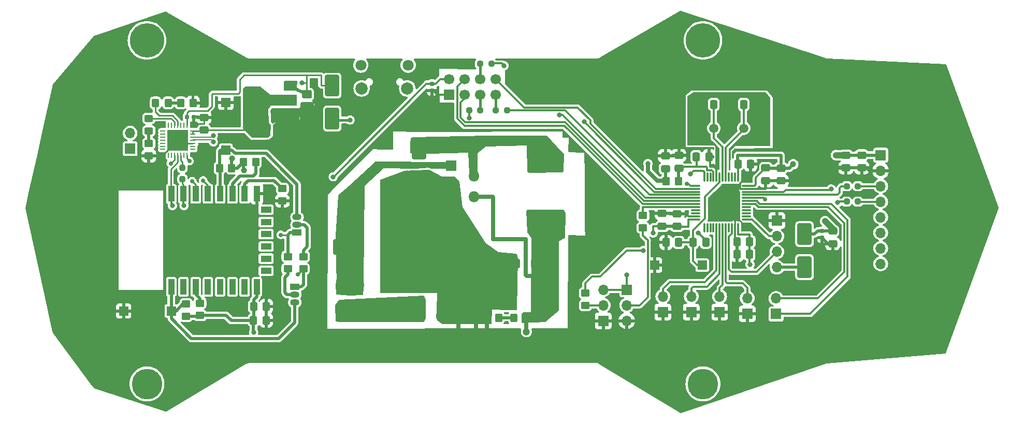
<source format=gbr>
%TF.GenerationSoftware,KiCad,Pcbnew,7.0.5*%
%TF.CreationDate,2023-07-07T07:55:25+07:00*%
%TF.ProjectId,THUC_TAPP,54485543-5f54-4415-9050-2e6b69636164,rev?*%
%TF.SameCoordinates,Original*%
%TF.FileFunction,Copper,L1,Top*%
%TF.FilePolarity,Positive*%
%FSLAX46Y46*%
G04 Gerber Fmt 4.6, Leading zero omitted, Abs format (unit mm)*
G04 Created by KiCad (PCBNEW 7.0.5) date 2023-07-07 07:55:25*
%MOMM*%
%LPD*%
G01*
G04 APERTURE LIST*
G04 Aperture macros list*
%AMRoundRect*
0 Rectangle with rounded corners*
0 $1 Rounding radius*
0 $2 $3 $4 $5 $6 $7 $8 $9 X,Y pos of 4 corners*
0 Add a 4 corners polygon primitive as box body*
4,1,4,$2,$3,$4,$5,$6,$7,$8,$9,$2,$3,0*
0 Add four circle primitives for the rounded corners*
1,1,$1+$1,$2,$3*
1,1,$1+$1,$4,$5*
1,1,$1+$1,$6,$7*
1,1,$1+$1,$8,$9*
0 Add four rect primitives between the rounded corners*
20,1,$1+$1,$2,$3,$4,$5,0*
20,1,$1+$1,$4,$5,$6,$7,0*
20,1,$1+$1,$6,$7,$8,$9,0*
20,1,$1+$1,$8,$9,$2,$3,0*%
G04 Aperture macros list end*
%TA.AperFunction,SMDPad,CuDef*%
%ADD10RoundRect,0.250000X0.450000X-0.350000X0.450000X0.350000X-0.450000X0.350000X-0.450000X-0.350000X0*%
%TD*%
%TA.AperFunction,SMDPad,CuDef*%
%ADD11RoundRect,0.250000X-0.337500X-0.475000X0.337500X-0.475000X0.337500X0.475000X-0.337500X0.475000X0*%
%TD*%
%TA.AperFunction,ComponentPad*%
%ADD12C,1.500000*%
%TD*%
%TA.AperFunction,SMDPad,CuDef*%
%ADD13RoundRect,0.250000X0.475000X-0.337500X0.475000X0.337500X-0.475000X0.337500X-0.475000X-0.337500X0*%
%TD*%
%TA.AperFunction,SMDPad,CuDef*%
%ADD14RoundRect,0.250000X-0.350000X-0.450000X0.350000X-0.450000X0.350000X0.450000X-0.350000X0.450000X0*%
%TD*%
%TA.AperFunction,SMDPad,CuDef*%
%ADD15RoundRect,0.250000X-0.475000X0.337500X-0.475000X-0.337500X0.475000X-0.337500X0.475000X0.337500X0*%
%TD*%
%TA.AperFunction,SMDPad,CuDef*%
%ADD16R,1.000000X2.500000*%
%TD*%
%TA.AperFunction,SMDPad,CuDef*%
%ADD17R,1.800000X1.000000*%
%TD*%
%TA.AperFunction,ComponentPad*%
%ADD18R,1.700000X1.700000*%
%TD*%
%TA.AperFunction,ComponentPad*%
%ADD19C,1.700000*%
%TD*%
%TA.AperFunction,SMDPad,CuDef*%
%ADD20RoundRect,0.250000X-1.950000X-1.000000X1.950000X-1.000000X1.950000X1.000000X-1.950000X1.000000X0*%
%TD*%
%TA.AperFunction,ComponentPad*%
%ADD21O,1.700000X1.700000*%
%TD*%
%TA.AperFunction,SMDPad,CuDef*%
%ADD22RoundRect,0.250000X0.350000X0.450000X-0.350000X0.450000X-0.350000X-0.450000X0.350000X-0.450000X0*%
%TD*%
%TA.AperFunction,SMDPad,CuDef*%
%ADD23RoundRect,0.250000X0.337500X0.475000X-0.337500X0.475000X-0.337500X-0.475000X0.337500X-0.475000X0*%
%TD*%
%TA.AperFunction,ComponentPad*%
%ADD24C,5.610000*%
%TD*%
%TA.AperFunction,ComponentPad*%
%ADD25R,1.500000X1.050000*%
%TD*%
%TA.AperFunction,ComponentPad*%
%ADD26O,1.500000X1.050000*%
%TD*%
%TA.AperFunction,SMDPad,CuDef*%
%ADD27RoundRect,0.250000X-0.450000X0.350000X-0.450000X-0.350000X0.450000X-0.350000X0.450000X0.350000X0*%
%TD*%
%TA.AperFunction,SMDPad,CuDef*%
%ADD28RoundRect,0.075000X-0.075000X0.662500X-0.075000X-0.662500X0.075000X-0.662500X0.075000X0.662500X0*%
%TD*%
%TA.AperFunction,SMDPad,CuDef*%
%ADD29RoundRect,0.075000X-0.662500X0.075000X-0.662500X-0.075000X0.662500X-0.075000X0.662500X0.075000X0*%
%TD*%
%TA.AperFunction,ComponentPad*%
%ADD30C,5.000000*%
%TD*%
%TA.AperFunction,SMDPad,CuDef*%
%ADD31R,2.000000X1.500000*%
%TD*%
%TA.AperFunction,SMDPad,CuDef*%
%ADD32R,2.000000X3.800000*%
%TD*%
%TA.AperFunction,SMDPad,CuDef*%
%ADD33RoundRect,0.250000X1.500000X0.550000X-1.500000X0.550000X-1.500000X-0.550000X1.500000X-0.550000X0*%
%TD*%
%TA.AperFunction,SMDPad,CuDef*%
%ADD34RoundRect,0.250000X-0.325000X-0.450000X0.325000X-0.450000X0.325000X0.450000X-0.325000X0.450000X0*%
%TD*%
%TA.AperFunction,SMDPad,CuDef*%
%ADD35RoundRect,0.250000X-0.900000X1.500000X-0.900000X-1.500000X0.900000X-1.500000X0.900000X1.500000X0*%
%TD*%
%TA.AperFunction,SMDPad,CuDef*%
%ADD36RoundRect,0.237500X0.250000X0.237500X-0.250000X0.237500X-0.250000X-0.237500X0.250000X-0.237500X0*%
%TD*%
%TA.AperFunction,SMDPad,CuDef*%
%ADD37RoundRect,0.250000X0.325000X0.450000X-0.325000X0.450000X-0.325000X-0.450000X0.325000X-0.450000X0*%
%TD*%
%TA.AperFunction,SMDPad,CuDef*%
%ADD38RoundRect,0.155000X-0.155000X0.212500X-0.155000X-0.212500X0.155000X-0.212500X0.155000X0.212500X0*%
%TD*%
%TA.AperFunction,SMDPad,CuDef*%
%ADD39RoundRect,0.237500X-0.250000X-0.237500X0.250000X-0.237500X0.250000X0.237500X-0.250000X0.237500X0*%
%TD*%
%TA.AperFunction,SMDPad,CuDef*%
%ADD40RoundRect,0.250000X1.450000X-0.400000X1.450000X0.400000X-1.450000X0.400000X-1.450000X-0.400000X0*%
%TD*%
%TA.AperFunction,SMDPad,CuDef*%
%ADD41RoundRect,0.237500X0.237500X-0.250000X0.237500X0.250000X-0.237500X0.250000X-0.237500X-0.250000X0*%
%TD*%
%TA.AperFunction,SMDPad,CuDef*%
%ADD42RoundRect,0.062500X0.337500X0.062500X-0.337500X0.062500X-0.337500X-0.062500X0.337500X-0.062500X0*%
%TD*%
%TA.AperFunction,SMDPad,CuDef*%
%ADD43RoundRect,0.062500X0.062500X0.337500X-0.062500X0.337500X-0.062500X-0.337500X0.062500X-0.337500X0*%
%TD*%
%TA.AperFunction,SMDPad,CuDef*%
%ADD44R,3.350000X3.350000*%
%TD*%
%TA.AperFunction,SMDPad,CuDef*%
%ADD45R,5.410200X2.895600*%
%TD*%
%TA.AperFunction,ComponentPad*%
%ADD46RoundRect,0.250000X-0.750000X-1.550000X0.750000X-1.550000X0.750000X1.550000X-0.750000X1.550000X0*%
%TD*%
%TA.AperFunction,ComponentPad*%
%ADD47O,2.000000X3.600000*%
%TD*%
%TA.AperFunction,SMDPad,CuDef*%
%ADD48R,1.500000X1.500000*%
%TD*%
%TA.AperFunction,SMDPad,CuDef*%
%ADD49RoundRect,0.155000X-0.212500X-0.155000X0.212500X-0.155000X0.212500X0.155000X-0.212500X0.155000X0*%
%TD*%
%TA.AperFunction,SMDPad,CuDef*%
%ADD50RoundRect,0.250000X0.450000X-0.325000X0.450000X0.325000X-0.450000X0.325000X-0.450000X-0.325000X0*%
%TD*%
%TA.AperFunction,ComponentPad*%
%ADD51R,1.800000X1.800000*%
%TD*%
%TA.AperFunction,ComponentPad*%
%ADD52O,1.800000X1.800000*%
%TD*%
%TA.AperFunction,ComponentPad*%
%ADD53C,1.800000*%
%TD*%
%TA.AperFunction,ComponentPad*%
%ADD54C,2.000000*%
%TD*%
%TA.AperFunction,ViaPad*%
%ADD55C,0.800000*%
%TD*%
%TA.AperFunction,ViaPad*%
%ADD56C,1.200000*%
%TD*%
%TA.AperFunction,ViaPad*%
%ADD57C,1.000000*%
%TD*%
%TA.AperFunction,ViaPad*%
%ADD58C,0.700000*%
%TD*%
%TA.AperFunction,Conductor*%
%ADD59C,0.500000*%
%TD*%
%TA.AperFunction,Conductor*%
%ADD60C,0.700000*%
%TD*%
%TA.AperFunction,Conductor*%
%ADD61C,0.350000*%
%TD*%
%TA.AperFunction,Conductor*%
%ADD62C,0.300000*%
%TD*%
%TA.AperFunction,Conductor*%
%ADD63C,1.000000*%
%TD*%
%TA.AperFunction,Conductor*%
%ADD64C,0.250000*%
%TD*%
%TA.AperFunction,Conductor*%
%ADD65C,0.450000*%
%TD*%
%TA.AperFunction,Conductor*%
%ADD66C,0.200000*%
%TD*%
G04 APERTURE END LIST*
D10*
%TO.P,R15,1*%
%TO.N,3.3V_3A_OUT*%
X119804800Y-93700200D03*
%TO.P,R15,2*%
%TO.N,Net-(U4-EN)*%
X119804800Y-91700200D03*
%TD*%
D11*
%TO.P,C13,1*%
%TO.N,GND*%
X201717500Y-59190000D03*
%TO.P,C13,2*%
%TO.N,/HSE_OUT*%
X203792500Y-59190000D03*
%TD*%
D12*
%TO.P,Y1,1,1*%
%TO.N,/HSE_IN*%
X208670000Y-63090000D03*
%TO.P,Y1,2,2*%
%TO.N,/HSE_OUT*%
X203790000Y-63090000D03*
%TD*%
D13*
%TO.P,C5,1*%
%TO.N,3.3V_3A_OUT*%
X197770000Y-79145000D03*
%TO.P,C5,2*%
%TO.N,GND*%
X197770000Y-77070000D03*
%TD*%
D14*
%TO.P,R21,1*%
%TO.N,Net-(LED3-K)*%
X116645800Y-58944200D03*
%TO.P,R21,2*%
%TO.N,GND*%
X118645800Y-58944200D03*
%TD*%
D11*
%TO.P,C24,1*%
%TO.N,/ESP8266_12F/3V3_local*%
X130555800Y-63360200D03*
%TO.P,C24,2*%
%TO.N,GND*%
X132630800Y-63360200D03*
%TD*%
D15*
%TO.P,C16,1*%
%TO.N,3.3V_3A_OUT*%
X227967300Y-67476700D03*
%TO.P,C16,2*%
%TO.N,GND*%
X227967300Y-69551700D03*
%TD*%
D10*
%TO.P,R14,1*%
%TO.N,3.3V_3A_OUT*%
X117518800Y-93827200D03*
%TO.P,R14,2*%
%TO.N,/ESP8266_12F/RST_ESP*%
X117518800Y-91827200D03*
%TD*%
%TO.P,R2,1*%
%TO.N,/BOOTO*%
X182779550Y-92047950D03*
%TO.P,R2,2*%
%TO.N,Net-(U1-BOOT0)*%
X182779550Y-90047950D03*
%TD*%
D16*
%TO.P,U4,1,~{RST}*%
%TO.N,/ESP8266_12F/RST_ESP*%
X115092800Y-89013200D03*
%TO.P,U4,2,ADC*%
%TO.N,unconnected-(U4-ADC-Pad2)*%
X117092800Y-89013200D03*
%TO.P,U4,3,EN*%
%TO.N,Net-(U4-EN)*%
X119092800Y-89013200D03*
%TO.P,U4,4,GPIO16*%
%TO.N,unconnected-(U4-GPIO16-Pad4)*%
X121092800Y-89013200D03*
%TO.P,U4,5,GPIO14*%
%TO.N,unconnected-(U4-GPIO14-Pad5)*%
X123092800Y-89013200D03*
%TO.P,U4,6,GPIO12*%
%TO.N,unconnected-(U4-GPIO12-Pad6)*%
X125092800Y-89013200D03*
%TO.P,U4,7,GPIO13*%
%TO.N,unconnected-(U4-GPIO13-Pad7)*%
X127092800Y-89013200D03*
%TO.P,U4,8,VCC*%
%TO.N,3.3V_3A_OUT*%
X129092800Y-89013200D03*
D17*
%TO.P,U4,9,CS0*%
%TO.N,unconnected-(U4-CS0-Pad9)*%
X130592800Y-86413200D03*
%TO.P,U4,10,MISO*%
%TO.N,unconnected-(U4-MISO-Pad10)*%
X130592800Y-84413200D03*
%TO.P,U4,11,GPIO9*%
%TO.N,unconnected-(U4-GPIO9-Pad11)*%
X130592800Y-82413200D03*
%TO.P,U4,12,GPIO10*%
%TO.N,unconnected-(U4-GPIO10-Pad12)*%
X130592800Y-80413200D03*
%TO.P,U4,13,MOSI*%
%TO.N,unconnected-(U4-MOSI-Pad13)*%
X130592800Y-78413200D03*
%TO.P,U4,14,SCLK*%
%TO.N,unconnected-(U4-SCLK-Pad14)*%
X130592800Y-76413200D03*
D16*
%TO.P,U4,15,GND*%
%TO.N,GND*%
X129092800Y-73813200D03*
%TO.P,U4,16,GPIO15*%
%TO.N,Net-(U4-GPIO15)*%
X127092800Y-73813200D03*
%TO.P,U4,17,GPIO2*%
%TO.N,Net-(U4-GPIO2)*%
X125092800Y-73813200D03*
%TO.P,U4,18,GPIO0*%
%TO.N,/ESP8266_12F/GPIO0*%
X123092800Y-73813200D03*
%TO.P,U4,19,GPIO4*%
%TO.N,GPIO4_ESP*%
X121092800Y-73813200D03*
%TO.P,U4,20,GPIO5*%
%TO.N,GPIO5_ESP*%
X119092800Y-73813200D03*
%TO.P,U4,21,GPIO3/RXD*%
%TO.N,RXD_ESP*%
X117092800Y-73813200D03*
%TO.P,U4,22,GPIO1/TXD*%
%TO.N,TXD_ESP*%
X115092800Y-73813200D03*
%TD*%
D18*
%TO.P,U2,1,GND*%
%TO.N,GND*%
X160498800Y-57571200D03*
D19*
%TO.P,U2,2,VCC*%
%TO.N,3.3V_3A_OUT*%
X160498800Y-55031200D03*
%TO.P,U2,3,CE*%
%TO.N,NRF_CE*%
X163038800Y-57571200D03*
%TO.P,U2,4,~{CSN}*%
%TO.N,NRF_CSN*%
X163038800Y-55031200D03*
%TO.P,U2,5,SCK*%
%TO.N,NRF_SCK*%
X165578800Y-57571200D03*
%TO.P,U2,6,MOSI*%
%TO.N,NRF_MOSI*%
X165578800Y-55031200D03*
%TO.P,U2,7,MISO*%
%TO.N,NRF_MISO*%
X168118800Y-57571200D03*
%TO.P,U2,8,IRQ*%
%TO.N,NRF_IRQ*%
X168118800Y-55031200D03*
%TD*%
D20*
%TO.P,C17,1*%
%TO.N,/power/LMS_Vin*%
X143783800Y-82484200D03*
%TO.P,C17,2*%
%TO.N,GND*%
X152183800Y-82484200D03*
%TD*%
D18*
%TO.P,J7,1,Pin_1*%
%TO.N,GND*%
X214092800Y-78201700D03*
D21*
%TO.P,J7,2,Pin_2*%
%TO.N,/SWCLK*%
X214092800Y-80741700D03*
%TO.P,J7,3,Pin_3*%
%TO.N,/SWDIO*%
X214092800Y-83281700D03*
%TO.P,J7,4,Pin_4*%
%TO.N,Net-(D1-A)*%
X214092800Y-85821700D03*
%TD*%
D22*
%TO.P,FB1,1*%
%TO.N,Net-(U1-VDDA)*%
X198027300Y-71731700D03*
%TO.P,FB1,2*%
%TO.N,3.3V_3A_OUT*%
X196027300Y-71731700D03*
%TD*%
D15*
%TO.P,C11,1*%
%TO.N,3.3V_3A_OUT*%
X223207300Y-79891700D03*
%TO.P,C11,2*%
%TO.N,GND*%
X223207300Y-81966700D03*
%TD*%
D23*
%TO.P,C6,1*%
%TO.N,3.3V_3A_OUT*%
X209655000Y-81620000D03*
%TO.P,C6,2*%
%TO.N,GND*%
X207580000Y-81620000D03*
%TD*%
D11*
%TO.P,C7,1*%
%TO.N,3.3V_3A_OUT*%
X207715000Y-68960000D03*
%TO.P,C7,2*%
%TO.N,GND*%
X209790000Y-68960000D03*
%TD*%
D24*
%TO.P,H4,*%
%TO.N,*%
X111129600Y-48717200D03*
%TD*%
D25*
%TO.P,Q2,1,E*%
%TO.N,/ESP8266_12F/DTR*%
X135658800Y-80143200D03*
D26*
%TO.P,Q2,2,B*%
%TO.N,Net-(Q2-B)*%
X135658800Y-78873200D03*
%TO.P,Q2,3,C*%
%TO.N,/ESP8266_12F/GPIO0*%
X135658800Y-77603200D03*
%TD*%
D27*
%TO.P,R20,1*%
%TO.N,Net-(LED2-K)*%
X111438800Y-65576200D03*
%TO.P,R20,2*%
%TO.N,GND*%
X111438800Y-67576200D03*
%TD*%
D28*
%TO.P,U1,1,VBAT*%
%TO.N,3.3V_3A_OUT*%
X207727300Y-71081700D03*
%TO.P,U1,2,PC13*%
%TO.N,unconnected-(U1-PC13-Pad2)*%
X207227300Y-71081700D03*
%TO.P,U1,3,PC14*%
%TO.N,unconnected-(U1-PC14-Pad3)*%
X206727300Y-71081700D03*
%TO.P,U1,4,PC15*%
%TO.N,unconnected-(U1-PC15-Pad4)*%
X206227300Y-71081700D03*
%TO.P,U1,5,PD0*%
%TO.N,/HSE_IN*%
X205727300Y-71081700D03*
%TO.P,U1,6,PD1*%
%TO.N,/HSE_OUT*%
X205227300Y-71081700D03*
%TO.P,U1,7,NRST*%
%TO.N,/N_RESET*%
X204727300Y-71081700D03*
%TO.P,U1,8,VSSA*%
%TO.N,GND*%
X204227300Y-71081700D03*
%TO.P,U1,9,VDDA*%
%TO.N,Net-(U1-VDDA)*%
X203727300Y-71081700D03*
%TO.P,U1,10,PA0*%
%TO.N,unconnected-(U1-PA0-Pad10)*%
X203227300Y-71081700D03*
%TO.P,U1,11,PA1*%
%TO.N,unconnected-(U1-PA1-Pad11)*%
X202727300Y-71081700D03*
%TO.P,U1,12,PA2*%
%TO.N,Net-(U1-PA2)*%
X202227300Y-71081700D03*
D29*
%TO.P,U1,13,PA3*%
%TO.N,Net-(U1-PA3)*%
X200814800Y-72494200D03*
%TO.P,U1,14,PA4*%
%TO.N,NRF_IRQ*%
X200814800Y-72994200D03*
%TO.P,U1,15,PA5*%
%TO.N,Net-(U1-PA5)*%
X200814800Y-73494200D03*
%TO.P,U1,16,PA6*%
%TO.N,Net-(U1-PA6)*%
X200814800Y-73994200D03*
%TO.P,U1,17,PA7*%
%TO.N,Net-(U1-PA7)*%
X200814800Y-74494200D03*
%TO.P,U1,18,PB0*%
%TO.N,NRF_CE*%
X200814800Y-74994200D03*
%TO.P,U1,19,PB1*%
%TO.N,NRF_CSN*%
X200814800Y-75494200D03*
%TO.P,U1,20,PB2*%
%TO.N,Net-(U1-PB2)*%
X200814800Y-75994200D03*
%TO.P,U1,21,PB10*%
%TO.N,unconnected-(U1-PB10-Pad21)*%
X200814800Y-76494200D03*
%TO.P,U1,22,PB11*%
%TO.N,unconnected-(U1-PB11-Pad22)*%
X200814800Y-76994200D03*
%TO.P,U1,23,VSS*%
%TO.N,GND*%
X200814800Y-77494200D03*
%TO.P,U1,24,VDD*%
%TO.N,3.3V_3A_OUT*%
X200814800Y-77994200D03*
D28*
%TO.P,U1,25,PB12*%
%TO.N,unconnected-(U1-PB12-Pad25)*%
X202227300Y-79406700D03*
%TO.P,U1,26,PB13*%
%TO.N,unconnected-(U1-PB13-Pad26)*%
X202727300Y-79406700D03*
%TO.P,U1,27,PB14*%
%TO.N,unconnected-(U1-PB14-Pad27)*%
X203227300Y-79406700D03*
%TO.P,U1,28,PB15*%
%TO.N,unconnected-(U1-PB15-Pad28)*%
X203727300Y-79406700D03*
%TO.P,U1,29,PA8*%
%TO.N,TIM1_CH1*%
X204227300Y-79406700D03*
%TO.P,U1,30,PA9*%
%TO.N,TIM1_CH2*%
X204727300Y-79406700D03*
%TO.P,U1,31,PA10*%
%TO.N,TIM1_CH3*%
X205227300Y-79406700D03*
%TO.P,U1,32,PA11*%
%TO.N,TIM1_CH4*%
X205727300Y-79406700D03*
%TO.P,U1,33,PA12*%
%TO.N,unconnected-(U1-PA12-Pad33)*%
X206227300Y-79406700D03*
%TO.P,U1,34,PA13*%
%TO.N,/SWDIO*%
X206727300Y-79406700D03*
%TO.P,U1,35,VSS*%
%TO.N,GND*%
X207227300Y-79406700D03*
%TO.P,U1,36,VDD*%
%TO.N,3.3V_3A_OUT*%
X207727300Y-79406700D03*
D29*
%TO.P,U1,37,PA14*%
%TO.N,/SWCLK*%
X209139800Y-77994200D03*
%TO.P,U1,38,PA15*%
%TO.N,unconnected-(U1-PA15-Pad38)*%
X209139800Y-77494200D03*
%TO.P,U1,39,PB3*%
%TO.N,unconnected-(U1-PB3-Pad39)*%
X209139800Y-76994200D03*
%TO.P,U1,40,PB4*%
%TO.N,unconnected-(U1-PB4-Pad40)*%
X209139800Y-76494200D03*
%TO.P,U1,41,PB5*%
%TO.N,unconnected-(U1-PB5-Pad41)*%
X209139800Y-75994200D03*
%TO.P,U1,42,PB6*%
%TO.N,Net-(J6-Pin_2)*%
X209139800Y-75494200D03*
%TO.P,U1,43,PB7*%
%TO.N,Net-(J6-Pin_1)*%
X209139800Y-74994200D03*
%TO.P,U1,44,BOOT0*%
%TO.N,Net-(U1-BOOT0)*%
X209139800Y-74494200D03*
%TO.P,U1,45,PB8*%
%TO.N,Net-(U1-PB8)*%
X209139800Y-73994200D03*
%TO.P,U1,46,PB9*%
%TO.N,Net-(U1-PB9)*%
X209139800Y-73494200D03*
%TO.P,U1,47,VSS*%
%TO.N,GND*%
X209139800Y-72994200D03*
%TO.P,U1,48,VDD*%
%TO.N,3.3V_3A_OUT*%
X209139800Y-72494200D03*
%TD*%
D30*
%TO.P,H2,*%
%TO.N,*%
X111129600Y-104902000D03*
%TD*%
D13*
%TO.P,C2,1*%
%TO.N,Net-(U1-VDDA)*%
X198067300Y-69631700D03*
%TO.P,C2,2*%
%TO.N,GND*%
X198067300Y-67556700D03*
%TD*%
D31*
%TO.P,U7,1,GND*%
%TO.N,GND*%
X134590800Y-60760200D03*
%TO.P,U7,2,VO*%
%TO.N,/ESP8266_12F/3V3_local*%
X134590800Y-58460200D03*
D32*
X128290800Y-58460200D03*
D31*
%TO.P,U7,3,VI*%
%TO.N,/ESP8266_12F/5V_local*%
X134590800Y-56160200D03*
%TD*%
D33*
%TO.P,C18,1*%
%TO.N,3.3V_3A_OUT*%
X175690000Y-85180000D03*
%TO.P,C18,2*%
%TO.N,GND*%
X170290000Y-85180000D03*
%TD*%
D23*
%TO.P,C12,1*%
%TO.N,GND*%
X210747500Y-59220000D03*
%TO.P,C12,2*%
%TO.N,/HSE_IN*%
X208672500Y-59220000D03*
%TD*%
D18*
%TO.P,J5,1,Pin_1*%
%TO.N,GND*%
X204747300Y-93146700D03*
D21*
%TO.P,J5,2,Pin_2*%
%TO.N,TIM1_CH3*%
X204747300Y-90606700D03*
%TD*%
D34*
%TO.P,LED1,1,K*%
%TO.N,Net-(LED1-K)*%
X171092800Y-94102200D03*
%TO.P,LED1,2,A*%
%TO.N,3.3V_3A_OUT*%
X173142800Y-94102200D03*
%TD*%
D18*
%TO.P,J11,1,Pin_1*%
%TO.N,GPIO5_ESP*%
X108374800Y-66427200D03*
D21*
%TO.P,J11,2,Pin_2*%
%TO.N,GPIO4_ESP*%
X108374800Y-63887200D03*
%TD*%
D23*
%TO.P,R1,1*%
%TO.N,3.3V_3A_OUT*%
X202472300Y-81734200D03*
%TO.P,R1,2*%
%TO.N,/N_RESET*%
X200397300Y-81734200D03*
%TD*%
D35*
%TO.P,D1,1,K*%
%TO.N,3.3V_3A_OUT*%
X218597300Y-80401700D03*
%TO.P,D1,2,A*%
%TO.N,Net-(D1-A)*%
X218597300Y-85801700D03*
%TD*%
D10*
%TO.P,R18,1*%
%TO.N,Net-(Q1-B)*%
X134155800Y-86080200D03*
%TO.P,R18,2*%
%TO.N,/ESP8266_12F/DTR*%
X134155800Y-84080200D03*
%TD*%
D11*
%TO.P,C1,1*%
%TO.N,Net-(U1-VDDA)*%
X200925000Y-67750000D03*
%TO.P,C1,2*%
%TO.N,GND*%
X203000000Y-67750000D03*
%TD*%
D36*
%TO.P,R9,1*%
%TO.N,SCL_MPU*%
X227337300Y-72561700D03*
%TO.P,R9,2*%
%TO.N,Net-(U1-PB8)*%
X225512300Y-72561700D03*
%TD*%
D37*
%TO.P,LED3,1,K*%
%TO.N,Net-(LED3-K)*%
X114585800Y-58944200D03*
%TO.P,LED3,2,A*%
%TO.N,Net-(LED3-A)*%
X112535800Y-58944200D03*
%TD*%
D38*
%TO.P,C14,1*%
%TO.N,3.3V_3A_OUT*%
X157704800Y-55801200D03*
%TO.P,C14,2*%
%TO.N,GND*%
X157704800Y-56936200D03*
%TD*%
D39*
%TO.P,R6,1*%
%TO.N,NRF_MISO*%
X168143800Y-60191200D03*
%TO.P,R6,2*%
%TO.N,Net-(U1-PA6)*%
X169968800Y-60191200D03*
%TD*%
D25*
%TO.P,Q1,1,E*%
%TO.N,/ESP8266_12F/RTS*%
X135298800Y-89030000D03*
D26*
%TO.P,Q1,2,B*%
%TO.N,Net-(Q1-B)*%
X135298800Y-90300000D03*
%TO.P,Q1,3,C*%
%TO.N,/ESP8266_12F/RST_ESP*%
X135298800Y-91570000D03*
%TD*%
D15*
%TO.P,C23,1*%
%TO.N,/ESP8266_12F/5V_local*%
X137260800Y-57535200D03*
%TO.P,C23,2*%
%TO.N,GND*%
X137260800Y-59610200D03*
%TD*%
D30*
%TO.P,H3,*%
%TO.N,*%
X202010800Y-104902000D03*
%TD*%
D40*
%TO.P,F1,1*%
%TO.N,/power/12V_INPUT*%
X143952800Y-93884200D03*
%TO.P,F1,2*%
%TO.N,/power/LMS_Vin*%
X143952800Y-89434200D03*
%TD*%
D13*
%TO.P,C3,1*%
%TO.N,3.3V_3A_OUT*%
X195869800Y-69684200D03*
%TO.P,C3,2*%
%TO.N,GND*%
X195869800Y-67609200D03*
%TD*%
D18*
%TO.P,J4,1,Pin_1*%
%TO.N,GND*%
X185719550Y-94582950D03*
D21*
%TO.P,J4,2,Pin_2*%
%TO.N,/BOOTO*%
X185719550Y-92042950D03*
%TO.P,J4,3,Pin_3*%
%TO.N,3.3V_3A_OUT*%
X185719550Y-89502950D03*
%TD*%
D13*
%TO.P,C25,1*%
%TO.N,3.3V_3A_OUT*%
X195340000Y-79105000D03*
%TO.P,C25,2*%
%TO.N,GND*%
X195340000Y-77030000D03*
%TD*%
D15*
%TO.P,C15,1*%
%TO.N,3.3V_3A_OUT*%
X225377300Y-67496700D03*
%TO.P,C15,2*%
%TO.N,GND*%
X225377300Y-69571700D03*
%TD*%
D18*
%TO.P,J2,1,Pin_1*%
%TO.N,GND*%
X200097300Y-93146700D03*
D21*
%TO.P,J2,2,Pin_2*%
%TO.N,TIM1_CH2*%
X200097300Y-90606700D03*
%TD*%
D41*
%TO.P,R16,1*%
%TO.N,RXD_ESP*%
X116920000Y-71405000D03*
%TO.P,R16,2*%
%TO.N,Net-(U5-TXD)*%
X116920000Y-69580000D03*
%TD*%
D36*
%TO.P,R5,1*%
%TO.N,NRF_SCK*%
X165598800Y-60181200D03*
%TO.P,R5,2*%
%TO.N,Net-(U1-PA5)*%
X163773800Y-60181200D03*
%TD*%
D18*
%TO.P,J8,1,Pin_1*%
%TO.N,GND*%
X209247300Y-93421700D03*
D21*
%TO.P,J8,2,Pin_2*%
%TO.N,TIM1_CH4*%
X209247300Y-90881700D03*
%TD*%
D23*
%TO.P,C9,1*%
%TO.N,/N_RESET*%
X198047300Y-81761700D03*
%TO.P,C9,2*%
%TO.N,GND*%
X195972300Y-81761700D03*
%TD*%
D27*
%TO.P,R17,1*%
%TO.N,Net-(U4-GPIO15)*%
X133259800Y-72968200D03*
%TO.P,R17,2*%
%TO.N,GND*%
X133259800Y-74968200D03*
%TD*%
D18*
%TO.P,J3,1,Pin_1*%
%TO.N,3.3V_3A_OUT*%
X189549550Y-89497950D03*
D21*
%TO.P,J3,2,Pin_2*%
%TO.N,/BOOT1*%
X189549550Y-92037950D03*
%TO.P,J3,3,Pin_3*%
%TO.N,GND*%
X189549550Y-94577950D03*
%TD*%
D42*
%TO.P,U5,1,~{DCD}*%
%TO.N,unconnected-(U5-~{DCD}-Pad1)*%
X118610800Y-66540200D03*
%TO.P,U5,2,~{RI}/CLK*%
%TO.N,unconnected-(U5-~{RI}{slash}CLK-Pad2)*%
X118610800Y-66040200D03*
%TO.P,U5,3,GND*%
%TO.N,GND*%
X118610800Y-65540200D03*
%TO.P,U5,4,D+*%
%TO.N,/ESP8266_12F/USB_D+*%
X118610800Y-65040200D03*
%TO.P,U5,5,D-*%
%TO.N,/ESP8266_12F/USB_D-*%
X118610800Y-64540200D03*
%TO.P,U5,6,VDD*%
%TO.N,/ESP8266_12F/3V3_local*%
X118610800Y-64040200D03*
%TO.P,U5,7,VREGIN*%
X118610800Y-63540200D03*
D43*
%TO.P,U5,8,VBUS*%
%TO.N,/ESP8266_12F/5V_local*%
X117660800Y-62590200D03*
%TO.P,U5,9,~{RST}*%
%TO.N,unconnected-(U5-~{RST}-Pad9)*%
X117160800Y-62590200D03*
%TO.P,U5,10,NC*%
%TO.N,unconnected-(U5-NC-Pad10)*%
X116660800Y-62590200D03*
%TO.P,U5,11,~{SUSPEND}*%
%TO.N,Net-(LED3-A)*%
X116160800Y-62590200D03*
%TO.P,U5,12,SUSPEND*%
%TO.N,Net-(LED2-A)*%
X115660800Y-62590200D03*
%TO.P,U5,13,CHREN*%
%TO.N,unconnected-(U5-CHREN-Pad13)*%
X115160800Y-62590200D03*
%TO.P,U5,14,CHR1*%
%TO.N,unconnected-(U5-CHR1-Pad14)*%
X114660800Y-62590200D03*
D42*
%TO.P,U5,15,CHR0*%
%TO.N,unconnected-(U5-CHR0-Pad15)*%
X113710800Y-63540200D03*
%TO.P,U5,16,~{WAKEUP}/GPIO.3*%
%TO.N,unconnected-(U5-~{WAKEUP}{slash}GPIO.3-Pad16)*%
X113710800Y-64040200D03*
%TO.P,U5,17,RS485/GPIO.2*%
%TO.N,unconnected-(U5-RS485{slash}GPIO.2-Pad17)*%
X113710800Y-64540200D03*
%TO.P,U5,18,~{RXT}/GPIO.1*%
%TO.N,unconnected-(U5-~{RXT}{slash}GPIO.1-Pad18)*%
X113710800Y-65040200D03*
%TO.P,U5,19,~{TXT}/GPIO.0*%
%TO.N,unconnected-(U5-~{TXT}{slash}GPIO.0-Pad19)*%
X113710800Y-65540200D03*
%TO.P,U5,20,GPIO.6*%
%TO.N,unconnected-(U5-GPIO.6-Pad20)*%
X113710800Y-66040200D03*
%TO.P,U5,21,GPIO.5*%
%TO.N,unconnected-(U5-GPIO.5-Pad21)*%
X113710800Y-66540200D03*
D43*
%TO.P,U5,22,GPIO.4*%
%TO.N,unconnected-(U5-GPIO.4-Pad22)*%
X114660800Y-67490200D03*
%TO.P,U5,23,~{CTS}*%
%TO.N,unconnected-(U5-~{CTS}-Pad23)*%
X115160800Y-67490200D03*
%TO.P,U5,24,~{RTS}*%
%TO.N,/ESP8266_12F/RTS*%
X115660800Y-67490200D03*
%TO.P,U5,25,RXD*%
%TO.N,TXD_ESP*%
X116160800Y-67490200D03*
%TO.P,U5,26,TXD*%
%TO.N,Net-(U5-TXD)*%
X116660800Y-67490200D03*
%TO.P,U5,27,~{DSR}*%
%TO.N,unconnected-(U5-~{DSR}-Pad27)*%
X117160800Y-67490200D03*
%TO.P,U5,28,~{DTR}*%
%TO.N,/ESP8266_12F/DTR*%
X117660800Y-67490200D03*
D44*
%TO.P,U5,29,GND*%
%TO.N,GND*%
X116160800Y-65040200D03*
%TD*%
D22*
%TO.P,R11,1*%
%TO.N,Net-(LED1-K)*%
X168672800Y-94102200D03*
%TO.P,R11,2*%
%TO.N,GND*%
X166672800Y-94102200D03*
%TD*%
D15*
%TO.P,C4,1*%
%TO.N,3.3V_3A_OUT*%
X214790000Y-69602500D03*
%TO.P,C4,2*%
%TO.N,GND*%
X214790000Y-71677500D03*
%TD*%
D39*
%TO.P,R7,1*%
%TO.N,NRF_MOSI*%
X165595000Y-52560000D03*
%TO.P,R7,2*%
%TO.N,Net-(U1-PA7)*%
X167420000Y-52560000D03*
%TD*%
D27*
%TO.P,R19,1*%
%TO.N,Net-(Q2-B)*%
X136695800Y-84080200D03*
%TO.P,R19,2*%
%TO.N,/ESP8266_12F/RTS*%
X136695800Y-86080200D03*
%TD*%
D38*
%TO.P,C10,1*%
%TO.N,3.3V_3A_OUT*%
X221477300Y-79881700D03*
%TO.P,C10,2*%
%TO.N,GND*%
X221477300Y-81016700D03*
%TD*%
D35*
%TO.P,D2,1,K*%
%TO.N,/power/diode*%
X155592800Y-66422200D03*
%TO.P,D2,2,A*%
%TO.N,GND*%
X155592800Y-71822200D03*
%TD*%
D15*
%TO.P,C8,1*%
%TO.N,3.3V_3A_OUT*%
X212270000Y-69580000D03*
%TO.P,C8,2*%
%TO.N,GND*%
X212270000Y-71655000D03*
%TD*%
D10*
%TO.P,R8,1*%
%TO.N,/BOOT1*%
X192200000Y-79370000D03*
%TO.P,R8,2*%
%TO.N,Net-(U1-PB2)*%
X192200000Y-77370000D03*
%TD*%
D45*
%TO.P,L1,1,1*%
%TO.N,/power/diode*%
X176222800Y-68656200D03*
%TO.P,L1,2,2*%
%TO.N,3.3V_3A_OUT*%
X176222800Y-78562200D03*
%TD*%
D23*
%TO.P,C26,1*%
%TO.N,3.3V_3A_OUT*%
X209650000Y-83710000D03*
%TO.P,C26,2*%
%TO.N,GND*%
X207575000Y-83710000D03*
%TD*%
D46*
%TO.P,J10,1,Pin_1*%
%TO.N,/power/12V_INPUT*%
X155244800Y-92496200D03*
D47*
%TO.P,J10,2,Pin_2*%
%TO.N,GND*%
X160244800Y-92496200D03*
%TD*%
D18*
%TO.P,J1,1,Pin_1*%
%TO.N,GND*%
X195447300Y-93146700D03*
D21*
%TO.P,J1,2,Pin_2*%
%TO.N,TIM1_CH1*%
X195447300Y-90606700D03*
%TD*%
D18*
%TO.P,J9,1,Pin_1*%
%TO.N,3.3V_3A_OUT*%
X231067300Y-67481700D03*
D21*
%TO.P,J9,2,Pin_2*%
%TO.N,GND*%
X231067300Y-70021700D03*
%TO.P,J9,3,Pin_3*%
%TO.N,SCL_MPU*%
X231067300Y-72561700D03*
%TO.P,J9,4,Pin_4*%
%TO.N,SDA_MPU*%
X231067300Y-75101700D03*
%TO.P,J9,5,Pin_5*%
%TO.N,unconnected-(J9-Pin_5-Pad5)*%
X231067300Y-77641700D03*
%TO.P,J9,6,Pin_6*%
%TO.N,unconnected-(J9-Pin_6-Pad6)*%
X231067300Y-80181700D03*
%TO.P,J9,7,Pin_7*%
%TO.N,unconnected-(J9-Pin_7-Pad7)*%
X231067300Y-82721700D03*
%TO.P,J9,8,Pin_8*%
%TO.N,unconnected-(J9-Pin_8-Pad8)*%
X231067300Y-85261700D03*
%TD*%
D22*
%TO.P,R13,1*%
%TO.N,3.3V_3A_OUT*%
X124979800Y-69602200D03*
%TO.P,R13,2*%
%TO.N,/ESP8266_12F/GPIO0*%
X122979800Y-69602200D03*
%TD*%
D11*
%TO.P,C20,1*%
%TO.N,3.3V_3A_OUT*%
X128545000Y-94500000D03*
%TO.P,C20,2*%
%TO.N,GND*%
X130620000Y-94500000D03*
%TD*%
D35*
%TO.P,D3,1,K*%
%TO.N,/ESP8266_12F/5V_local*%
X141410800Y-56117200D03*
%TO.P,D3,2,A*%
%TO.N,/ESP8266_12F/VBUS_USB*%
X141410800Y-61517200D03*
%TD*%
D48*
%TO.P,RESET,1,1*%
%TO.N,GND*%
X107305800Y-92970200D03*
%TO.P,RESET,2,2*%
%TO.N,/ESP8266_12F/RST_ESP*%
X115105800Y-92970200D03*
%TD*%
D11*
%TO.P,C19,1*%
%TO.N,3.3V_3A_OUT*%
X128575000Y-92210000D03*
%TO.P,C19,2*%
%TO.N,GND*%
X130650000Y-92210000D03*
%TD*%
D36*
%TO.P,R10,1*%
%TO.N,SDA_MPU*%
X227317300Y-75091700D03*
%TO.P,R10,2*%
%TO.N,Net-(U1-PB9)*%
X225492300Y-75091700D03*
%TD*%
D49*
%TO.P,C22,1*%
%TO.N,/ESP8266_12F/5V_local*%
X117669800Y-61230200D03*
%TO.P,C22,2*%
%TO.N,GND*%
X118804800Y-61230200D03*
%TD*%
D13*
%TO.P,C21,1*%
%TO.N,/ESP8266_12F/3V3_local*%
X120455800Y-63389200D03*
%TO.P,C21,2*%
%TO.N,GND*%
X120455800Y-61314200D03*
%TD*%
D48*
%TO.P,D_CODE,1,1*%
%TO.N,/ESP8266_12F/GPIO0*%
X124011800Y-66654200D03*
%TO.P,D_CODE,2,2*%
%TO.N,GND*%
X124011800Y-58854200D03*
%TD*%
D14*
%TO.P,R12,1*%
%TO.N,3.3V_3A_OUT*%
X126916800Y-68586200D03*
%TO.P,R12,2*%
%TO.N,Net-(U4-GPIO2)*%
X128916800Y-68586200D03*
%TD*%
D50*
%TO.P,LED2,1,K*%
%TO.N,Net-(LED2-K)*%
X111438800Y-63516200D03*
%TO.P,LED2,2,A*%
%TO.N,Net-(LED2-A)*%
X111438800Y-61466200D03*
%TD*%
D51*
%TO.P,U3,1,VIN*%
%TO.N,/power/LMS_Vin*%
X160862800Y-69222200D03*
D52*
%TO.P,U3,2,OUT*%
%TO.N,/power/diode*%
X164562800Y-70922200D03*
%TO.P,U3,3,GND*%
%TO.N,GND*%
X160862800Y-72622200D03*
%TO.P,U3,4,FB*%
%TO.N,3.3V_3A_OUT*%
X164562800Y-74322200D03*
%TO.P,U3,5,~{ON}/OFF*%
%TO.N,GND*%
X160862800Y-76022200D03*
%TD*%
D48*
%TO.P,RESET,1,1*%
%TO.N,GND*%
X194087300Y-85454200D03*
%TO.P,RESET,2,2*%
%TO.N,/N_RESET*%
X201887300Y-85454200D03*
%TD*%
D18*
%TO.P,J6,1,Pin_1*%
%TO.N,Net-(J6-Pin_1)*%
X213963550Y-93464950D03*
D21*
%TO.P,J6,2,Pin_2*%
%TO.N,Net-(J6-Pin_2)*%
X213963550Y-90924950D03*
%TD*%
D24*
%TO.P,H1,*%
%TO.N,*%
X202010800Y-48717200D03*
%TD*%
D53*
%TO.P,J12,6,Shield*%
%TO.N,unconnected-(J12-Shield-Pad6)*%
X146075000Y-52770000D03*
D54*
X146225000Y-56570000D03*
X153675000Y-56570000D03*
D53*
X153825000Y-52770000D03*
%TD*%
D55*
%TO.N,GND*%
X132660000Y-82380000D03*
X132200000Y-89870000D03*
X132440000Y-87120000D03*
X124350000Y-71200000D03*
X120650000Y-69330000D03*
%TO.N,3.3V_3A_OUT*%
X193870000Y-80220000D03*
X128565538Y-96503062D03*
D56*
X173142800Y-96377200D03*
D55*
X209710000Y-85380000D03*
D57*
X216770500Y-68990500D03*
D55*
X201265800Y-80188677D03*
D57*
X125018200Y-68055016D03*
X223744800Y-67477200D03*
D55*
X141575800Y-71033200D03*
D57*
X221970000Y-78280000D03*
X126970800Y-69984700D03*
D55*
X189560000Y-87090000D03*
X193010800Y-68874200D03*
%TO.N,GND*%
X216370000Y-59030000D03*
X245099458Y-75516200D03*
X212079458Y-103456200D03*
X242559458Y-72976200D03*
X125719458Y-60276200D03*
X212079458Y-93296200D03*
X118099458Y-83136200D03*
X155420000Y-55540000D03*
X102859458Y-65356200D03*
X97779458Y-60276200D03*
X196839458Y-52656200D03*
X95239458Y-78056200D03*
X205830000Y-76920000D03*
X212079458Y-98376200D03*
X184139458Y-85676200D03*
X107939458Y-57736200D03*
X238800000Y-99690000D03*
X124730000Y-91530000D03*
X158739458Y-75516200D03*
X105399458Y-55196200D03*
X195477300Y-95451700D03*
X140670000Y-72180000D03*
X151110000Y-59670000D03*
X227319458Y-93296200D03*
X123179458Y-50116200D03*
X198560000Y-56940000D03*
X125490000Y-62210000D03*
X156199458Y-52656200D03*
X102859458Y-93296200D03*
X118099458Y-47576200D03*
X113019458Y-70436200D03*
X242559458Y-75516200D03*
X232399458Y-93296200D03*
X181670000Y-83370000D03*
X191759458Y-95836200D03*
X228740000Y-71320000D03*
X133339458Y-52656200D03*
X159350000Y-87320000D03*
X97779458Y-90756200D03*
X164920000Y-96520000D03*
X242559458Y-62816200D03*
X229859458Y-55196200D03*
X219699458Y-70436200D03*
X93460000Y-71960000D03*
X223000000Y-87140000D03*
X194210000Y-88400000D03*
X246750000Y-69530000D03*
X163819458Y-52656200D03*
X152970000Y-85810000D03*
X240019458Y-67896200D03*
X115559458Y-47576200D03*
X191759458Y-52656200D03*
X105399458Y-72976200D03*
X156199458Y-83136200D03*
X193050000Y-92390000D03*
X154290000Y-79700000D03*
X100319458Y-88216200D03*
X156199458Y-60276200D03*
X216200000Y-61700000D03*
X227319458Y-83136200D03*
X200210000Y-65220000D03*
X194299458Y-105996200D03*
X148579458Y-52656200D03*
X123179458Y-95836200D03*
X233620000Y-86230000D03*
X163819458Y-90756200D03*
X224779458Y-60276200D03*
X224779458Y-55196200D03*
X124160000Y-92480000D03*
X97779458Y-72976200D03*
X110479458Y-70436200D03*
X156199458Y-78056200D03*
X179059458Y-55196200D03*
X130799458Y-90756200D03*
X170510000Y-91320000D03*
X115559458Y-98376200D03*
D58*
X136568800Y-67697200D03*
D55*
X146039458Y-60276200D03*
X107939458Y-105996200D03*
X232399458Y-62816200D03*
X234939458Y-55196200D03*
X105399458Y-67896200D03*
X97779458Y-80596200D03*
X115559458Y-85676200D03*
X189219458Y-100916200D03*
X120639458Y-50116200D03*
X124470000Y-79400000D03*
X227319458Y-98376200D03*
X162540000Y-92770000D03*
X95239458Y-80596200D03*
X233900000Y-99730000D03*
X205710000Y-61550000D03*
X161279458Y-88216200D03*
X227319458Y-95836200D03*
X222239458Y-60276200D03*
X110530000Y-71700000D03*
X196839458Y-47576200D03*
X240019458Y-65356200D03*
X120320000Y-57050000D03*
X232399458Y-65356200D03*
X164940000Y-93660000D03*
X219699458Y-57736200D03*
X105399458Y-93296200D03*
X218270000Y-71820000D03*
X100319458Y-98376200D03*
X196839458Y-103456200D03*
X196839458Y-50116200D03*
X133339458Y-78056200D03*
X225950000Y-100190000D03*
X107939458Y-52656200D03*
X173979458Y-55196200D03*
X105399458Y-103456200D03*
X163819458Y-93296200D03*
X201919458Y-95836200D03*
X204459458Y-100916200D03*
X189219458Y-98376200D03*
X227640000Y-53200000D03*
D58*
X120058800Y-58934200D03*
D55*
X214619458Y-50116200D03*
X228540000Y-76320000D03*
X184139458Y-75516200D03*
X156980000Y-74440000D03*
X194299458Y-52656200D03*
X196839458Y-100916200D03*
X227319458Y-90756200D03*
X182570000Y-100680000D03*
X237479458Y-57736200D03*
X102859458Y-103456200D03*
X151119458Y-75516200D03*
X224779458Y-52656200D03*
X189219458Y-52656200D03*
X151700000Y-79890000D03*
X189559550Y-96622950D03*
X201919458Y-100916200D03*
X227319458Y-57736200D03*
X206999458Y-52656200D03*
X123170000Y-62440000D03*
X192980000Y-56610000D03*
X240019458Y-95836200D03*
X107939458Y-60276200D03*
X120639458Y-55196200D03*
X142740000Y-68150000D03*
X204810000Y-73590000D03*
X222239458Y-62816200D03*
X157790000Y-53550000D03*
X240019458Y-98376200D03*
X222239458Y-55196200D03*
X186679458Y-72976200D03*
X100319458Y-52656200D03*
X128259458Y-83136200D03*
X222239458Y-95836200D03*
X228530000Y-86720000D03*
X92699458Y-78056200D03*
X240019458Y-70436200D03*
X168899458Y-90756200D03*
X225760000Y-89230000D03*
X118099458Y-80596200D03*
X140959458Y-65356200D03*
X151119458Y-72976200D03*
X173979458Y-52656200D03*
X224779458Y-62816200D03*
X172440000Y-57590000D03*
X118099458Y-100916200D03*
X234939458Y-60276200D03*
X102859458Y-88216200D03*
X228440000Y-79270000D03*
X97779458Y-83136200D03*
X201919458Y-62816200D03*
X191759458Y-103456200D03*
X120639458Y-85676200D03*
X96040000Y-59630000D03*
X227319458Y-62816200D03*
X107939458Y-100916200D03*
X196839458Y-60276200D03*
X227319458Y-80596200D03*
X186679458Y-75516200D03*
X115559458Y-50116200D03*
X237479458Y-55196200D03*
X186679458Y-57736200D03*
X120639458Y-67896200D03*
X170680000Y-55930000D03*
X102859458Y-72976200D03*
X162490000Y-77980000D03*
X158739458Y-78056200D03*
X194000000Y-83680000D03*
X105399458Y-52656200D03*
X191759458Y-100916200D03*
X113050000Y-69410000D03*
X240019458Y-88216200D03*
X196839458Y-65356200D03*
X156199458Y-62816200D03*
X206910000Y-74590000D03*
X200067300Y-95431700D03*
X224779458Y-90756200D03*
X204459458Y-98376200D03*
X199510000Y-67450000D03*
X229859458Y-60276200D03*
X102859458Y-83136200D03*
X151119458Y-52656200D03*
X242559458Y-60276200D03*
X191680000Y-68260000D03*
X123430000Y-91430000D03*
X240019458Y-93296200D03*
X100319458Y-95836200D03*
X227319458Y-65356200D03*
X209539458Y-50116200D03*
X230680000Y-53310000D03*
X120639458Y-103456200D03*
X170790000Y-87560000D03*
X134910000Y-97760000D03*
X247639458Y-75516200D03*
X113019458Y-55196200D03*
X240019458Y-57736200D03*
X162210000Y-91340000D03*
X240019458Y-90756200D03*
X245099458Y-85676200D03*
X113240000Y-62430000D03*
X242559458Y-93296200D03*
X184139458Y-55196200D03*
X224779458Y-57736200D03*
X196839458Y-57736200D03*
X120639458Y-52656200D03*
X127170000Y-93480000D03*
X118099458Y-103456200D03*
X184139458Y-52656200D03*
X209539458Y-98376200D03*
X204459458Y-52656200D03*
X196839458Y-98376200D03*
X148120000Y-60310000D03*
X241820000Y-96750000D03*
X240019458Y-62816200D03*
X120510000Y-99200000D03*
X202820000Y-65420000D03*
X194057300Y-67611700D03*
X190430000Y-66730000D03*
X97779458Y-62816200D03*
X192920000Y-94940000D03*
X234939458Y-67896200D03*
X107950000Y-71700000D03*
X161279458Y-83136200D03*
X242559458Y-83136200D03*
X205610000Y-102730000D03*
X110479458Y-57736200D03*
X157140000Y-89120000D03*
X184190000Y-100400000D03*
X212079458Y-65356200D03*
X229859458Y-88216200D03*
X184500000Y-96430000D03*
X218580000Y-69570000D03*
X229859458Y-95836200D03*
X184139458Y-72976200D03*
X234939458Y-75516200D03*
X152090000Y-58380000D03*
X191300000Y-75890000D03*
X123800000Y-85690000D03*
X233660000Y-77740000D03*
X194299458Y-47576200D03*
X181599458Y-57736200D03*
X217159458Y-52656200D03*
X113090000Y-71800000D03*
X110479458Y-95836200D03*
X97779458Y-93296200D03*
X242559458Y-57736200D03*
X102859458Y-85676200D03*
X245099458Y-78056200D03*
X186679458Y-60276200D03*
X232399458Y-55196200D03*
X227319458Y-60276200D03*
X132939800Y-61254200D03*
X130799458Y-52656200D03*
X132090000Y-92210000D03*
X219699458Y-52656200D03*
X176519458Y-52656200D03*
X100319458Y-60276200D03*
X224779458Y-65356200D03*
X137260000Y-94420000D03*
X211580000Y-91770000D03*
X113019458Y-93296200D03*
X110479458Y-52656200D03*
X102859458Y-62816200D03*
X107939458Y-70436200D03*
X143499458Y-52656200D03*
X206999458Y-103456200D03*
X199379458Y-98376200D03*
X155070000Y-87220000D03*
X113019458Y-52656200D03*
X100319458Y-65356200D03*
X198670000Y-108410000D03*
X124360000Y-98680000D03*
X107380000Y-47910000D03*
X107360000Y-90940000D03*
X137590000Y-74800000D03*
X151119458Y-88216200D03*
X95239458Y-88216200D03*
D58*
X108882800Y-92970200D03*
D55*
X140959458Y-52656200D03*
X115559458Y-103456200D03*
X214619458Y-52656200D03*
X204450000Y-77170000D03*
X107939458Y-55196200D03*
X125719458Y-80596200D03*
X115559458Y-52656200D03*
X118910000Y-95490000D03*
X219800000Y-89910000D03*
X105399458Y-70436200D03*
X176519458Y-57736200D03*
X237479458Y-72976200D03*
X227319458Y-78056200D03*
X117770000Y-98990000D03*
X164990000Y-81700000D03*
X97779458Y-65356200D03*
X184139458Y-57736200D03*
X110780000Y-60020000D03*
X184260000Y-93010000D03*
X95239458Y-65356200D03*
X160260000Y-81390000D03*
X100319458Y-55196200D03*
X198650000Y-45170000D03*
X144060000Y-64350000D03*
X186679458Y-98376200D03*
X229859458Y-90756200D03*
X186679458Y-52656200D03*
X115559458Y-55196200D03*
X97779458Y-67896200D03*
X120639458Y-95836200D03*
X97779458Y-55196200D03*
X194299458Y-62816200D03*
X115559458Y-100916200D03*
X206999458Y-50116200D03*
X196839458Y-85676200D03*
X242559458Y-70436200D03*
X184139458Y-70436200D03*
X102859458Y-55196200D03*
X229859458Y-65356200D03*
X146870000Y-67060000D03*
X245099458Y-67896200D03*
X223860000Y-84680000D03*
X222239458Y-52656200D03*
X222239458Y-65356200D03*
X237479458Y-65356200D03*
X146200000Y-62320000D03*
X163819458Y-80596200D03*
X115559458Y-105996200D03*
X237479458Y-93296200D03*
X194299458Y-103456200D03*
X97779458Y-95836200D03*
X209247300Y-95371700D03*
X150200000Y-65070000D03*
X245099458Y-70436200D03*
X102859458Y-95836200D03*
X95239458Y-72976200D03*
X132939800Y-60430200D03*
X123179458Y-52656200D03*
X105399458Y-57736200D03*
X194299458Y-60276200D03*
X191759458Y-57736200D03*
X102859458Y-70436200D03*
X100319458Y-93296200D03*
X240019458Y-78056200D03*
X123179458Y-55196200D03*
X149730000Y-53920000D03*
X212079458Y-100916200D03*
X222880000Y-100480000D03*
X216290000Y-64240000D03*
X234939458Y-98376200D03*
X110479458Y-55196200D03*
X225190000Y-71260000D03*
X128259458Y-85676200D03*
X219699458Y-62816200D03*
X217159458Y-98376200D03*
X153659458Y-70436200D03*
X191759458Y-98376200D03*
X118890000Y-62350000D03*
X137560000Y-71990000D03*
X151119458Y-85676200D03*
X237479458Y-70436200D03*
X214619458Y-65356200D03*
X186679458Y-100916200D03*
X105399458Y-90756200D03*
X237479458Y-80596200D03*
X194299458Y-65356200D03*
X222239458Y-57736200D03*
X242559458Y-65356200D03*
X158739458Y-62816200D03*
X229859458Y-57736200D03*
X234939458Y-57736200D03*
X222239458Y-85676200D03*
X100319458Y-100916200D03*
X133339458Y-67896200D03*
X229859458Y-62816200D03*
X186679458Y-55196200D03*
X212010000Y-59190000D03*
X189610000Y-58960000D03*
X166680000Y-96330000D03*
X234939458Y-95836200D03*
X227319458Y-55196200D03*
X118099458Y-50116200D03*
X163819458Y-85676200D03*
X237479458Y-78056200D03*
X214619458Y-60276200D03*
X206999458Y-62816200D03*
X204827300Y-95441700D03*
X156199458Y-80596200D03*
X105399458Y-95836200D03*
X205600000Y-64830000D03*
X227319458Y-85676200D03*
X161279458Y-62816200D03*
X137300800Y-60740200D03*
X228810000Y-73780000D03*
X163130000Y-79140000D03*
X249490000Y-76240000D03*
X145240000Y-54660000D03*
X206999458Y-72976200D03*
X143780000Y-70200000D03*
X227319458Y-88216200D03*
X95239458Y-85676200D03*
X223617800Y-69509200D03*
X247639458Y-78056200D03*
X209539458Y-52656200D03*
X234440000Y-53470000D03*
X105399458Y-83136200D03*
X158739458Y-80596200D03*
X242559458Y-88216200D03*
X232399458Y-88216200D03*
X102859458Y-98376200D03*
X219720000Y-71800000D03*
X100319458Y-83136200D03*
X223610000Y-71180000D03*
X179059458Y-57736200D03*
X120639458Y-100916200D03*
X206999458Y-93296200D03*
X219699458Y-65356200D03*
X191759458Y-93296200D03*
X186679458Y-62816200D03*
X242559458Y-85676200D03*
X138419458Y-62816200D03*
X196839458Y-105996200D03*
X105399458Y-62816200D03*
X212079458Y-50116200D03*
X217159458Y-83136200D03*
X158739458Y-60276200D03*
X115559458Y-78056200D03*
X156199458Y-75516200D03*
X247639458Y-80596200D03*
X128300000Y-76720000D03*
X100319458Y-78056200D03*
X102859458Y-78056200D03*
X240019458Y-72976200D03*
X198060000Y-86700000D03*
X212079458Y-52656200D03*
X113019458Y-98376200D03*
X234939458Y-70436200D03*
X95239458Y-83136200D03*
X186679458Y-80596200D03*
X122090000Y-101930000D03*
X228410000Y-84360000D03*
X100319458Y-62816200D03*
X191759458Y-50116200D03*
X202350000Y-83890000D03*
X212079458Y-62816200D03*
X234939458Y-72976200D03*
X185710000Y-85300000D03*
X102859458Y-80596200D03*
X124530000Y-102430000D03*
X245099458Y-72976200D03*
X237479458Y-60276200D03*
X201919458Y-98376200D03*
X105399458Y-50116200D03*
X181599458Y-52656200D03*
X206990000Y-91390000D03*
X105399458Y-78056200D03*
X237479458Y-98376200D03*
X224779458Y-93296200D03*
X151119458Y-78056200D03*
X214619458Y-88216200D03*
X214619458Y-62816200D03*
X240019458Y-75516200D03*
X105399458Y-60276200D03*
X158739458Y-52656200D03*
X219699458Y-95836200D03*
X100319458Y-85676200D03*
X158739458Y-83136200D03*
X201919458Y-52656200D03*
X114440000Y-45440000D03*
X231380000Y-99730000D03*
X237479458Y-75516200D03*
X100319458Y-70436200D03*
X200270000Y-59200000D03*
X154270000Y-77410000D03*
X234939458Y-85676200D03*
X125900000Y-58600000D03*
X194299458Y-98376200D03*
X234939458Y-90756200D03*
X229859458Y-93296200D03*
D58*
X122217800Y-60331200D03*
D55*
X194299458Y-57736200D03*
X217159458Y-95836200D03*
X115660000Y-97120000D03*
X240019458Y-60276200D03*
X105399458Y-88216200D03*
X118099458Y-105996200D03*
X138419458Y-52656200D03*
X233660000Y-80740000D03*
X219699458Y-98376200D03*
X190020000Y-64370000D03*
X216330000Y-56810000D03*
X113019458Y-95836200D03*
X191759458Y-60276200D03*
X242559458Y-67896200D03*
X110479458Y-98376200D03*
X215990000Y-66300000D03*
X113019458Y-100916200D03*
X194462300Y-81741700D03*
X186679458Y-78056200D03*
X152480000Y-74110000D03*
X133530000Y-93910000D03*
X97779458Y-70436200D03*
X100319458Y-80596200D03*
X165290000Y-91500000D03*
X191759458Y-65356200D03*
X199379458Y-100916200D03*
X240019458Y-85676200D03*
X206999458Y-60276200D03*
X232399458Y-98376200D03*
X102859458Y-60276200D03*
X102859458Y-50116200D03*
X214619458Y-98376200D03*
X200230000Y-60980000D03*
X120980000Y-76550000D03*
X92699458Y-75516200D03*
X206999458Y-47576200D03*
X162030000Y-96400000D03*
X237479458Y-88216200D03*
X247639458Y-72976200D03*
X118099458Y-55196200D03*
X153659458Y-88216200D03*
X105399458Y-65356200D03*
X105399458Y-98376200D03*
X234939458Y-80596200D03*
X157704800Y-57952200D03*
X118099458Y-52656200D03*
X140959458Y-67896200D03*
X214619458Y-100916200D03*
X168700000Y-86730000D03*
X217159458Y-100916200D03*
X234939458Y-83136200D03*
X176519458Y-55196200D03*
X229859458Y-98376200D03*
X197790000Y-94160000D03*
X234939458Y-93296200D03*
X199379458Y-52656200D03*
X229010000Y-99860000D03*
X105399458Y-85676200D03*
X197750000Y-91990000D03*
X199379458Y-85676200D03*
X228490000Y-81880000D03*
X95239458Y-75516200D03*
X194299458Y-50116200D03*
X100319458Y-72976200D03*
X120639458Y-83136200D03*
X240019458Y-83136200D03*
X206999458Y-95836200D03*
X242559458Y-78056200D03*
X158040000Y-71390000D03*
X245099458Y-65356200D03*
X135879458Y-52656200D03*
X125719458Y-52656200D03*
X120760000Y-66500000D03*
X237479458Y-85676200D03*
X184139458Y-80596200D03*
X193900000Y-77040000D03*
X214619458Y-95836200D03*
X148579458Y-55196200D03*
X150696000Y-55098000D03*
X105399458Y-75516200D03*
X247000000Y-83110000D03*
X110440000Y-91020000D03*
X100319458Y-67896200D03*
X97779458Y-75516200D03*
X234939458Y-78056200D03*
X143499458Y-57736200D03*
X224779458Y-95836200D03*
X102859458Y-75516200D03*
X206520000Y-105880000D03*
X184139458Y-60276200D03*
X240019458Y-55196200D03*
X180980000Y-66150000D03*
X209539458Y-103456200D03*
X97779458Y-88216200D03*
X123179458Y-78056200D03*
X125150000Y-55330000D03*
X136920000Y-97790000D03*
X132010000Y-94500000D03*
X130799458Y-65356200D03*
X102859458Y-52656200D03*
X232399458Y-95836200D03*
X236430000Y-99690000D03*
X183590000Y-68790000D03*
X115559458Y-80596200D03*
X217260000Y-89770000D03*
X234939458Y-88216200D03*
X132630800Y-64628200D03*
X232399458Y-60276200D03*
X232399458Y-57736200D03*
X233550000Y-83400000D03*
X161279458Y-52656200D03*
X102859458Y-67896200D03*
X138419458Y-67896200D03*
X242559458Y-90756200D03*
X138170000Y-64710000D03*
X100319458Y-90756200D03*
X184630000Y-98190000D03*
X219699458Y-60276200D03*
X179059458Y-52656200D03*
X232399458Y-90756200D03*
X171439458Y-52656200D03*
X169050000Y-88530000D03*
X102859458Y-57736200D03*
X107939458Y-98376200D03*
X102859458Y-90756200D03*
X107939458Y-95836200D03*
X217440000Y-77280000D03*
X105399458Y-100916200D03*
X234939458Y-62816200D03*
X161279458Y-85676200D03*
X116780000Y-79760000D03*
X234939458Y-65356200D03*
X204459458Y-75516200D03*
X205920000Y-59260000D03*
X97779458Y-85676200D03*
X214619458Y-57736200D03*
X209539458Y-100916200D03*
X212079458Y-95836200D03*
X221170000Y-88440000D03*
X105399458Y-80596200D03*
X133266800Y-76333200D03*
X237479458Y-62816200D03*
X95239458Y-67896200D03*
X118099458Y-85676200D03*
X237479458Y-90756200D03*
X245099458Y-80596200D03*
X100319458Y-75516200D03*
X143499458Y-55196200D03*
X95239458Y-70436200D03*
X209539458Y-65356200D03*
X181599458Y-55196200D03*
X219699458Y-83136200D03*
X223227300Y-83291700D03*
X153659458Y-62816200D03*
X105360000Y-48350000D03*
X222239458Y-93296200D03*
X124750000Y-95800000D03*
X154210000Y-74920000D03*
X237479458Y-83136200D03*
X157030000Y-84700000D03*
X162000000Y-93700000D03*
X116470000Y-60550000D03*
X194299458Y-100916200D03*
X219699458Y-55196200D03*
X237479458Y-67896200D03*
X189219458Y-50116200D03*
X115559458Y-83136200D03*
X128259458Y-52656200D03*
X207530000Y-85529500D03*
X239250000Y-53640000D03*
X201390000Y-57760000D03*
X201919458Y-93296200D03*
X240019458Y-80596200D03*
X220310000Y-69110000D03*
X242559458Y-80596200D03*
X222239458Y-98376200D03*
X97779458Y-57736200D03*
X205950000Y-57600000D03*
X166359458Y-83136200D03*
X244540000Y-62640000D03*
X100319458Y-57736200D03*
X237479458Y-95836200D03*
X97779458Y-78056200D03*
X184139458Y-78056200D03*
X185699550Y-96772950D03*
X245099458Y-83136200D03*
X206999458Y-98376200D03*
X198830000Y-103200000D03*
X196839458Y-62816200D03*
X158739458Y-85676200D03*
X244560000Y-88290000D03*
X95239458Y-62816200D03*
X114230000Y-108050000D03*
X110479458Y-100916200D03*
X110479458Y-93296200D03*
X219699458Y-100916200D03*
X202060000Y-91760000D03*
X224779458Y-98376200D03*
X163819458Y-88216200D03*
X206999458Y-100916200D03*
X130799458Y-88216200D03*
X107939458Y-103456200D03*
X113170000Y-91100000D03*
X209580000Y-79280000D03*
X200250000Y-62510000D03*
X102859458Y-100916200D03*
%TO.N,/ESP8266_12F/5V_local*%
X136460000Y-55680000D03*
%TO.N,/ESP8266_12F/VBUS_USB*%
X144315800Y-61728200D03*
D58*
%TO.N,GPIO5_ESP*%
X118534800Y-71761200D03*
%TO.N,GPIO4_ESP*%
X120314542Y-71632458D03*
%TO.N,/ESP8266_12F/DTR*%
X118059244Y-68426756D03*
X133012800Y-80524200D03*
%TO.N,/ESP8266_12F/RTS*%
X115020000Y-68840000D03*
X135790800Y-86985200D03*
D55*
%TO.N,Net-(U1-PB9)*%
X224047300Y-75231700D03*
X222960000Y-73000000D03*
%TO.N,Net-(U1-PA5)*%
X182596800Y-62016200D03*
X163800800Y-61381200D03*
%TO.N,Net-(U1-PA7)*%
X178532800Y-60940700D03*
X169515800Y-52872200D03*
%TO.N,RXD_ESP*%
X117191800Y-75732200D03*
%TO.N,TXD_ESP*%
X115286800Y-75732200D03*
%TO.N,/ESP8266_12F/USB_D+*%
X121963800Y-65315200D03*
%TO.N,/ESP8266_12F/USB_D-*%
X121963800Y-64265200D03*
D58*
%TO.N,Net-(U1-BOOT0)*%
X212125300Y-74744200D03*
D55*
X192237800Y-83098200D03*
%TO.N,Net-(U1-PA2)*%
X199924391Y-70580791D03*
D58*
%TO.N,Net-(U1-PA3)*%
X199329936Y-72199844D03*
%TD*%
D59*
%TO.N,3.3V_3A_OUT*%
X207700000Y-67490000D02*
X214740000Y-67490000D01*
X128575000Y-91145000D02*
X128575000Y-92210000D01*
D60*
X173180000Y-87260000D02*
X173030000Y-87110000D01*
X167642200Y-74322200D02*
X164562800Y-74322200D01*
D59*
X126916800Y-69930700D02*
X126970800Y-69984700D01*
X231062300Y-67476700D02*
X231067300Y-67481700D01*
X197730000Y-79105000D02*
X197770000Y-79145000D01*
D61*
X159101800Y-55031200D02*
X160498800Y-55031200D01*
D59*
X214740000Y-67490000D02*
X214790000Y-67540000D01*
X207700000Y-68945000D02*
X207700000Y-67490000D01*
X129092800Y-89013200D02*
X129092800Y-90627200D01*
D62*
X189549550Y-88337450D02*
X189549550Y-89497950D01*
D63*
X225377300Y-67496700D02*
X223764300Y-67496700D01*
D62*
X201265800Y-80188677D02*
X202472300Y-81395177D01*
D59*
X176020000Y-86780000D02*
X176020000Y-85510000D01*
D62*
X189560000Y-88327000D02*
X189549550Y-88337450D01*
D63*
X221970000Y-78280000D02*
X223207300Y-79517300D01*
D62*
X189544550Y-89502950D02*
X189549550Y-89497950D01*
D60*
X167730000Y-74410000D02*
X167642200Y-74322200D01*
D62*
X210660000Y-72280000D02*
X210660000Y-71140000D01*
D59*
X227947300Y-67496700D02*
X227967300Y-67476700D01*
D62*
X210445800Y-72494200D02*
X210660000Y-72280000D01*
D61*
X158331800Y-55801200D02*
X159101800Y-55031200D01*
D62*
X197865000Y-79240000D02*
X197770000Y-79145000D01*
D59*
X126916800Y-68586200D02*
X126916800Y-69930700D01*
X207715000Y-68960000D02*
X207700000Y-68945000D01*
X124060200Y-93700200D02*
X124920000Y-94560000D01*
D62*
X207727300Y-71081700D02*
X207727300Y-68972300D01*
D59*
X125900800Y-69602200D02*
X126916800Y-68586200D01*
X227967300Y-67476700D02*
X231062300Y-67476700D01*
D62*
X199600000Y-77990000D02*
X199600000Y-79230000D01*
D59*
X117518800Y-93827200D02*
X119677800Y-93827200D01*
X129075800Y-89030200D02*
X129092800Y-89013200D01*
D62*
X207727300Y-80470000D02*
X209650000Y-80470000D01*
X212220000Y-69580000D02*
X212270000Y-69580000D01*
D59*
X176222800Y-78562200D02*
X175940000Y-78845000D01*
D62*
X209655000Y-80475000D02*
X209655000Y-81620000D01*
X209650000Y-83710000D02*
X209650000Y-81625000D01*
D59*
X173142800Y-94102200D02*
X174597800Y-94102200D01*
D62*
X193895000Y-79105000D02*
X193870000Y-79130000D01*
D59*
X214790000Y-67540000D02*
X214790000Y-69602500D01*
D63*
X223207300Y-79517300D02*
X223207300Y-79891700D01*
D59*
X223207300Y-79891700D02*
X221557300Y-79891700D01*
D62*
X199600000Y-79230000D02*
X199590000Y-79240000D01*
D60*
X167730000Y-81270000D02*
X167730000Y-74410000D01*
D62*
X199604200Y-77994200D02*
X199600000Y-77990000D01*
D59*
X214790000Y-69602500D02*
X216158500Y-69602500D01*
X195887300Y-69701700D02*
X195869800Y-69684200D01*
X212292500Y-69602500D02*
X212270000Y-69580000D01*
D62*
X207727300Y-79406700D02*
X207727300Y-80470000D01*
D60*
X194534800Y-71668200D02*
X193010800Y-70144200D01*
X176020000Y-87260000D02*
X173180000Y-87260000D01*
D62*
X209650000Y-81625000D02*
X209655000Y-81620000D01*
D59*
X129092800Y-90627200D02*
X128575000Y-91145000D01*
D62*
X202472300Y-81395177D02*
X202472300Y-81734200D01*
X209650000Y-85320000D02*
X209710000Y-85380000D01*
D59*
X176020000Y-85510000D02*
X175690000Y-85180000D01*
X195340000Y-79105000D02*
X197730000Y-79105000D01*
D61*
X141591800Y-71033200D02*
X141575800Y-71033200D01*
D59*
X214790000Y-69602500D02*
X212292500Y-69602500D01*
X220237300Y-80401700D02*
X218597300Y-80401700D01*
D60*
X195963800Y-71668200D02*
X194534800Y-71668200D01*
D59*
X174597800Y-94102200D02*
X176020000Y-92680000D01*
D62*
X207727300Y-68972300D02*
X207715000Y-68960000D01*
D59*
X176020000Y-87260000D02*
X176020000Y-86780000D01*
D63*
X223764300Y-67496700D02*
X223744800Y-67477200D01*
D59*
X195887300Y-71591700D02*
X195887300Y-69701700D01*
X221477300Y-79881700D02*
X220757300Y-79881700D01*
X128565538Y-96503062D02*
X128545000Y-96482524D01*
D62*
X189560000Y-87090000D02*
X189560000Y-88327000D01*
D60*
X173142800Y-94102200D02*
X173142800Y-96377200D01*
D59*
X175940000Y-78845000D02*
X175940000Y-84930000D01*
D60*
X173030000Y-81270000D02*
X167730000Y-81270000D01*
D59*
X128575000Y-94470000D02*
X128545000Y-94500000D01*
X223217300Y-79881700D02*
X223207300Y-79891700D01*
X119677800Y-93827200D02*
X119804800Y-93700200D01*
X220757300Y-79881700D02*
X220237300Y-80401700D01*
X225377300Y-67496700D02*
X227947300Y-67496700D01*
X175940000Y-84930000D02*
X175690000Y-85180000D01*
D62*
X209650000Y-80470000D02*
X209655000Y-80475000D01*
D59*
X124979800Y-68093416D02*
X124979800Y-69602200D01*
X125018200Y-68055016D02*
X124979800Y-68093416D01*
X128575000Y-92210000D02*
X128575000Y-94470000D01*
D62*
X199590000Y-79240000D02*
X197865000Y-79240000D01*
X193870000Y-79130000D02*
X193870000Y-80220000D01*
D59*
X216158500Y-69602500D02*
X216770500Y-68990500D01*
D62*
X195340000Y-79105000D02*
X193895000Y-79105000D01*
D60*
X173030000Y-87110000D02*
X173030000Y-81270000D01*
D62*
X185719550Y-89502950D02*
X189544550Y-89502950D01*
X209139800Y-72494200D02*
X210445800Y-72494200D01*
D61*
X156823800Y-55801200D02*
X141591800Y-71033200D01*
D59*
X128545000Y-96482524D02*
X128545000Y-94500000D01*
X119804800Y-93700200D02*
X124060200Y-93700200D01*
D61*
X157704800Y-55801200D02*
X156823800Y-55801200D01*
X157704800Y-55801200D02*
X158331800Y-55801200D01*
D62*
X210660000Y-71140000D02*
X212220000Y-69580000D01*
D59*
X124920000Y-94560000D02*
X128485000Y-94560000D01*
X124979800Y-69602200D02*
X125900800Y-69602200D01*
D62*
X209650000Y-83710000D02*
X209650000Y-85320000D01*
D59*
X176020000Y-92680000D02*
X176020000Y-87260000D01*
X221557300Y-79891700D02*
X221487300Y-79821700D01*
D60*
X193010800Y-70144200D02*
X193010800Y-68874200D01*
D62*
X200814800Y-77994200D02*
X199604200Y-77994200D01*
D59*
X128485000Y-94560000D02*
X128545000Y-94500000D01*
D60*
X196027300Y-71731700D02*
X195963800Y-71668200D01*
D62*
%TO.N,/N_RESET*%
X200397300Y-79775700D02*
X200397300Y-81734200D01*
X204727300Y-71920241D02*
X202317300Y-74330241D01*
X204727300Y-71081700D02*
X204727300Y-71920241D01*
X201887300Y-85454200D02*
X201029800Y-85454200D01*
X200397300Y-84821700D02*
X200397300Y-81734200D01*
X198074800Y-81734200D02*
X198047300Y-81761700D01*
X202317300Y-74330241D02*
X202317300Y-77855700D01*
X200397300Y-81734200D02*
X198074800Y-81734200D01*
X202317300Y-77855700D02*
X200397300Y-79775700D01*
X201029800Y-85454200D02*
X200397300Y-84821700D01*
D59*
%TO.N,Net-(LED1-K)*%
X171092800Y-94102200D02*
X168672800Y-94102200D01*
%TO.N,Net-(LED2-K)*%
X111438800Y-63516200D02*
X111438800Y-65576200D01*
D64*
%TO.N,Net-(LED2-A)*%
X115084808Y-61466200D02*
X111438800Y-61466200D01*
X115660800Y-62042192D02*
X115084808Y-61466200D01*
X115660800Y-62590200D02*
X115660800Y-62042192D01*
X111458800Y-61446200D02*
X111438800Y-61466200D01*
D59*
%TO.N,Net-(LED3-K)*%
X114585800Y-58944200D02*
X116645800Y-58944200D01*
D64*
%TO.N,Net-(LED3-A)*%
X113129800Y-61016200D02*
X112535800Y-60422200D01*
X116160800Y-62590200D02*
X116160800Y-61905796D01*
X116160800Y-61905796D02*
X115271204Y-61016200D01*
X112535800Y-60422200D02*
X112535800Y-58944200D01*
X115271204Y-61016200D02*
X113129800Y-61016200D01*
%TO.N,GND*%
X118810000Y-61235400D02*
X118804800Y-61230200D01*
X206762415Y-76920000D02*
X205830000Y-76920000D01*
D62*
X211980000Y-59220000D02*
X212010000Y-59190000D01*
D59*
X153362800Y-80212200D02*
X153362800Y-72782200D01*
D62*
X204227300Y-71081700D02*
X204227300Y-69420000D01*
D64*
X118820000Y-62382992D02*
X118820000Y-62363408D01*
X118866800Y-62373200D02*
X118890000Y-62350000D01*
D59*
X225377300Y-69571700D02*
X227947300Y-69571700D01*
D62*
X207575000Y-83710000D02*
X207575000Y-85484500D01*
D64*
X203220000Y-67670000D02*
X203220000Y-68886778D01*
D59*
X229257300Y-70021700D02*
X231067300Y-70021700D01*
D62*
X197780000Y-77080000D02*
X197770000Y-77070000D01*
D59*
X194057300Y-67611700D02*
X195867300Y-67611700D01*
D62*
X204227300Y-66055168D02*
X203592132Y-65420000D01*
D59*
X118645800Y-58944200D02*
X120048800Y-58944200D01*
D60*
X162030000Y-93730000D02*
X162030000Y-96400000D01*
D61*
X132630800Y-64628200D02*
X132630800Y-63360200D01*
D59*
X209775000Y-68945000D02*
X209790000Y-68960000D01*
D62*
X203220000Y-67670000D02*
X203220000Y-69420000D01*
X208052300Y-72120700D02*
X209810000Y-70363000D01*
D64*
X111438800Y-67576200D02*
X113624800Y-67576200D01*
D59*
X195447300Y-93146700D02*
X195447300Y-95421700D01*
X132028800Y-74968200D02*
X130873800Y-73813200D01*
D62*
X195184800Y-85454200D02*
X194087300Y-85454200D01*
X204227300Y-69420000D02*
X204227300Y-66055168D01*
X200280000Y-59190000D02*
X200270000Y-59200000D01*
D59*
X124011800Y-61278200D02*
X124011800Y-58854200D01*
D62*
X201717500Y-59190000D02*
X200280000Y-59190000D01*
D61*
X157704800Y-56936200D02*
X157958800Y-56936200D01*
D59*
X130620000Y-94500000D02*
X132010000Y-94500000D01*
D62*
X209810000Y-70363000D02*
X209810000Y-68980000D01*
X130620000Y-94500000D02*
X130620000Y-92240000D01*
D59*
X133259800Y-74968200D02*
X133259800Y-76326200D01*
D62*
X207227300Y-81267300D02*
X207580000Y-81620000D01*
D64*
X120373200Y-62373200D02*
X120390000Y-62390000D01*
D60*
X225377300Y-69571700D02*
X223680300Y-69571700D01*
D59*
X133259800Y-76326200D02*
X133266800Y-76333200D01*
X156392800Y-72622200D02*
X160862800Y-72622200D01*
X209247300Y-95371700D02*
X209247300Y-93421700D01*
X222427300Y-81966700D02*
X221477300Y-81016700D01*
D62*
X195972300Y-81761700D02*
X195972300Y-84666700D01*
D60*
X164920000Y-93680000D02*
X164940000Y-93660000D01*
D59*
X214790000Y-71677500D02*
X212292500Y-71677500D01*
X189559550Y-96622950D02*
X189559550Y-94587950D01*
D62*
X208052300Y-72972300D02*
X208052300Y-72120700D01*
D61*
X132939800Y-61254200D02*
X134096800Y-61254200D01*
D62*
X209810000Y-68980000D02*
X209790000Y-68960000D01*
D59*
X195972300Y-81761700D02*
X194482300Y-81761700D01*
X185699550Y-96772950D02*
X185699550Y-94602950D01*
D64*
X116160800Y-65040200D02*
X116162792Y-65040200D01*
D61*
X158593800Y-57571200D02*
X160498800Y-57571200D01*
D59*
X107305800Y-92970200D02*
X108882800Y-92970200D01*
D61*
X111438800Y-67576200D02*
X111438800Y-67656200D01*
D59*
X223207300Y-83271700D02*
X223227300Y-83291700D01*
X189549550Y-94577950D02*
X185762050Y-94577950D01*
D61*
X137300800Y-60740200D02*
X137260800Y-60700200D01*
D59*
X130873800Y-73813200D02*
X129092800Y-73813200D01*
X223207300Y-81966700D02*
X223207300Y-83271700D01*
D64*
X118829792Y-62373200D02*
X118866800Y-62373200D01*
D59*
X160862800Y-80542200D02*
X165482800Y-85162200D01*
X185699550Y-94602950D02*
X185719550Y-94582950D01*
X189559550Y-94587950D02*
X189549550Y-94577950D01*
X199403300Y-67556700D02*
X199510000Y-67450000D01*
X153362800Y-72782200D02*
X154322800Y-71822200D01*
D64*
X113624800Y-67576200D02*
X116160800Y-65040200D01*
D60*
X164920000Y-96520000D02*
X164920000Y-93680000D01*
D62*
X195340000Y-77030000D02*
X193910000Y-77030000D01*
D64*
X116660800Y-65540200D02*
X116160800Y-65040200D01*
D62*
X130620000Y-92240000D02*
X130650000Y-92210000D01*
D59*
X123975800Y-61314200D02*
X124011800Y-61278200D01*
D62*
X208074200Y-72994200D02*
X208052300Y-72972300D01*
X207227300Y-79406700D02*
X207227300Y-81267300D01*
X210747500Y-59220000D02*
X211980000Y-59220000D01*
D59*
X133259800Y-74968200D02*
X132028800Y-74968200D01*
X212292500Y-71677500D02*
X212270000Y-71655000D01*
X195867300Y-67611700D02*
X195869800Y-67609200D01*
X166672800Y-86352200D02*
X165482800Y-85162200D01*
D62*
X212270000Y-72994200D02*
X212270000Y-71655000D01*
D59*
X153362800Y-80212200D02*
X153362800Y-83602200D01*
X122217800Y-61314200D02*
X123975800Y-61314200D01*
D64*
X118890000Y-62350000D02*
X118810000Y-62270000D01*
D62*
X193910000Y-77030000D02*
X193900000Y-77040000D01*
D59*
X198014800Y-67609200D02*
X198067300Y-67556700D01*
D62*
X199664200Y-77494200D02*
X199250000Y-77080000D01*
D59*
X195447300Y-95421700D02*
X195477300Y-95451700D01*
X160862800Y-72622200D02*
X160862800Y-76022200D01*
D62*
X209139800Y-72994200D02*
X212270000Y-72994200D01*
D59*
X200097300Y-95401700D02*
X200067300Y-95431700D01*
D62*
X195972300Y-84666700D02*
X195184800Y-85454200D01*
D59*
X197730000Y-77030000D02*
X197770000Y-77070000D01*
X198112300Y-67511700D02*
X198067300Y-67556700D01*
X194482300Y-81761700D02*
X194462300Y-81741700D01*
X198067300Y-67556700D02*
X199403300Y-67556700D01*
D62*
X209139800Y-72994200D02*
X208074200Y-72994200D01*
X200814800Y-77494200D02*
X199664200Y-77494200D01*
D59*
X227967300Y-69551700D02*
X228787300Y-69551700D01*
X223207300Y-81966700D02*
X222427300Y-81966700D01*
X200097300Y-93146700D02*
X200097300Y-95401700D01*
D61*
X134260800Y-60430200D02*
X134590800Y-60760200D01*
D59*
X120048800Y-58944200D02*
X120058800Y-58934200D01*
D64*
X207227300Y-77512700D02*
X207291208Y-77448792D01*
D62*
X199250000Y-77080000D02*
X197780000Y-77080000D01*
D59*
X204747300Y-95361700D02*
X204827300Y-95441700D01*
D64*
X118890000Y-62350000D02*
X118913200Y-62373200D01*
D62*
X207575000Y-83710000D02*
X207575000Y-81625000D01*
D61*
X157958800Y-56936200D02*
X158593800Y-57571200D01*
D59*
X170272200Y-85162200D02*
X170290000Y-85180000D01*
D62*
X203592132Y-65420000D02*
X202820000Y-65420000D01*
D59*
X165098800Y-84778200D02*
X165482800Y-85162200D01*
X185762050Y-94577950D02*
X185719550Y-94535450D01*
X227947300Y-69571700D02*
X227967300Y-69551700D01*
X204747300Y-93146700D02*
X204747300Y-95361700D01*
D64*
X209122415Y-79280000D02*
X207291208Y-77448792D01*
X118810000Y-62270000D02*
X118810000Y-61235400D01*
D59*
X154322800Y-71822200D02*
X155592800Y-71822200D01*
D64*
X120455800Y-62324200D02*
X120455800Y-61314200D01*
D60*
X162000000Y-93700000D02*
X162030000Y-93730000D01*
X166680000Y-94109400D02*
X166672800Y-94102200D01*
D59*
X228787300Y-69551700D02*
X229257300Y-70021700D01*
D60*
X153362800Y-83602200D02*
X160244800Y-90484200D01*
D64*
X209580000Y-79280000D02*
X209122415Y-79280000D01*
X207227300Y-79406700D02*
X207227300Y-77512700D01*
D59*
X120455800Y-61314200D02*
X122217800Y-61314200D01*
X122217800Y-61314200D02*
X122217800Y-60331200D01*
X155592800Y-71822200D02*
X156392800Y-72622200D01*
X160862800Y-76022200D02*
X160862800Y-80542200D01*
D64*
X118610800Y-65540200D02*
X116660800Y-65540200D01*
D60*
X160244800Y-90484200D02*
X160244800Y-92496200D01*
D59*
X165482800Y-85162200D02*
X170272200Y-85162200D01*
D62*
X203220000Y-69420000D02*
X204227300Y-69420000D01*
X207575000Y-81625000D02*
X207580000Y-81620000D01*
D59*
X195340000Y-77030000D02*
X197730000Y-77030000D01*
D61*
X157704800Y-56936200D02*
X157704800Y-57952200D01*
X137260800Y-60700200D02*
X137260800Y-59610200D01*
D64*
X118820000Y-62363408D02*
X118829792Y-62373200D01*
D60*
X166680000Y-96330000D02*
X166680000Y-94109400D01*
D62*
X207575000Y-85484500D02*
X207530000Y-85529500D01*
D64*
X118913200Y-62373200D02*
X120373200Y-62373200D01*
D59*
X130650000Y-92210000D02*
X132090000Y-92210000D01*
X195869800Y-67609200D02*
X198014800Y-67609200D01*
D64*
X207291208Y-77448792D02*
X206762415Y-76920000D01*
D60*
X223680300Y-69571700D02*
X223617800Y-69509200D01*
D64*
X120390000Y-62390000D02*
X120455800Y-62324200D01*
D59*
X166672800Y-94102200D02*
X166672800Y-86352200D01*
D61*
X134096800Y-61254200D02*
X134590800Y-60760200D01*
X132939800Y-60430200D02*
X134260800Y-60430200D01*
D62*
%TO.N,Net-(U1-VDDA)*%
X202097707Y-69380000D02*
X201020000Y-69380000D01*
X203727300Y-71081700D02*
X203727300Y-70243159D01*
X202711907Y-69521907D02*
X202570000Y-69380000D01*
X198319000Y-69380000D02*
X198067300Y-69631700D01*
X203478341Y-69994200D02*
X202711907Y-69994200D01*
D64*
X198067300Y-69631700D02*
X198071800Y-69636200D01*
D62*
X203727300Y-70243159D02*
X203478341Y-69994200D01*
D59*
X198067300Y-69631700D02*
X198037300Y-69661700D01*
D62*
X201020000Y-69380000D02*
X201020000Y-67795000D01*
X202570000Y-69380000D02*
X198319000Y-69380000D01*
X202711907Y-69994200D02*
X202711907Y-69521907D01*
D59*
X198037300Y-69661700D02*
X198037300Y-71721700D01*
D62*
X201020000Y-67795000D02*
X201145000Y-67670000D01*
%TO.N,/HSE_IN*%
X205727300Y-71081700D02*
X205727300Y-66232700D01*
X208672500Y-59220000D02*
X208670000Y-59222500D01*
X208670000Y-59222500D02*
X208670000Y-63090000D01*
X208670000Y-63290000D02*
X208670000Y-63090000D01*
X205727300Y-66232700D02*
X208670000Y-63290000D01*
%TO.N,/HSE_OUT*%
X205227300Y-71081700D02*
X205227300Y-66172700D01*
X205230000Y-66170000D02*
X203790000Y-64730000D01*
X203792500Y-59190000D02*
X203790000Y-59192500D01*
X205227300Y-66172700D02*
X205230000Y-66170000D01*
X203790000Y-59192500D02*
X203790000Y-63090000D01*
X203790000Y-64730000D02*
X203790000Y-63090000D01*
D59*
%TO.N,/power/LMS_Vin*%
X144962800Y-79787200D02*
X143783800Y-80966200D01*
D60*
X143783800Y-82484200D02*
X143952800Y-82653200D01*
X143783800Y-89265200D02*
X143952800Y-89434200D01*
D59*
X148892800Y-69092200D02*
X144962800Y-73022200D01*
X143783800Y-80966200D02*
X143783800Y-82484200D01*
X160732800Y-69092200D02*
X148892800Y-69092200D01*
D60*
X143783800Y-81729200D02*
X143783800Y-89265200D01*
D59*
X160862800Y-69222200D02*
X160732800Y-69092200D01*
X144962800Y-73022200D02*
X144962800Y-79787200D01*
D64*
%TO.N,/ESP8266_12F/3V3_local*%
X118610800Y-63540200D02*
X120304800Y-63540200D01*
X120304800Y-63540200D02*
X120455800Y-63389200D01*
X118610800Y-63540200D02*
X118610800Y-64040200D01*
X120455800Y-63389200D02*
X130526800Y-63389200D01*
X130526800Y-63389200D02*
X130555800Y-63360200D01*
%TO.N,/ESP8266_12F/5V_local*%
X126043800Y-57420200D02*
X126297800Y-57166200D01*
X121725800Y-57547200D02*
X121852800Y-57420200D01*
X117661800Y-60595200D02*
X118042800Y-60214200D01*
X139560000Y-56040000D02*
X139637200Y-56117200D01*
X117669800Y-61230200D02*
X117661800Y-61222200D01*
X126297800Y-55134000D02*
X127021800Y-54410000D01*
X139560000Y-54420000D02*
X139560000Y-56040000D01*
X118042800Y-60214200D02*
X121065800Y-60214200D01*
X136507800Y-55632200D02*
X137264800Y-55632200D01*
X117660800Y-62590200D02*
X117660800Y-61239200D01*
X137264800Y-54987400D02*
X137264800Y-54420000D01*
X117661800Y-61222200D02*
X117661800Y-60595200D01*
X121065800Y-60214200D02*
X121725800Y-59554200D01*
X137254800Y-54410000D02*
X137264800Y-54420000D01*
X121852800Y-57420200D02*
X126043800Y-57420200D01*
X117660800Y-61239200D02*
X117669800Y-61230200D01*
X139637200Y-56117200D02*
X141410800Y-56117200D01*
X136460000Y-55680000D02*
X136507800Y-55632200D01*
X137264800Y-54987400D02*
X137264800Y-55632200D01*
X137264800Y-55632200D02*
X137264800Y-57531200D01*
X137264800Y-54420000D02*
X139560000Y-54420000D01*
X126297800Y-57166200D02*
X126297800Y-55134000D01*
X127021800Y-54410000D02*
X137254800Y-54410000D01*
X121725800Y-59554200D02*
X121725800Y-57547200D01*
X137264800Y-57531200D02*
X137260800Y-57535200D01*
D59*
%TO.N,/power/diode*%
X174762800Y-65202200D02*
X176222800Y-66662200D01*
X176222800Y-66662200D02*
X176222800Y-68656200D01*
X164562800Y-70922200D02*
X164562800Y-66572200D01*
X165932800Y-65202200D02*
X174762800Y-65202200D01*
X155952800Y-66062200D02*
X164052800Y-66062200D01*
X164052800Y-66062200D02*
X164562800Y-66572200D01*
X164562800Y-66572200D02*
X165932800Y-65202200D01*
%TO.N,Net-(D1-A)*%
X218577300Y-85821700D02*
X214092800Y-85821700D01*
X218597300Y-85801700D02*
X218577300Y-85821700D01*
D62*
%TO.N,Net-(J6-Pin_1)*%
X219551550Y-93464950D02*
X213963550Y-93464950D01*
X210850550Y-75033650D02*
X211260600Y-75443700D01*
X211260600Y-75443700D02*
X222993300Y-75443700D01*
X225647550Y-87368950D02*
X219551550Y-93464950D01*
X209139800Y-74994200D02*
X210850550Y-74994200D01*
X225647550Y-78097950D02*
X225647550Y-87368950D01*
X210850550Y-74994200D02*
X210850550Y-75033650D01*
X222993300Y-75443700D02*
X225647550Y-78097950D01*
%TO.N,Net-(J6-Pin_2)*%
X225147550Y-78613950D02*
X225147550Y-86598950D01*
X209139800Y-75494200D02*
X210603993Y-75494200D01*
X211053494Y-75943700D02*
X222477300Y-75943700D01*
X220821550Y-90924950D02*
X213963550Y-90924950D01*
X210603993Y-75494200D02*
X211053494Y-75943700D01*
X225147550Y-86598950D02*
X220821550Y-90924950D01*
X222477300Y-75943700D02*
X225147550Y-78613950D01*
D65*
%TO.N,/ESP8266_12F/VBUS_USB*%
X141621800Y-61728200D02*
X141410800Y-61517200D01*
X144315800Y-61728200D02*
X141621800Y-61728200D01*
D60*
%TO.N,/power/12V_INPUT*%
X145340800Y-92496200D02*
X155244800Y-92496200D01*
X143952800Y-93884200D02*
X145340800Y-92496200D01*
D62*
%TO.N,/SWCLK*%
X209139800Y-77994200D02*
X210049800Y-77994200D01*
X210049800Y-77994200D02*
X212797300Y-80741700D01*
X212797300Y-80741700D02*
X214092800Y-80741700D01*
%TO.N,/SWDIO*%
X206227300Y-86117300D02*
X206680000Y-86570000D01*
X214068300Y-83281700D02*
X214092800Y-83281700D01*
X206727300Y-80332700D02*
X206227300Y-80832700D01*
X210780000Y-86570000D02*
X214068300Y-83281700D01*
X206680000Y-86570000D02*
X210780000Y-86570000D01*
X206727300Y-79406700D02*
X206727300Y-80332700D01*
X206227300Y-80832700D02*
X206227300Y-86117300D01*
D64*
%TO.N,GPIO5_ESP*%
X119092800Y-72319200D02*
X119092800Y-73813200D01*
X118534800Y-71761200D02*
X119092800Y-72319200D01*
%TO.N,GPIO4_ESP*%
X120314542Y-71632458D02*
X121092800Y-72410716D01*
X121092800Y-72410716D02*
X121092800Y-73813200D01*
D62*
%TO.N,TIM1_CH1*%
X196537300Y-88271700D02*
X195447300Y-89361700D01*
X204227300Y-86351700D02*
X202307300Y-88271700D01*
X202307300Y-88271700D02*
X196537300Y-88271700D01*
X195447300Y-89361700D02*
X195447300Y-90606700D01*
X204227300Y-79406700D02*
X204227300Y-86351700D01*
%TO.N,SCL_MPU*%
X227337300Y-72561700D02*
X231067300Y-72561700D01*
%TO.N,SDA_MPU*%
X227317300Y-75091700D02*
X227327300Y-75101700D01*
X227327300Y-75101700D02*
X231067300Y-75101700D01*
D64*
%TO.N,/ESP8266_12F/DTR*%
X117660800Y-67490200D02*
X117660800Y-68028312D01*
D59*
X134536800Y-80143200D02*
X135658800Y-80143200D01*
D64*
X117660800Y-68028312D02*
X118059244Y-68426756D01*
X133012800Y-80524200D02*
X134155800Y-80524200D01*
D59*
X134155800Y-80524200D02*
X134536800Y-80143200D01*
X134155800Y-84080200D02*
X134155800Y-80524200D01*
%TO.N,Net-(Q2-B)*%
X137330800Y-82429200D02*
X137330800Y-79381200D01*
X136822800Y-78873200D02*
X135658800Y-78873200D01*
X136695800Y-84080200D02*
X136695800Y-83064200D01*
X136695800Y-83064200D02*
X137330800Y-82429200D01*
X137330800Y-79381200D02*
X136822800Y-78873200D01*
%TO.N,/ESP8266_12F/GPIO0*%
X124011800Y-66654200D02*
X124984800Y-66654200D01*
X124011800Y-66654200D02*
X123133800Y-66654200D01*
X123106800Y-73799200D02*
X123106800Y-69729200D01*
X123092800Y-73813200D02*
X123106800Y-73799200D01*
X124984800Y-66654200D02*
X125519800Y-67189200D01*
X130599800Y-67189200D02*
X133774800Y-70364200D01*
X123133800Y-66654200D02*
X122979800Y-66808200D01*
X133774800Y-70364200D02*
X135658800Y-72248200D01*
X122979800Y-66808200D02*
X122979800Y-69602200D01*
X123106800Y-69729200D02*
X122979800Y-69602200D01*
X135658800Y-72248200D02*
X135658800Y-77603200D01*
X125519800Y-67189200D02*
X130599800Y-67189200D01*
D62*
%TO.N,/BOOTO*%
X185714550Y-92047950D02*
X185719550Y-92042950D01*
X182779550Y-92047950D02*
X185714550Y-92047950D01*
D65*
%TO.N,NRF_MOSI*%
X165565000Y-52570000D02*
X165565000Y-54997400D01*
X165565000Y-54997400D02*
X165588800Y-55021200D01*
D61*
X165588800Y-55021200D02*
X165578800Y-55031200D01*
D59*
%TO.N,/ESP8266_12F/RTS*%
X136314800Y-89033200D02*
X135298800Y-89033200D01*
D64*
X135790800Y-86985200D02*
X136695800Y-86080200D01*
X115660800Y-68199200D02*
X115660800Y-67490200D01*
X115020000Y-68840000D02*
X115660800Y-68199200D01*
D59*
X136695800Y-88652200D02*
X136314800Y-89033200D01*
X136695800Y-86080200D02*
X136695800Y-88652200D01*
%TO.N,Net-(Q1-B)*%
X134155800Y-87001200D02*
X133647800Y-87509200D01*
X133647800Y-87509200D02*
X133647800Y-89922200D01*
X134028800Y-90303200D02*
X135298800Y-90303200D01*
X134155800Y-86080200D02*
X134155800Y-87001200D01*
X134155800Y-86080200D02*
X134098800Y-86137200D01*
X133647800Y-89922200D02*
X134028800Y-90303200D01*
D62*
%TO.N,Net-(U1-PB8)*%
X224357300Y-72831700D02*
X224357300Y-73631700D01*
X224627300Y-72561700D02*
X224357300Y-72831700D01*
X223994800Y-73994200D02*
X209139800Y-73994200D01*
X225512300Y-72561700D02*
X224627300Y-72561700D01*
X224357300Y-73631700D02*
X223994800Y-73994200D01*
%TO.N,Net-(U1-PB9)*%
X224047300Y-75231700D02*
X224187300Y-75091700D01*
X222960000Y-73000000D02*
X222790000Y-73170000D01*
X222790000Y-73170000D02*
X215560000Y-73170000D01*
X215560000Y-73170000D02*
X215235800Y-73494200D01*
X224187300Y-75091700D02*
X225492300Y-75091700D01*
X215235800Y-73494200D02*
X209139800Y-73494200D01*
D59*
%TO.N,/ESP8266_12F/RST_ESP*%
X115867800Y-92970200D02*
X115105800Y-92970200D01*
X132670000Y-97460000D02*
X135298800Y-94831200D01*
X115105800Y-94220200D02*
X118345600Y-97460000D01*
X115092800Y-92957200D02*
X115105800Y-92970200D01*
X117010800Y-91827200D02*
X115867800Y-92970200D01*
X115092800Y-93110200D02*
X114978800Y-93224200D01*
X115092800Y-89013200D02*
X115092800Y-92957200D01*
X135298800Y-94831200D02*
X135298800Y-91573200D01*
X117518800Y-91827200D02*
X117010800Y-91827200D01*
X118345600Y-97460000D02*
X132670000Y-97460000D01*
X115105800Y-92970200D02*
X115105800Y-94220200D01*
D61*
%TO.N,NRF_MISO*%
X168143800Y-57596200D02*
X168118800Y-57571200D01*
D65*
X168143800Y-60191200D02*
X168143800Y-57596200D01*
D62*
%TO.N,Net-(U1-PA6)*%
X179501800Y-60191200D02*
X169968800Y-60191200D01*
X193304800Y-73994200D02*
X179501800Y-60191200D01*
X200814800Y-73994200D02*
X193304800Y-73994200D01*
D61*
%TO.N,NRF_SCK*%
X165598800Y-57591200D02*
X165578800Y-57571200D01*
D65*
X165598800Y-60181200D02*
X165598800Y-57591200D01*
D62*
%TO.N,Net-(U1-PA5)*%
X163800800Y-61381200D02*
X163800800Y-60208200D01*
X194074800Y-73494200D02*
X200814800Y-73494200D01*
X182596800Y-62016200D02*
X194074800Y-73494200D01*
X163800800Y-60208200D02*
X163773800Y-60181200D01*
%TO.N,NRF_CSN*%
X161838800Y-61523306D02*
X161838800Y-56231200D01*
X161838800Y-56231200D02*
X163038800Y-55031200D01*
X179394694Y-62723306D02*
X163038800Y-62723306D01*
X179753194Y-63081806D02*
X179394694Y-62723306D01*
X179394694Y-62723306D02*
X179040800Y-62723306D01*
X200814800Y-75494200D02*
X192165588Y-75494200D01*
X192165588Y-75494200D02*
X179394694Y-62723306D01*
X163038800Y-62723306D02*
X161838800Y-61523306D01*
%TO.N,Net-(U1-PA7)*%
X183866800Y-65781200D02*
X179026300Y-60940700D01*
X192579800Y-74494200D02*
X183866800Y-65781200D01*
X200814800Y-74494200D02*
X192579800Y-74494200D01*
X169133600Y-52490000D02*
X167410000Y-52490000D01*
X169515800Y-52872200D02*
X169133600Y-52490000D01*
X179026300Y-60940700D02*
X178532800Y-60940700D01*
D59*
%TO.N,Net-(U4-GPIO2)*%
X128916800Y-70523200D02*
X128916800Y-68586200D01*
X125092800Y-72188200D02*
X126346800Y-70934200D01*
X126346800Y-70934200D02*
X128505800Y-70934200D01*
X125092800Y-73813200D02*
X125092800Y-72188200D01*
X128505800Y-70934200D02*
X128916800Y-70523200D01*
%TO.N,Net-(U4-EN)*%
X119092800Y-89013200D02*
X119092800Y-90226200D01*
X119804800Y-90938200D02*
X119804800Y-91700200D01*
X119092800Y-90226200D02*
X119804800Y-90938200D01*
D64*
%TO.N,Net-(U5-TXD)*%
X116920000Y-68640000D02*
X116920000Y-69580000D01*
X116660800Y-68380800D02*
X116920000Y-68640000D01*
X116660800Y-67490200D02*
X116660800Y-68380800D01*
D61*
%TO.N,RXD_ESP*%
X117092800Y-75633200D02*
X117191800Y-75732200D01*
D64*
X116920000Y-72140000D02*
X116920000Y-71405000D01*
X117087000Y-73807400D02*
X117092800Y-73813200D01*
X117092800Y-73813200D02*
X117092800Y-72312800D01*
D61*
X117092800Y-73813200D02*
X117092800Y-75633200D01*
D64*
X117092800Y-72312800D02*
X116920000Y-72140000D01*
D61*
%TO.N,TXD_ESP*%
X115092800Y-73813200D02*
X115092800Y-75538200D01*
D64*
X116160800Y-67490200D02*
X116160800Y-68653795D01*
D61*
X115092800Y-75538200D02*
X115286800Y-75732200D01*
D64*
X115020000Y-73740400D02*
X115092800Y-73813200D01*
X115020000Y-69794595D02*
X115020000Y-73740400D01*
X116160800Y-68653795D02*
X115020000Y-69794595D01*
D62*
%TO.N,NRF_CE*%
X200814800Y-74994200D02*
X192372694Y-74994200D01*
X162338800Y-61316200D02*
X162338800Y-58890000D01*
X179509694Y-62131200D02*
X178786800Y-62131200D01*
X163153800Y-62131200D02*
X162338800Y-61316200D01*
X179509694Y-62131200D02*
X163153800Y-62131200D01*
X163038800Y-58190000D02*
X163038800Y-57571200D01*
X192372694Y-74994200D02*
X179509694Y-62131200D01*
X162338800Y-58890000D02*
X163038800Y-58190000D01*
X180233747Y-62855253D02*
X179509694Y-62131200D01*
%TO.N,NRF_IRQ*%
X194281906Y-72994200D02*
X183600800Y-62313094D01*
X181501200Y-59691200D02*
X180437800Y-59691200D01*
X183600800Y-61790800D02*
X181501200Y-59691200D01*
X200814800Y-72994200D02*
X194281906Y-72994200D01*
X181501200Y-59691200D02*
X172778800Y-59691200D01*
X172778800Y-59691200D02*
X168118800Y-55031200D01*
X183600800Y-62313094D02*
X183600800Y-61790800D01*
%TO.N,Net-(U1-PB2)*%
X200814800Y-75994200D02*
X192200000Y-75994200D01*
X192200000Y-75994200D02*
X192200000Y-77370000D01*
D59*
%TO.N,Net-(U4-GPIO15)*%
X127092800Y-73813200D02*
X127092800Y-72220200D01*
X127092800Y-72220200D02*
X127678800Y-71634200D01*
X127678800Y-71634200D02*
X131925800Y-71634200D01*
X131925800Y-71634200D02*
X133259800Y-72968200D01*
D62*
%TO.N,/BOOT1*%
X192987300Y-81437300D02*
X192200000Y-80650000D01*
X189549550Y-92037950D02*
X191691050Y-92037950D01*
X192200000Y-80650000D02*
X192200000Y-79370000D01*
X192987300Y-90741700D02*
X192987300Y-81437300D01*
X191691050Y-92037950D02*
X192987300Y-90741700D01*
D59*
X189579550Y-92067950D02*
X189549550Y-92037950D01*
D62*
%TO.N,TIM1_CH2*%
X200387300Y-89001700D02*
X200097300Y-89291700D01*
X202657300Y-89001700D02*
X200387300Y-89001700D01*
X200097300Y-89291700D02*
X200097300Y-90606700D01*
X204727300Y-86931700D02*
X202657300Y-89001700D01*
X204727300Y-79406700D02*
X204727300Y-86931700D01*
%TO.N,TIM1_CH3*%
X205227300Y-79406700D02*
X205227300Y-88701700D01*
X205227300Y-88701700D02*
X204747300Y-89181700D01*
X204747300Y-89181700D02*
X204747300Y-90606700D01*
D66*
%TO.N,/ESP8266_12F/USB_D+*%
X118635799Y-65015201D02*
X121663801Y-65015201D01*
X121663801Y-65015201D02*
X121963800Y-65315200D01*
X118610800Y-65040200D02*
X118635799Y-65015201D01*
X118610800Y-65040200D02*
X118620800Y-65030200D01*
%TO.N,/ESP8266_12F/USB_D-*%
X121663801Y-64565199D02*
X121963800Y-64265200D01*
X118610800Y-64540200D02*
X118635799Y-64565199D01*
X118610800Y-64540200D02*
X118628800Y-64522200D01*
X118635799Y-64565199D02*
X121663801Y-64565199D01*
D62*
%TO.N,TIM1_CH4*%
X205727300Y-88181700D02*
X205977300Y-88431700D01*
X205977300Y-88431700D02*
X208487300Y-88431700D01*
X209247300Y-89191700D02*
X209247300Y-90881700D01*
X205727300Y-79406700D02*
X205727300Y-88181700D01*
X208487300Y-88431700D02*
X209247300Y-89191700D01*
%TO.N,Net-(U1-BOOT0)*%
X189532300Y-83098200D02*
X185261550Y-87368950D01*
X185261550Y-87368950D02*
X183864550Y-87368950D01*
X182779550Y-88453950D02*
X182779550Y-90047950D01*
X183864550Y-87368950D02*
X182779550Y-88453950D01*
X212125300Y-74744200D02*
X211875300Y-74494200D01*
X192237800Y-83098200D02*
X189532300Y-83098200D01*
X211875300Y-74494200D02*
X209139800Y-74494200D01*
%TO.N,Net-(U1-PA2)*%
X200487982Y-70017200D02*
X202027800Y-70017200D01*
X199924391Y-70580791D02*
X200487982Y-70017200D01*
X202227300Y-70216700D02*
X202227300Y-71081700D01*
X202027800Y-70017200D02*
X202227300Y-70216700D01*
%TO.N,Net-(U1-PA3)*%
X199932800Y-72494200D02*
X200814800Y-72494200D01*
X199329936Y-72199844D02*
X199638444Y-72199844D01*
X199638444Y-72199844D02*
X199932800Y-72494200D01*
%TD*%
%TA.AperFunction,Conductor*%
%TO.N,GND*%
G36*
X179952597Y-101444388D02*
G01*
X140648491Y-101479717D01*
X140640000Y-95850000D01*
X172202534Y-95833925D01*
X172269575Y-95853573D01*
X172315357Y-95906354D01*
X172325336Y-95975508D01*
X172317502Y-96002693D01*
X172317629Y-96002735D01*
X172316401Y-96006511D01*
X172315871Y-96008354D01*
X172315620Y-96008917D01*
X172257127Y-96188940D01*
X172257126Y-96188944D01*
X172237340Y-96377200D01*
X172257126Y-96565456D01*
X172257127Y-96565459D01*
X172315618Y-96745477D01*
X172315621Y-96745484D01*
X172410267Y-96909416D01*
X172536929Y-97050088D01*
X172690065Y-97161348D01*
X172690070Y-97161351D01*
X172862992Y-97238342D01*
X172862997Y-97238344D01*
X173048154Y-97277700D01*
X173048155Y-97277700D01*
X173237444Y-97277700D01*
X173237446Y-97277700D01*
X173422603Y-97238344D01*
X173595530Y-97161351D01*
X173748671Y-97050088D01*
X173875333Y-96909416D01*
X173969979Y-96745484D01*
X174028474Y-96565456D01*
X174048260Y-96377200D01*
X174028474Y-96188944D01*
X173969979Y-96008916D01*
X173969972Y-96008905D01*
X173969310Y-96007416D01*
X173969181Y-96006461D01*
X173967971Y-96002735D01*
X173968652Y-96002513D01*
X173960017Y-95938167D01*
X173989639Y-95874887D01*
X174048769Y-95837667D01*
X174082514Y-95832967D01*
X179910000Y-95830000D01*
X179952597Y-101444388D01*
G37*
%TD.AperFunction*%
%TD*%
%TA.AperFunction,Conductor*%
%TO.N,GND*%
G36*
X123827142Y-94320385D02*
G01*
X123847784Y-94337019D01*
X124464669Y-94953904D01*
X124470022Y-94960007D01*
X124491471Y-94987961D01*
X124491718Y-94988282D01*
X124549717Y-95032786D01*
X124617159Y-95084536D01*
X124617162Y-95084537D01*
X124617163Y-95084538D01*
X124647054Y-95096919D01*
X124763238Y-95145044D01*
X124841619Y-95155363D01*
X124919999Y-95165682D01*
X124920000Y-95165682D01*
X124955329Y-95161030D01*
X124963428Y-95160500D01*
X127551506Y-95160500D01*
X127618545Y-95180185D01*
X127664300Y-95232989D01*
X127666067Y-95237048D01*
X127682962Y-95277838D01*
X127682963Y-95277840D01*
X127682964Y-95277841D01*
X127733903Y-95344226D01*
X127779219Y-95403283D01*
X127895986Y-95492881D01*
X127937189Y-95549309D01*
X127944500Y-95591257D01*
X127944500Y-96045084D01*
X127925494Y-96111056D01*
X127885083Y-96175369D01*
X127829223Y-96335005D01*
X127810289Y-96503059D01*
X127810289Y-96503064D01*
X127829224Y-96671121D01*
X127837421Y-96694547D01*
X127840982Y-96764326D01*
X127806252Y-96824953D01*
X127744259Y-96857179D01*
X127720379Y-96859500D01*
X118645697Y-96859500D01*
X118578658Y-96839815D01*
X118558016Y-96823181D01*
X116644461Y-94909626D01*
X116610976Y-94848303D01*
X116615960Y-94778611D01*
X116657832Y-94722678D01*
X116723296Y-94698261D01*
X116779594Y-94707383D01*
X116912038Y-94762244D01*
X117029439Y-94777700D01*
X118008160Y-94777699D01*
X118008163Y-94777699D01*
X118125553Y-94762246D01*
X118125557Y-94762244D01*
X118125562Y-94762244D01*
X118271641Y-94701736D01*
X118397082Y-94605482D01*
X118493336Y-94480041D01*
X118493336Y-94480039D01*
X118496273Y-94476213D01*
X118552701Y-94435011D01*
X118594649Y-94427700D01*
X118826402Y-94427700D01*
X118893441Y-94447385D01*
X118924777Y-94476213D01*
X118926518Y-94478482D01*
X119051959Y-94574736D01*
X119198038Y-94635244D01*
X119315439Y-94650700D01*
X120294160Y-94650699D01*
X120294163Y-94650699D01*
X120411553Y-94635246D01*
X120411557Y-94635244D01*
X120411562Y-94635244D01*
X120557641Y-94574736D01*
X120683082Y-94478482D01*
X120779336Y-94353041D01*
X120779336Y-94353039D01*
X120782273Y-94349213D01*
X120838701Y-94308011D01*
X120880649Y-94300700D01*
X123760103Y-94300700D01*
X123827142Y-94320385D01*
G37*
%TD.AperFunction*%
%TA.AperFunction,Conductor*%
G36*
X126402748Y-57835965D02*
G01*
X126452172Y-57885351D01*
X126467362Y-57944631D01*
X126474693Y-62789512D01*
X126455110Y-62856582D01*
X126402375Y-62902416D01*
X126350693Y-62913700D01*
X121606469Y-62913700D01*
X121539430Y-62894015D01*
X121493675Y-62841211D01*
X121491908Y-62837152D01*
X121479813Y-62807953D01*
X121471496Y-62787875D01*
X121455337Y-62748861D01*
X121455336Y-62748860D01*
X121455336Y-62748859D01*
X121359082Y-62623418D01*
X121359080Y-62623417D01*
X121359080Y-62623416D01*
X121245520Y-62536279D01*
X121204317Y-62479851D01*
X121200162Y-62410105D01*
X121234374Y-62349185D01*
X121255910Y-62332364D01*
X121399142Y-62244017D01*
X121399144Y-62244016D01*
X121523115Y-62120045D01*
X121615156Y-61970824D01*
X121615158Y-61970819D01*
X121670305Y-61804397D01*
X121670306Y-61804390D01*
X121680799Y-61701686D01*
X121680800Y-61701673D01*
X121680800Y-61564200D01*
X119314800Y-61564200D01*
X119247761Y-61544515D01*
X119202006Y-61491711D01*
X119201921Y-61491321D01*
X119190800Y-61480200D01*
X119054800Y-61480200D01*
X119054799Y-62040199D01*
X119054800Y-62040200D01*
X119083442Y-62040200D01*
X119083457Y-62040199D01*
X119120577Y-62037278D01*
X119120580Y-62037277D01*
X119213873Y-62010173D01*
X119283743Y-62010372D01*
X119342413Y-62048314D01*
X119354007Y-62064151D01*
X119388482Y-62120043D01*
X119512454Y-62244015D01*
X119655690Y-62332364D01*
X119702414Y-62384312D01*
X119713637Y-62453275D01*
X119685793Y-62517357D01*
X119666080Y-62536278D01*
X119552520Y-62623416D01*
X119552519Y-62623417D01*
X119552518Y-62623418D01*
X119500851Y-62690752D01*
X119456263Y-62748860D01*
X119396138Y-62894015D01*
X119395756Y-62894938D01*
X119391789Y-62925076D01*
X119387601Y-62956885D01*
X119359335Y-63020781D01*
X119301011Y-63059253D01*
X119264662Y-63064700D01*
X118297496Y-63064700D01*
X118230457Y-63045015D01*
X118198231Y-63015013D01*
X118192989Y-63008011D01*
X118192988Y-63008010D01*
X118185987Y-63002769D01*
X118144117Y-62946834D01*
X118136300Y-62903504D01*
X118136300Y-62093888D01*
X118155985Y-62026849D01*
X118208789Y-61981094D01*
X118277947Y-61971150D01*
X118323422Y-61987157D01*
X118330100Y-61991106D01*
X118330105Y-61991108D01*
X118489016Y-62037277D01*
X118489022Y-62037278D01*
X118526142Y-62040199D01*
X118526158Y-62040200D01*
X118554800Y-62040200D01*
X118554800Y-61104200D01*
X118574485Y-61037161D01*
X118627289Y-60991406D01*
X118678800Y-60980200D01*
X119588300Y-60980200D01*
X119655339Y-60999885D01*
X119701094Y-61052689D01*
X119701178Y-61053078D01*
X119712300Y-61064200D01*
X121680799Y-61064200D01*
X121680799Y-60926728D01*
X121680798Y-60926713D01*
X121670305Y-60824002D01*
X121615158Y-60657580D01*
X121615153Y-60657569D01*
X121544444Y-60542933D01*
X121526003Y-60475541D01*
X121546925Y-60408877D01*
X121562291Y-60390166D01*
X122016454Y-59936003D01*
X122037095Y-59919371D01*
X122040389Y-59917255D01*
X122072596Y-59880083D01*
X122075611Y-59876847D01*
X122086079Y-59866380D01*
X122094956Y-59854521D01*
X122097736Y-59851071D01*
X122108570Y-59838568D01*
X122129930Y-59813918D01*
X122131556Y-59810358D01*
X122145083Y-59787558D01*
X122147429Y-59784426D01*
X122164618Y-59738335D01*
X122166298Y-59734281D01*
X122186731Y-59689542D01*
X122187287Y-59685669D01*
X122193843Y-59659981D01*
X122195211Y-59656315D01*
X122198719Y-59607257D01*
X122199188Y-59602893D01*
X122201300Y-59588211D01*
X122201299Y-59573409D01*
X122201457Y-59568982D01*
X122201786Y-59564385D01*
X122204967Y-59519929D01*
X122204133Y-59516099D01*
X122201300Y-59489740D01*
X122201300Y-59104200D01*
X122761800Y-59104200D01*
X122761800Y-59652044D01*
X122768201Y-59711572D01*
X122768203Y-59711579D01*
X122818445Y-59846286D01*
X122818449Y-59846293D01*
X122904609Y-59961387D01*
X122904612Y-59961390D01*
X123019706Y-60047550D01*
X123019713Y-60047554D01*
X123154420Y-60097796D01*
X123154427Y-60097798D01*
X123213955Y-60104199D01*
X123213972Y-60104200D01*
X123761799Y-60104200D01*
X123761799Y-60104199D01*
X124261799Y-60104199D01*
X124261800Y-60104200D01*
X124809628Y-60104200D01*
X124809644Y-60104199D01*
X124869172Y-60097798D01*
X124869179Y-60097796D01*
X125003886Y-60047554D01*
X125003893Y-60047550D01*
X125118987Y-59961390D01*
X125118990Y-59961387D01*
X125205150Y-59846293D01*
X125205154Y-59846286D01*
X125255396Y-59711579D01*
X125255398Y-59711572D01*
X125261799Y-59652044D01*
X125261800Y-59652027D01*
X125261800Y-59104200D01*
X124261800Y-59104200D01*
X124261799Y-60104199D01*
X123761799Y-60104199D01*
X123761800Y-59104200D01*
X122761800Y-59104200D01*
X122201300Y-59104200D01*
X122201300Y-58019700D01*
X122220985Y-57952661D01*
X122273789Y-57906906D01*
X122325300Y-57895700D01*
X122641028Y-57895700D01*
X122708067Y-57915385D01*
X122753822Y-57968189D01*
X122764317Y-58032957D01*
X122761800Y-58056358D01*
X122761800Y-58056372D01*
X122761799Y-58604199D01*
X122761800Y-58604200D01*
X125261800Y-58604200D01*
X125261800Y-58056372D01*
X125261799Y-58056358D01*
X125259283Y-58032957D01*
X125271687Y-57964197D01*
X125319297Y-57913059D01*
X125382572Y-57895700D01*
X125979342Y-57895700D01*
X126005698Y-57898533D01*
X126009529Y-57899367D01*
X126058584Y-57895857D01*
X126063009Y-57895700D01*
X126077811Y-57895700D01*
X126092471Y-57893591D01*
X126096857Y-57893119D01*
X126145915Y-57889611D01*
X126149581Y-57888243D01*
X126175269Y-57881687D01*
X126179142Y-57881131D01*
X126223881Y-57860698D01*
X126227935Y-57859018D01*
X126274026Y-57841829D01*
X126274027Y-57841827D01*
X126274030Y-57841827D01*
X126281812Y-57837578D01*
X126283273Y-57840255D01*
X126334470Y-57821138D01*
X126402748Y-57835965D01*
G37*
%TD.AperFunction*%
%TA.AperFunction,Conductor*%
G36*
X113624073Y-59490818D02*
G01*
X113671684Y-59541955D01*
X113675361Y-59550008D01*
X113736262Y-59697038D01*
X113736263Y-59697039D01*
X113736264Y-59697041D01*
X113832518Y-59822482D01*
X113957959Y-59918736D01*
X114104038Y-59979244D01*
X114221439Y-59994700D01*
X114950160Y-59994699D01*
X114950163Y-59994699D01*
X115067553Y-59979246D01*
X115067557Y-59979244D01*
X115067562Y-59979244D01*
X115213641Y-59918736D01*
X115339082Y-59822482D01*
X115435336Y-59697041D01*
X115466730Y-59621247D01*
X115510572Y-59566844D01*
X115576866Y-59544779D01*
X115581292Y-59544700D01*
X115625308Y-59544700D01*
X115692347Y-59564385D01*
X115738102Y-59617189D01*
X115739869Y-59621247D01*
X115768506Y-59690384D01*
X115771264Y-59697041D01*
X115867518Y-59822482D01*
X115992959Y-59918736D01*
X116139038Y-59979244D01*
X116256439Y-59994700D01*
X117035160Y-59994699D01*
X117035163Y-59994699D01*
X117152553Y-59979246D01*
X117152557Y-59979244D01*
X117152562Y-59979244D01*
X117298641Y-59918736D01*
X117375744Y-59859572D01*
X117440912Y-59834378D01*
X117509357Y-59848416D01*
X117559347Y-59897229D01*
X117575011Y-59965321D01*
X117551375Y-60031071D01*
X117538911Y-60045629D01*
X117371148Y-60213392D01*
X117350510Y-60230024D01*
X117347215Y-60232141D01*
X117347205Y-60232149D01*
X117315017Y-60269298D01*
X117312004Y-60272535D01*
X117301518Y-60283021D01*
X117292632Y-60294890D01*
X117289860Y-60298331D01*
X117257672Y-60335479D01*
X117257668Y-60335484D01*
X117256037Y-60339056D01*
X117242525Y-60361829D01*
X117240172Y-60364972D01*
X117240170Y-60364975D01*
X117222987Y-60411044D01*
X117221294Y-60415131D01*
X117200869Y-60459858D01*
X117200868Y-60459861D01*
X117200311Y-60463737D01*
X117193759Y-60489411D01*
X117192389Y-60493084D01*
X117188879Y-60542128D01*
X117188407Y-60546521D01*
X117186300Y-60561183D01*
X117186300Y-60575993D01*
X117186142Y-60580408D01*
X117185944Y-60583186D01*
X117185168Y-60594015D01*
X117160746Y-60659478D01*
X117135798Y-60684424D01*
X117096183Y-60714080D01*
X117009070Y-60830449D01*
X116958275Y-60966634D01*
X116958272Y-60966645D01*
X116951800Y-61026834D01*
X116951800Y-61433544D01*
X116951801Y-61433552D01*
X116958272Y-61493755D01*
X116975753Y-61540623D01*
X117004456Y-61617579D01*
X117009072Y-61629953D01*
X117021143Y-61646077D01*
X117032884Y-61661762D01*
X117032937Y-61661832D01*
X117057354Y-61727297D01*
X117042502Y-61795570D01*
X116993097Y-61844975D01*
X116971993Y-61854073D01*
X116969080Y-61855019D01*
X116967087Y-61856035D01*
X116964407Y-61856538D01*
X116959810Y-61858032D01*
X116959616Y-61857437D01*
X116898417Y-61868927D01*
X116854508Y-61856033D01*
X116852515Y-61855018D01*
X116852514Y-61855017D01*
X116852511Y-61855016D01*
X116755803Y-61839700D01*
X116733044Y-61839700D01*
X116666005Y-61820015D01*
X116620250Y-61767212D01*
X116619530Y-61765635D01*
X116601300Y-61725717D01*
X116599622Y-61721669D01*
X116585317Y-61683312D01*
X116582430Y-61675572D01*
X116582427Y-61675567D01*
X116580081Y-61672433D01*
X116566556Y-61649638D01*
X116564930Y-61646078D01*
X116532728Y-61608915D01*
X116529951Y-61605468D01*
X116521085Y-61593624D01*
X116521084Y-61593623D01*
X116521079Y-61593616D01*
X116510592Y-61583129D01*
X116507598Y-61579913D01*
X116475389Y-61542741D01*
X116472091Y-61540621D01*
X116451451Y-61523988D01*
X115653012Y-60725549D01*
X115636376Y-60704904D01*
X115634262Y-60701615D01*
X115634261Y-60701613D01*
X115629743Y-60697698D01*
X115597086Y-60669401D01*
X115593867Y-60666404D01*
X115583384Y-60655921D01*
X115571519Y-60647039D01*
X115568094Y-60644279D01*
X115530922Y-60612070D01*
X115527356Y-60610441D01*
X115504566Y-60596918D01*
X115501431Y-60594571D01*
X115455353Y-60577385D01*
X115451282Y-60575699D01*
X115406546Y-60555269D01*
X115406545Y-60555268D01*
X115406541Y-60555267D01*
X115402659Y-60554709D01*
X115376995Y-60548159D01*
X115373326Y-60546791D01*
X115373322Y-60546790D01*
X115373319Y-60546789D01*
X115365404Y-60546222D01*
X115324275Y-60543279D01*
X115319884Y-60542807D01*
X115305223Y-60540701D01*
X115305220Y-60540700D01*
X115305215Y-60540700D01*
X115305209Y-60540700D01*
X115290413Y-60540700D01*
X115285988Y-60540542D01*
X115284981Y-60540470D01*
X115268290Y-60539276D01*
X115236935Y-60537033D01*
X115236932Y-60537033D01*
X115235045Y-60537443D01*
X115233102Y-60537866D01*
X115206746Y-60540700D01*
X113378121Y-60540700D01*
X113311082Y-60521015D01*
X113290440Y-60504381D01*
X113047619Y-60261560D01*
X113014134Y-60200237D01*
X113011300Y-60173879D01*
X113011300Y-60064691D01*
X113030985Y-59997652D01*
X113083789Y-59951897D01*
X113087822Y-59950141D01*
X113163641Y-59918736D01*
X113289082Y-59822482D01*
X113385336Y-59697041D01*
X113445844Y-59550962D01*
X113445844Y-59550961D01*
X113446239Y-59550008D01*
X113490080Y-59495604D01*
X113556374Y-59473539D01*
X113624073Y-59490818D01*
G37*
%TD.AperFunction*%
%TA.AperFunction,Conductor*%
G36*
X198392063Y-43908026D02*
G01*
X222064197Y-51641503D01*
X222072142Y-51644722D01*
X222097402Y-51657054D01*
X222162877Y-51673874D01*
X222166675Y-51674981D01*
X222182436Y-51680131D01*
X222212783Y-51686738D01*
X222214981Y-51687260D01*
X222294484Y-51707686D01*
X222302880Y-51708095D01*
X222323217Y-51710787D01*
X222331422Y-51712575D01*
X222413486Y-51713537D01*
X222415753Y-51713606D01*
X241678821Y-52654161D01*
X241744819Y-52677091D01*
X241787944Y-52732064D01*
X241789236Y-52735443D01*
X248955887Y-72341932D01*
X250331299Y-76104780D01*
X250332924Y-76109224D01*
X250337451Y-76178947D01*
X250332949Y-76194295D01*
X241702751Y-99848326D01*
X241661281Y-99904558D01*
X241596741Y-99929381D01*
X222336781Y-101562821D01*
X222316773Y-101562898D01*
X222306107Y-101562075D01*
X222226799Y-101572096D01*
X222224282Y-101572362D01*
X222218711Y-101572834D01*
X222195507Y-101574802D01*
X222195484Y-101574805D01*
X222177094Y-101578264D01*
X222173407Y-101578844D01*
X222104233Y-101587585D01*
X222104225Y-101587587D01*
X222083851Y-101594528D01*
X222066797Y-101599013D01*
X222045640Y-101602994D01*
X222045633Y-101602996D01*
X221981116Y-101629413D01*
X221977618Y-101630724D01*
X198424510Y-109655675D01*
X198354705Y-109658663D01*
X198320402Y-109644438D01*
X190469894Y-104902003D01*
X199155469Y-104902003D01*
X199174776Y-105233484D01*
X199174777Y-105233495D01*
X199232431Y-105560467D01*
X199232434Y-105560481D01*
X199327666Y-105878580D01*
X199459179Y-106183461D01*
X199459185Y-106183474D01*
X199625206Y-106471031D01*
X199823478Y-106737356D01*
X199823483Y-106737362D01*
X199823490Y-106737371D01*
X200051353Y-106978893D01*
X200235489Y-107133400D01*
X200305712Y-107192325D01*
X200305720Y-107192331D01*
X200583130Y-107374787D01*
X200583134Y-107374789D01*
X200879861Y-107523811D01*
X201191882Y-107637377D01*
X201191888Y-107637378D01*
X201191890Y-107637379D01*
X201514961Y-107713949D01*
X201514968Y-107713950D01*
X201514977Y-107713952D01*
X201844777Y-107752500D01*
X201844784Y-107752500D01*
X202176816Y-107752500D01*
X202176823Y-107752500D01*
X202506623Y-107713952D01*
X202506632Y-107713949D01*
X202506638Y-107713949D01*
X202767245Y-107652183D01*
X202829718Y-107637377D01*
X203141739Y-107523811D01*
X203438466Y-107374789D01*
X203553056Y-107299422D01*
X203715879Y-107192331D01*
X203715879Y-107192330D01*
X203715885Y-107192327D01*
X203970247Y-106978893D01*
X204198110Y-106737371D01*
X204396394Y-106471030D01*
X204562417Y-106183470D01*
X204693933Y-105878581D01*
X204789165Y-105560485D01*
X204846824Y-105233484D01*
X204866131Y-104902000D01*
X204846824Y-104570516D01*
X204789165Y-104243515D01*
X204693933Y-103925419D01*
X204562417Y-103620530D01*
X204396394Y-103332970D01*
X204396393Y-103332968D01*
X204198121Y-103066643D01*
X204198114Y-103066635D01*
X204198110Y-103066629D01*
X203970247Y-102825107D01*
X203807953Y-102688926D01*
X203715887Y-102611674D01*
X203715879Y-102611668D01*
X203438469Y-102429212D01*
X203141746Y-102280192D01*
X203141740Y-102280189D01*
X202829730Y-102166627D01*
X202829709Y-102166620D01*
X202506638Y-102090050D01*
X202506623Y-102090048D01*
X202176823Y-102051500D01*
X201844777Y-102051500D01*
X201556201Y-102085229D01*
X201514976Y-102090048D01*
X201514961Y-102090050D01*
X201191890Y-102166620D01*
X201191869Y-102166627D01*
X200879859Y-102280189D01*
X200879853Y-102280192D01*
X200583130Y-102429212D01*
X200305720Y-102611668D01*
X200305712Y-102611674D01*
X200099736Y-102784508D01*
X200051353Y-102825107D01*
X199823490Y-103066629D01*
X199823487Y-103066632D01*
X199823485Y-103066635D01*
X199823478Y-103066643D01*
X199625206Y-103332968D01*
X199459185Y-103620525D01*
X199459179Y-103620538D01*
X199327666Y-103925419D01*
X199232434Y-104243518D01*
X199232431Y-104243532D01*
X199174777Y-104570504D01*
X199174776Y-104570515D01*
X199155469Y-104901996D01*
X199155469Y-104902003D01*
X190469894Y-104902003D01*
X185007108Y-101601974D01*
X185003822Y-101599844D01*
X184967778Y-101574805D01*
X184948059Y-101561106D01*
X184948052Y-101561103D01*
X184872883Y-101528925D01*
X184870757Y-101527967D01*
X184796874Y-101492996D01*
X184796870Y-101492995D01*
X184788403Y-101490928D01*
X184769023Y-101484464D01*
X184760999Y-101481030D01*
X184760988Y-101481026D01*
X184715045Y-101471628D01*
X184680856Y-101464634D01*
X184678617Y-101464132D01*
X184599192Y-101444746D01*
X184599194Y-101444746D01*
X184590476Y-101444426D01*
X184570196Y-101441996D01*
X184561640Y-101440246D01*
X184479877Y-101440319D01*
X184477546Y-101440277D01*
X184395852Y-101437276D01*
X184390257Y-101438213D01*
X184387236Y-101438719D01*
X184366874Y-101440421D01*
X179952597Y-101444387D01*
X179910000Y-95830000D01*
X179889236Y-95830010D01*
X179979246Y-80666885D01*
X179999328Y-80599967D01*
X180052403Y-80554526D01*
X180106835Y-80543676D01*
X182530585Y-80613930D01*
X182739999Y-80620000D01*
X182739999Y-80619999D01*
X182740000Y-80620000D01*
X182731974Y-79411716D01*
X182673073Y-70543729D01*
X182650000Y-67070000D01*
X182260636Y-67055307D01*
X180122383Y-66974618D01*
X180056134Y-66952419D01*
X180012402Y-66897927D01*
X180003099Y-66847570D01*
X180060000Y-64600000D01*
X179134000Y-64600000D01*
X179066961Y-64580315D01*
X179021206Y-64527511D01*
X179010000Y-64476000D01*
X179010000Y-63610000D01*
X155560673Y-63669997D01*
X155559333Y-63669986D01*
X151360000Y-63590000D01*
X151379159Y-66435165D01*
X151359926Y-66502336D01*
X151307432Y-66548445D01*
X151255162Y-66560000D01*
X149390027Y-66560000D01*
X148030000Y-66540000D01*
X141269935Y-73320064D01*
X140670000Y-73919999D01*
X140670000Y-80339861D01*
X140661067Y-84341762D01*
X140650000Y-89300000D01*
X140650000Y-95849994D01*
X140640000Y-95850000D01*
X140648491Y-101479717D01*
X127984597Y-101491101D01*
X127979971Y-101490932D01*
X127920867Y-101486565D01*
X127918088Y-101486360D01*
X127918087Y-101486360D01*
X127831203Y-101497620D01*
X127829563Y-101497810D01*
X127742482Y-101506744D01*
X127742466Y-101506747D01*
X127740069Y-101507502D01*
X127718793Y-101512191D01*
X127716290Y-101512515D01*
X127633515Y-101541015D01*
X127631946Y-101541532D01*
X127548382Y-101567834D01*
X127548370Y-101567839D01*
X127546165Y-101569066D01*
X127526286Y-101577934D01*
X127523904Y-101578754D01*
X127523894Y-101578758D01*
X127448546Y-101623337D01*
X127447115Y-101624159D01*
X127370556Y-101666744D01*
X127370551Y-101666747D01*
X127368638Y-101668393D01*
X127350935Y-101681091D01*
X114307322Y-109398487D01*
X114239601Y-109415682D01*
X114206044Y-109409757D01*
X102468121Y-105615876D01*
X102410385Y-105576527D01*
X102406611Y-105571688D01*
X101910614Y-104902003D01*
X108274269Y-104902003D01*
X108293576Y-105233484D01*
X108293577Y-105233495D01*
X108351231Y-105560467D01*
X108351234Y-105560481D01*
X108446466Y-105878580D01*
X108577979Y-106183461D01*
X108577985Y-106183474D01*
X108744006Y-106471031D01*
X108942278Y-106737356D01*
X108942283Y-106737362D01*
X108942290Y-106737371D01*
X109170153Y-106978893D01*
X109354289Y-107133400D01*
X109424512Y-107192325D01*
X109424520Y-107192331D01*
X109701930Y-107374787D01*
X109701934Y-107374789D01*
X109998661Y-107523811D01*
X110310682Y-107637377D01*
X110310688Y-107637378D01*
X110310690Y-107637379D01*
X110633761Y-107713949D01*
X110633768Y-107713950D01*
X110633777Y-107713952D01*
X110963577Y-107752500D01*
X110963584Y-107752500D01*
X111295616Y-107752500D01*
X111295623Y-107752500D01*
X111625423Y-107713952D01*
X111625432Y-107713949D01*
X111625438Y-107713949D01*
X111886045Y-107652183D01*
X111948518Y-107637377D01*
X112260539Y-107523811D01*
X112557266Y-107374789D01*
X112671856Y-107299422D01*
X112834679Y-107192331D01*
X112834679Y-107192330D01*
X112834685Y-107192327D01*
X113089047Y-106978893D01*
X113316910Y-106737371D01*
X113515194Y-106471030D01*
X113681217Y-106183470D01*
X113812733Y-105878581D01*
X113907965Y-105560485D01*
X113965624Y-105233484D01*
X113984931Y-104902000D01*
X113965624Y-104570516D01*
X113907965Y-104243515D01*
X113812733Y-103925419D01*
X113681217Y-103620530D01*
X113515194Y-103332970D01*
X113515193Y-103332968D01*
X113316921Y-103066643D01*
X113316914Y-103066635D01*
X113316910Y-103066629D01*
X113089047Y-102825107D01*
X112926753Y-102688926D01*
X112834687Y-102611674D01*
X112834679Y-102611668D01*
X112557269Y-102429212D01*
X112260546Y-102280192D01*
X112260540Y-102280189D01*
X111948530Y-102166627D01*
X111948509Y-102166620D01*
X111625438Y-102090050D01*
X111625423Y-102090048D01*
X111295623Y-102051500D01*
X110963577Y-102051500D01*
X110675001Y-102085229D01*
X110633776Y-102090048D01*
X110633761Y-102090050D01*
X110310690Y-102166620D01*
X110310669Y-102166627D01*
X109998659Y-102280189D01*
X109998653Y-102280192D01*
X109701930Y-102429212D01*
X109424520Y-102611668D01*
X109424512Y-102611674D01*
X109218536Y-102784508D01*
X109170153Y-102825107D01*
X108942290Y-103066629D01*
X108942287Y-103066632D01*
X108942285Y-103066635D01*
X108942278Y-103066643D01*
X108744006Y-103332968D01*
X108577985Y-103620525D01*
X108577979Y-103620538D01*
X108446466Y-103925419D01*
X108351234Y-104243518D01*
X108351231Y-104243532D01*
X108293577Y-104570504D01*
X108293576Y-104570515D01*
X108274269Y-104901996D01*
X108274269Y-104902003D01*
X101910614Y-104902003D01*
X95728504Y-96555037D01*
X95707041Y-96507852D01*
X95669052Y-96335003D01*
X94984480Y-93220200D01*
X106055800Y-93220200D01*
X106055800Y-93768044D01*
X106062201Y-93827572D01*
X106062203Y-93827579D01*
X106112445Y-93962286D01*
X106112449Y-93962293D01*
X106198609Y-94077387D01*
X106198612Y-94077390D01*
X106313706Y-94163550D01*
X106313713Y-94163554D01*
X106448420Y-94213796D01*
X106448427Y-94213798D01*
X106507955Y-94220199D01*
X106507972Y-94220200D01*
X107055800Y-94220200D01*
X107055800Y-93220200D01*
X107555800Y-93220200D01*
X107555800Y-94220200D01*
X108103628Y-94220200D01*
X108103644Y-94220199D01*
X108163172Y-94213798D01*
X108163179Y-94213796D01*
X108297886Y-94163554D01*
X108297893Y-94163550D01*
X108412987Y-94077390D01*
X108412990Y-94077387D01*
X108499150Y-93962293D01*
X108499154Y-93962286D01*
X108549396Y-93827579D01*
X108549398Y-93827572D01*
X108555799Y-93768044D01*
X108555800Y-93768027D01*
X108555800Y-93753460D01*
X114005300Y-93753460D01*
X114015226Y-93821591D01*
X114066603Y-93926685D01*
X114149314Y-94009396D01*
X114149315Y-94009396D01*
X114149317Y-94009398D01*
X114254407Y-94060773D01*
X114288473Y-94065736D01*
X114322539Y-94070700D01*
X114322540Y-94070700D01*
X114378405Y-94070700D01*
X114445444Y-94090385D01*
X114491199Y-94143189D01*
X114501344Y-94210884D01*
X114500118Y-94220197D01*
X114500118Y-94220200D01*
X114505300Y-94259560D01*
X114520755Y-94376960D01*
X114520756Y-94376962D01*
X114574230Y-94506061D01*
X114581264Y-94523041D01*
X114677518Y-94648482D01*
X114705795Y-94670180D01*
X114711885Y-94675520D01*
X116371368Y-96335003D01*
X117890269Y-97853904D01*
X117895620Y-97860005D01*
X117917318Y-97888282D01*
X117968287Y-97927391D01*
X117968288Y-97927392D01*
X117968289Y-97927394D01*
X118028701Y-97973749D01*
X118042759Y-97984536D01*
X118042761Y-97984536D01*
X118042763Y-97984538D01*
X118115798Y-98014789D01*
X118188838Y-98045044D01*
X118267219Y-98055363D01*
X118345599Y-98065682D01*
X118345600Y-98065682D01*
X118380929Y-98061030D01*
X118389028Y-98060500D01*
X132626572Y-98060500D01*
X132634670Y-98061030D01*
X132670000Y-98065682D01*
X132670001Y-98065682D01*
X132722253Y-98058802D01*
X132826762Y-98045044D01*
X132972841Y-97984536D01*
X133047311Y-97927393D01*
X133098282Y-97888282D01*
X133119983Y-97859999D01*
X133125311Y-97853922D01*
X135692722Y-95286511D01*
X135698799Y-95281183D01*
X135727082Y-95259482D01*
X135823336Y-95134041D01*
X135883844Y-94987962D01*
X135892856Y-94919510D01*
X135904482Y-94831200D01*
X135899830Y-94795869D01*
X135899300Y-94787771D01*
X135899300Y-92435931D01*
X135918985Y-92368892D01*
X135959368Y-92329683D01*
X136056754Y-92271089D01*
X136195007Y-92140129D01*
X136301875Y-91982510D01*
X136303630Y-91978106D01*
X136372361Y-91805606D01*
X136372730Y-91803358D01*
X136403170Y-91617678D01*
X136392861Y-91427525D01*
X136341914Y-91244033D01*
X136341911Y-91244028D01*
X136341911Y-91244026D01*
X136252713Y-91075782D01*
X136204105Y-91018557D01*
X136175707Y-90954719D01*
X136186331Y-90885662D01*
X136195980Y-90868694D01*
X136200916Y-90861413D01*
X136301875Y-90712510D01*
X136322732Y-90660164D01*
X136372361Y-90535606D01*
X136372561Y-90534386D01*
X136403170Y-90347678D01*
X136392861Y-90157525D01*
X136341914Y-89974033D01*
X136309837Y-89913531D01*
X136295827Y-89845081D01*
X136321048Y-89779922D01*
X136331708Y-89767772D01*
X136337998Y-89761483D01*
X136374423Y-89686973D01*
X136421546Y-89635395D01*
X136463763Y-89620563D01*
X136463706Y-89620349D01*
X136466521Y-89619594D01*
X136469648Y-89618495D01*
X136471562Y-89618244D01*
X136617641Y-89557736D01*
X136642832Y-89538406D01*
X136743082Y-89461482D01*
X136764783Y-89433199D01*
X136770111Y-89427122D01*
X137089722Y-89107511D01*
X137095799Y-89102183D01*
X137124082Y-89080482D01*
X137220336Y-88955041D01*
X137280844Y-88808962D01*
X137296300Y-88691561D01*
X137301482Y-88652200D01*
X137296830Y-88616869D01*
X137296300Y-88608771D01*
X137296300Y-87100691D01*
X137315985Y-87033652D01*
X137368789Y-86987897D01*
X137372822Y-86986141D01*
X137448641Y-86954736D01*
X137574082Y-86858482D01*
X137670336Y-86733041D01*
X137730844Y-86586962D01*
X137746300Y-86469561D01*
X137746299Y-85690840D01*
X137746299Y-85690838D01*
X137746299Y-85690836D01*
X137730846Y-85573446D01*
X137730844Y-85573439D01*
X137730844Y-85573438D01*
X137670336Y-85427359D01*
X137574082Y-85301918D01*
X137448641Y-85205664D01*
X137448640Y-85205663D01*
X137448638Y-85205662D01*
X137422319Y-85194761D01*
X137367915Y-85150921D01*
X137345850Y-85084627D01*
X137363129Y-85016927D01*
X137414266Y-84969316D01*
X137422319Y-84965639D01*
X137427046Y-84963680D01*
X137448641Y-84954736D01*
X137574082Y-84858482D01*
X137670336Y-84733041D01*
X137730844Y-84586962D01*
X137746300Y-84469561D01*
X137746299Y-83690840D01*
X137746299Y-83690838D01*
X137746299Y-83690836D01*
X137730846Y-83573446D01*
X137730844Y-83573439D01*
X137730844Y-83573438D01*
X137670336Y-83427359D01*
X137574082Y-83301918D01*
X137574080Y-83301917D01*
X137574080Y-83301916D01*
X137547732Y-83281699D01*
X137535312Y-83272169D01*
X137494111Y-83215744D01*
X137489956Y-83145998D01*
X137523117Y-83086116D01*
X137724722Y-82884511D01*
X137730799Y-82879183D01*
X137759082Y-82857482D01*
X137855336Y-82732041D01*
X137915844Y-82585962D01*
X137931300Y-82468561D01*
X137936482Y-82429200D01*
X137931830Y-82393869D01*
X137931300Y-82385771D01*
X137931300Y-79424627D01*
X137931831Y-79416526D01*
X137932117Y-79414358D01*
X137936482Y-79381200D01*
X137932965Y-79354488D01*
X137915844Y-79224439D01*
X137915844Y-79224438D01*
X137855336Y-79078359D01*
X137855335Y-79078358D01*
X137855335Y-79078357D01*
X137782263Y-78983127D01*
X137782248Y-78983109D01*
X137780868Y-78981311D01*
X137759082Y-78952918D01*
X137730807Y-78931222D01*
X137724724Y-78925888D01*
X137278120Y-78479285D01*
X137272780Y-78473195D01*
X137251082Y-78444918D01*
X137125641Y-78348664D01*
X137102836Y-78339218D01*
X137057645Y-78320499D01*
X136979562Y-78288156D01*
X136940125Y-78282964D01*
X136940124Y-78282963D01*
X136822801Y-78267518D01*
X136822800Y-78267518D01*
X136787470Y-78272169D01*
X136779372Y-78272700D01*
X136721521Y-78272700D01*
X136654482Y-78253015D01*
X136608727Y-78200211D01*
X136598783Y-78131053D01*
X136618887Y-78079114D01*
X136643911Y-78042205D01*
X136661875Y-78015710D01*
X136687379Y-77951700D01*
X136732361Y-77838806D01*
X136732362Y-77838802D01*
X136763170Y-77650878D01*
X136752861Y-77460725D01*
X136701914Y-77277233D01*
X136697597Y-77269091D01*
X136667326Y-77211994D01*
X136612714Y-77108984D01*
X136612711Y-77108981D01*
X136612711Y-77108979D01*
X136489430Y-76963842D01*
X136337835Y-76848602D01*
X136337827Y-76848597D01*
X136331228Y-76845544D01*
X136278653Y-76799527D01*
X136259300Y-76733007D01*
X136259300Y-72291628D01*
X136259831Y-72283526D01*
X136262509Y-72263189D01*
X136264482Y-72248200D01*
X136263919Y-72243927D01*
X136249015Y-72130718D01*
X136243844Y-72091438D01*
X136183336Y-71945359D01*
X136151337Y-71903657D01*
X136151336Y-71903655D01*
X136096140Y-71831723D01*
X136087082Y-71819918D01*
X136058805Y-71798220D01*
X136052704Y-71792869D01*
X131055128Y-66795293D01*
X131049774Y-66789188D01*
X131028086Y-66760922D01*
X131028083Y-66760920D01*
X131028082Y-66760918D01*
X130902641Y-66664664D01*
X130897998Y-66662741D01*
X130756562Y-66604156D01*
X130756560Y-66604155D01*
X130639161Y-66588700D01*
X130599800Y-66583518D01*
X130564470Y-66588169D01*
X130556372Y-66588700D01*
X125819897Y-66588700D01*
X125752858Y-66569015D01*
X125732216Y-66552381D01*
X125592072Y-66412237D01*
X125440120Y-66260285D01*
X125434779Y-66254194D01*
X125413082Y-66225918D01*
X125287641Y-66129664D01*
X125207299Y-66096385D01*
X125188845Y-66088741D01*
X125134442Y-66044899D01*
X125112378Y-65978605D01*
X125112299Y-65974179D01*
X125112300Y-65870940D01*
X125102373Y-65802807D01*
X125050998Y-65697717D01*
X125050996Y-65697715D01*
X125050996Y-65697714D01*
X124968285Y-65615003D01*
X124863191Y-65563626D01*
X124795061Y-65553700D01*
X124795060Y-65553700D01*
X123228540Y-65553700D01*
X123228539Y-65553700D01*
X123160408Y-65563626D01*
X123055314Y-65615003D01*
X122972603Y-65697714D01*
X122921226Y-65802808D01*
X122911299Y-65870939D01*
X122911299Y-66013532D01*
X122891614Y-66080571D01*
X122838810Y-66126326D01*
X122834757Y-66128090D01*
X122830962Y-66129661D01*
X122830958Y-66129664D01*
X122705519Y-66225916D01*
X122683819Y-66254194D01*
X122678468Y-66260296D01*
X122585896Y-66352868D01*
X122579794Y-66358219D01*
X122551516Y-66379919D01*
X122461342Y-66497438D01*
X122455262Y-66505361D01*
X122455261Y-66505363D01*
X122394757Y-66651434D01*
X122394755Y-66651439D01*
X122376621Y-66789188D01*
X122374118Y-66808200D01*
X122376683Y-66827686D01*
X122378769Y-66843526D01*
X122379300Y-66851628D01*
X122379300Y-68526351D01*
X122359615Y-68593390D01*
X122330787Y-68624727D01*
X122326959Y-68627663D01*
X122326959Y-68627664D01*
X122266186Y-68674297D01*
X122201518Y-68723918D01*
X122105263Y-68849360D01*
X122044756Y-68995437D01*
X122044755Y-68995439D01*
X122029301Y-69112829D01*
X122029300Y-69112845D01*
X122029300Y-70091563D01*
X122044753Y-70208953D01*
X122044756Y-70208962D01*
X122104312Y-70352744D01*
X122105264Y-70355041D01*
X122201518Y-70480482D01*
X122326959Y-70576736D01*
X122326960Y-70576736D01*
X122326961Y-70576737D01*
X122336753Y-70580793D01*
X122429752Y-70619314D01*
X122484156Y-70663155D01*
X122506221Y-70729449D01*
X122506300Y-70733875D01*
X122506300Y-72137941D01*
X122486615Y-72204980D01*
X122436761Y-72249341D01*
X122386315Y-72274002D01*
X122303603Y-72356714D01*
X122252226Y-72461808D01*
X122242300Y-72529939D01*
X122242300Y-75096460D01*
X122252226Y-75164591D01*
X122303603Y-75269685D01*
X122386314Y-75352396D01*
X122386315Y-75352396D01*
X122386317Y-75352398D01*
X122491407Y-75403773D01*
X122510618Y-75406572D01*
X122559539Y-75413700D01*
X122559540Y-75413700D01*
X123626061Y-75413700D01*
X123656245Y-75409302D01*
X123694193Y-75403773D01*
X123799283Y-75352398D01*
X123881998Y-75269683D01*
X123933373Y-75164593D01*
X123943300Y-75096460D01*
X123943300Y-72529940D01*
X123941177Y-72515372D01*
X123936082Y-72480403D01*
X123933373Y-72461807D01*
X123881998Y-72356717D01*
X123881996Y-72356715D01*
X123881996Y-72356714D01*
X123799282Y-72274000D01*
X123776839Y-72263029D01*
X123725256Y-72215901D01*
X123707299Y-72151629D01*
X123707299Y-71388064D01*
X123707299Y-70580594D01*
X123726984Y-70513559D01*
X123755814Y-70482222D01*
X123758082Y-70480482D01*
X123854336Y-70355041D01*
X123865238Y-70328719D01*
X123909079Y-70274315D01*
X123975373Y-70252250D01*
X124043073Y-70269529D01*
X124090684Y-70320666D01*
X124094361Y-70328719D01*
X124105262Y-70355038D01*
X124105263Y-70355039D01*
X124105264Y-70355041D01*
X124201518Y-70480482D01*
X124326959Y-70576736D01*
X124473038Y-70637244D01*
X124590439Y-70652700D01*
X125369160Y-70652699D01*
X125369162Y-70652699D01*
X125479045Y-70638234D01*
X125548080Y-70649000D01*
X125600336Y-70695381D01*
X125619220Y-70762650D01*
X125598738Y-70829450D01*
X125582910Y-70848854D01*
X124698896Y-71732868D01*
X124692794Y-71738219D01*
X124664516Y-71759918D01*
X124588571Y-71858895D01*
X124568264Y-71885358D01*
X124568261Y-71885363D01*
X124507757Y-72031434D01*
X124507756Y-72031439D01*
X124490665Y-72161251D01*
X124462398Y-72225148D01*
X124422188Y-72256465D01*
X124386315Y-72274002D01*
X124303603Y-72356714D01*
X124252226Y-72461808D01*
X124242300Y-72529939D01*
X124242300Y-75096460D01*
X124252226Y-75164591D01*
X124303603Y-75269685D01*
X124386314Y-75352396D01*
X124386315Y-75352396D01*
X124386317Y-75352398D01*
X124491407Y-75403773D01*
X124510618Y-75406572D01*
X124559539Y-75413700D01*
X124559540Y-75413700D01*
X125626061Y-75413700D01*
X125656245Y-75409302D01*
X125694193Y-75403773D01*
X125799283Y-75352398D01*
X125881998Y-75269683D01*
X125933373Y-75164593D01*
X125943300Y-75096460D01*
X125943300Y-72529940D01*
X125941177Y-72515372D01*
X125933373Y-72461807D01*
X125930448Y-72455823D01*
X125885261Y-72363392D01*
X125873502Y-72294522D01*
X125900845Y-72230225D01*
X125908971Y-72221263D01*
X126402537Y-71727697D01*
X126463858Y-71694214D01*
X126533550Y-71699198D01*
X126589483Y-71741070D01*
X126613900Y-71806534D01*
X126599048Y-71874807D01*
X126588594Y-71890864D01*
X126585774Y-71894538D01*
X126568264Y-71917358D01*
X126568261Y-71917363D01*
X126507756Y-72063436D01*
X126495168Y-72159050D01*
X126466901Y-72222946D01*
X126426690Y-72254264D01*
X126386316Y-72274002D01*
X126386315Y-72274002D01*
X126303603Y-72356714D01*
X126252226Y-72461808D01*
X126242300Y-72529939D01*
X126242300Y-75096460D01*
X126252226Y-75164591D01*
X126303603Y-75269685D01*
X126386314Y-75352396D01*
X126386315Y-75352396D01*
X126386317Y-75352398D01*
X126491407Y-75403773D01*
X126510618Y-75406572D01*
X126559539Y-75413700D01*
X126559540Y-75413700D01*
X127626061Y-75413700D01*
X127656245Y-75409302D01*
X127694193Y-75403773D01*
X127799283Y-75352398D01*
X127881998Y-75269683D01*
X127899432Y-75234018D01*
X127946560Y-75182438D01*
X128014094Y-75164523D01*
X128080592Y-75185964D01*
X128124943Y-75239952D01*
X128127015Y-75245147D01*
X128149445Y-75305286D01*
X128149449Y-75305293D01*
X128235609Y-75420387D01*
X128235612Y-75420390D01*
X128350706Y-75506550D01*
X128350713Y-75506554D01*
X128485420Y-75556796D01*
X128485427Y-75556798D01*
X128544955Y-75563199D01*
X128544972Y-75563200D01*
X128842800Y-75563200D01*
X128842800Y-73687200D01*
X128862485Y-73620161D01*
X128915289Y-73574406D01*
X128966800Y-73563200D01*
X130092800Y-73563200D01*
X130092800Y-72515372D01*
X130092799Y-72515355D01*
X130086398Y-72455827D01*
X130086397Y-72455823D01*
X130066335Y-72402034D01*
X130061351Y-72332342D01*
X130094836Y-72271019D01*
X130156159Y-72237534D01*
X130182517Y-72234700D01*
X131625703Y-72234700D01*
X131692742Y-72254385D01*
X131713384Y-72271019D01*
X132172981Y-72730616D01*
X132206466Y-72791939D01*
X132209300Y-72818297D01*
X132209300Y-73357563D01*
X132224753Y-73474953D01*
X132224756Y-73474962D01*
X132274735Y-73595623D01*
X132285264Y-73621041D01*
X132381518Y-73746482D01*
X132422830Y-73778182D01*
X132422832Y-73778183D01*
X132464035Y-73834611D01*
X132468190Y-73904357D01*
X132433978Y-73965277D01*
X132412443Y-73982097D01*
X132341459Y-74025880D01*
X132341455Y-74025883D01*
X132217484Y-74149854D01*
X132125443Y-74299075D01*
X132125441Y-74299080D01*
X132070294Y-74465502D01*
X132070293Y-74465509D01*
X132059800Y-74568213D01*
X132059800Y-74718200D01*
X134459799Y-74718200D01*
X134459799Y-74568228D01*
X134459798Y-74568213D01*
X134449305Y-74465502D01*
X134394158Y-74299080D01*
X134394156Y-74299075D01*
X134302115Y-74149854D01*
X134178145Y-74025884D01*
X134107156Y-73982098D01*
X134060432Y-73930150D01*
X134049209Y-73861188D01*
X134077053Y-73797105D01*
X134096761Y-73778188D01*
X134138082Y-73746482D01*
X134234336Y-73621041D01*
X134294844Y-73474962D01*
X134310300Y-73357561D01*
X134310299Y-72578840D01*
X134310299Y-72578836D01*
X134294846Y-72461446D01*
X134294844Y-72461441D01*
X134294844Y-72461438D01*
X134234336Y-72315359D01*
X134138082Y-72189918D01*
X134012641Y-72093664D01*
X134010381Y-72092728D01*
X133866562Y-72033156D01*
X133866560Y-72033155D01*
X133749170Y-72017701D01*
X133749167Y-72017700D01*
X133749161Y-72017700D01*
X133749154Y-72017700D01*
X133209897Y-72017700D01*
X133142858Y-71998015D01*
X133122216Y-71981381D01*
X132759942Y-71619107D01*
X132381120Y-71240285D01*
X132375780Y-71234195D01*
X132354082Y-71205918D01*
X132228641Y-71109664D01*
X132215452Y-71104201D01*
X132082562Y-71049156D01*
X132082560Y-71049155D01*
X131965161Y-71033700D01*
X131925800Y-71028518D01*
X131890470Y-71033169D01*
X131882372Y-71033700D01*
X129533441Y-71033700D01*
X129466402Y-71014015D01*
X129420647Y-70961211D01*
X129410703Y-70892053D01*
X129435065Y-70834214D01*
X129441335Y-70826042D01*
X129441334Y-70826042D01*
X129441336Y-70826041D01*
X129501844Y-70679962D01*
X129517300Y-70562561D01*
X129522482Y-70523200D01*
X129517830Y-70487869D01*
X129517300Y-70479771D01*
X129517300Y-69662048D01*
X129536985Y-69595009D01*
X129565814Y-69563672D01*
X129569639Y-69560736D01*
X129569641Y-69560736D01*
X129695082Y-69464482D01*
X129791336Y-69339041D01*
X129851844Y-69192962D01*
X129867300Y-69075561D01*
X129867299Y-68096840D01*
X129867299Y-68096839D01*
X129867299Y-68096836D01*
X129851846Y-67979446D01*
X129851844Y-67979441D01*
X129851844Y-67979438D01*
X129844270Y-67961152D01*
X129836801Y-67891682D01*
X129868077Y-67829204D01*
X129928166Y-67793552D01*
X129958831Y-67789700D01*
X130299703Y-67789700D01*
X130366742Y-67809385D01*
X130387383Y-67826019D01*
X133322349Y-70760984D01*
X133322350Y-70760985D01*
X134189117Y-71627752D01*
X135021981Y-72460615D01*
X135055466Y-72521938D01*
X135058300Y-72548296D01*
X135058300Y-76737267D01*
X135038615Y-76804306D01*
X134998229Y-76843517D01*
X134900846Y-76902110D01*
X134762591Y-77033072D01*
X134655722Y-77190693D01*
X134585238Y-77367593D01*
X134564565Y-77493700D01*
X134555359Y-77549860D01*
X134554430Y-77555524D01*
X134564739Y-77745676D01*
X134580346Y-77801887D01*
X134610765Y-77911445D01*
X134615687Y-77929169D01*
X134615688Y-77929172D01*
X134649736Y-77993393D01*
X134694512Y-78077849D01*
X134704887Y-78097417D01*
X134704889Y-78097420D01*
X134753494Y-78154643D01*
X134781892Y-78218482D01*
X134771267Y-78287539D01*
X134761620Y-78304506D01*
X134655722Y-78460693D01*
X134585238Y-78637593D01*
X134567590Y-78745246D01*
X134555756Y-78817438D01*
X134554430Y-78825524D01*
X134564739Y-79015676D01*
X134568623Y-79029664D01*
X134614231Y-79193927D01*
X134615687Y-79199169D01*
X134647761Y-79259668D01*
X134661771Y-79328118D01*
X134636550Y-79393277D01*
X134625893Y-79405425D01*
X134619602Y-79411716D01*
X134588796Y-79474730D01*
X134541667Y-79526311D01*
X134493585Y-79543207D01*
X134477720Y-79545296D01*
X134464693Y-79547011D01*
X134444997Y-79549603D01*
X134380039Y-79558155D01*
X134380037Y-79558156D01*
X134233957Y-79618664D01*
X134108519Y-79714916D01*
X134086819Y-79743194D01*
X134081467Y-79749296D01*
X133818382Y-80012382D01*
X133757062Y-80045866D01*
X133730703Y-80048700D01*
X133579463Y-80048700D01*
X133512424Y-80029015D01*
X133497236Y-80017515D01*
X133489472Y-80010637D01*
X133413652Y-79943466D01*
X133413650Y-79943464D01*
X133263026Y-79864410D01*
X133097856Y-79823700D01*
X132927744Y-79823700D01*
X132762573Y-79864410D01*
X132611950Y-79943463D01*
X132484616Y-80056272D01*
X132387982Y-80196268D01*
X132327660Y-80355325D01*
X132327659Y-80355330D01*
X132307155Y-80524200D01*
X132327659Y-80693069D01*
X132327660Y-80693074D01*
X132387982Y-80852131D01*
X132419889Y-80898355D01*
X132484617Y-80992129D01*
X132590305Y-81085760D01*
X132611950Y-81104936D01*
X132757562Y-81181359D01*
X132762575Y-81183990D01*
X132927744Y-81224700D01*
X133097856Y-81224700D01*
X133263025Y-81183990D01*
X133373676Y-81125915D01*
X133442180Y-81112190D01*
X133507234Y-81137682D01*
X133548178Y-81194297D01*
X133555299Y-81235712D01*
X133555299Y-83059708D01*
X133535614Y-83126747D01*
X133482810Y-83172502D01*
X133478752Y-83174269D01*
X133402960Y-83205663D01*
X133277518Y-83301918D01*
X133181263Y-83427360D01*
X133120756Y-83573437D01*
X133120755Y-83573439D01*
X133105300Y-83690838D01*
X133105300Y-84469563D01*
X133120753Y-84586953D01*
X133120756Y-84586962D01*
X133149499Y-84656355D01*
X133181264Y-84733041D01*
X133277518Y-84858482D01*
X133402959Y-84954736D01*
X133425698Y-84964155D01*
X133429281Y-84965639D01*
X133483684Y-85009480D01*
X133505749Y-85075775D01*
X133488470Y-85143474D01*
X133437332Y-85191084D01*
X133429281Y-85194761D01*
X133402960Y-85205663D01*
X133277518Y-85301918D01*
X133181263Y-85427360D01*
X133120756Y-85573437D01*
X133120755Y-85573439D01*
X133105300Y-85690838D01*
X133105300Y-86469563D01*
X133120753Y-86586953D01*
X133120756Y-86586962D01*
X133149878Y-86657270D01*
X133181264Y-86733041D01*
X133277518Y-86858482D01*
X133277520Y-86858483D01*
X133282466Y-86864929D01*
X133280884Y-86866142D01*
X133309204Y-86918006D01*
X133304220Y-86987698D01*
X133275718Y-87032045D01*
X133269947Y-87037817D01*
X133253894Y-87053869D01*
X133247794Y-87059219D01*
X133219517Y-87080918D01*
X133183654Y-87127657D01*
X133123264Y-87206357D01*
X133062756Y-87352437D01*
X133062755Y-87352439D01*
X133042118Y-87509198D01*
X133042118Y-87509199D01*
X133046769Y-87544526D01*
X133047300Y-87552628D01*
X133047300Y-89878771D01*
X133046769Y-89886873D01*
X133042118Y-89922199D01*
X133042118Y-89922200D01*
X133047845Y-89965700D01*
X133062755Y-90078960D01*
X133062756Y-90078962D01*
X133123264Y-90225041D01*
X133219518Y-90350482D01*
X133247795Y-90372180D01*
X133253885Y-90377520D01*
X133426428Y-90550063D01*
X133573469Y-90697104D01*
X133578820Y-90703205D01*
X133600518Y-90731482D01*
X133670887Y-90785478D01*
X133725957Y-90827735D01*
X133725958Y-90827735D01*
X133725959Y-90827736D01*
X133872038Y-90888244D01*
X133950419Y-90898563D01*
X134028799Y-90908882D01*
X134028800Y-90908882D01*
X134064129Y-90904230D01*
X134072228Y-90903700D01*
X134233910Y-90903700D01*
X134300949Y-90923385D01*
X134346704Y-90976189D01*
X134356648Y-91045347D01*
X134336544Y-91097285D01*
X134327094Y-91111224D01*
X134295722Y-91157494D01*
X134225238Y-91334393D01*
X134207084Y-91445135D01*
X134195403Y-91516391D01*
X134194430Y-91522324D01*
X134204739Y-91712476D01*
X134219689Y-91766318D01*
X134255225Y-91894307D01*
X134255687Y-91895969D01*
X134255688Y-91895972D01*
X134294084Y-91968394D01*
X134339791Y-92054606D01*
X134344887Y-92064217D01*
X134344888Y-92064220D01*
X134451155Y-92189327D01*
X134468169Y-92209357D01*
X134619771Y-92324602D01*
X134619772Y-92324602D01*
X134619773Y-92324603D01*
X134619777Y-92324605D01*
X134626364Y-92327653D01*
X134678943Y-92373666D01*
X134698300Y-92440193D01*
X134698300Y-94531102D01*
X134678615Y-94598141D01*
X134661981Y-94618783D01*
X132457584Y-96823181D01*
X132396261Y-96856666D01*
X132369903Y-96859500D01*
X129410697Y-96859500D01*
X129343658Y-96839815D01*
X129297903Y-96787011D01*
X129287959Y-96717853D01*
X129293655Y-96694547D01*
X129301851Y-96671121D01*
X129320787Y-96503064D01*
X129320787Y-96503059D01*
X129301852Y-96335005D01*
X129288442Y-96296683D01*
X129245994Y-96175372D01*
X129164506Y-96045685D01*
X129145500Y-95979713D01*
X129145500Y-95591257D01*
X129165185Y-95524218D01*
X129194014Y-95492881D01*
X129209788Y-95480777D01*
X129310782Y-95403282D01*
X129397922Y-95289718D01*
X129454347Y-95248517D01*
X129524093Y-95244362D01*
X129585014Y-95278574D01*
X129601835Y-95300109D01*
X129690184Y-95443345D01*
X129814154Y-95567315D01*
X129963375Y-95659356D01*
X129963380Y-95659358D01*
X130129802Y-95714505D01*
X130129809Y-95714506D01*
X130232519Y-95724999D01*
X130369999Y-95724999D01*
X130369999Y-95724998D01*
X130369999Y-94750000D01*
X130869999Y-94750000D01*
X130869999Y-95724998D01*
X130870000Y-95724999D01*
X131007472Y-95724999D01*
X131007486Y-95724998D01*
X131110197Y-95714505D01*
X131276619Y-95659358D01*
X131276624Y-95659356D01*
X131425845Y-95567315D01*
X131549815Y-95443345D01*
X131641856Y-95294124D01*
X131641858Y-95294119D01*
X131697005Y-95127697D01*
X131697006Y-95127690D01*
X131707499Y-95024986D01*
X131707500Y-95024973D01*
X131707500Y-94750000D01*
X130869999Y-94750000D01*
X130369999Y-94750000D01*
X130370000Y-93473477D01*
X130869999Y-93473477D01*
X130870000Y-94250000D01*
X131707499Y-94250000D01*
X131707499Y-93975028D01*
X131707498Y-93975013D01*
X131697005Y-93872302D01*
X131641858Y-93705880D01*
X131641856Y-93705875D01*
X131549815Y-93556654D01*
X131450842Y-93457681D01*
X131417357Y-93396358D01*
X131422341Y-93326666D01*
X131450842Y-93282319D01*
X131579815Y-93153345D01*
X131671856Y-93004124D01*
X131671858Y-93004119D01*
X131727005Y-92837697D01*
X131727006Y-92837690D01*
X131737499Y-92734986D01*
X131737500Y-92734973D01*
X131737500Y-92460000D01*
X130900000Y-92460000D01*
X130900000Y-93393638D01*
X130880315Y-93460677D01*
X130869999Y-93473477D01*
X130370000Y-93473477D01*
X130370000Y-93316362D01*
X130389685Y-93249323D01*
X130400000Y-93236522D01*
X130400000Y-90985000D01*
X130900000Y-90985000D01*
X130900000Y-91960000D01*
X131737498Y-91960000D01*
X131737499Y-91685028D01*
X131737498Y-91685013D01*
X131727005Y-91582302D01*
X131671858Y-91415880D01*
X131671856Y-91415875D01*
X131579815Y-91266654D01*
X131455845Y-91142684D01*
X131306624Y-91050643D01*
X131306619Y-91050641D01*
X131140197Y-90995494D01*
X131140190Y-90995493D01*
X131037486Y-90985000D01*
X130900000Y-90985000D01*
X130400000Y-90985000D01*
X130262527Y-90985000D01*
X130262512Y-90985001D01*
X130159802Y-90995494D01*
X129993380Y-91050641D01*
X129993375Y-91050643D01*
X129844154Y-91142684D01*
X129720183Y-91266655D01*
X129720180Y-91266659D01*
X129631834Y-91409890D01*
X129579886Y-91456615D01*
X129510924Y-91467836D01*
X129446842Y-91439993D01*
X129427920Y-91420279D01*
X129426889Y-91418936D01*
X129382041Y-91360488D01*
X129373000Y-91348705D01*
X129347806Y-91283536D01*
X129361845Y-91215091D01*
X129383692Y-91185541D01*
X129486722Y-91082511D01*
X129492799Y-91077183D01*
X129521082Y-91055482D01*
X129617336Y-90930041D01*
X129677844Y-90783962D01*
X129690409Y-90688523D01*
X129693386Y-90665905D01*
X129721650Y-90602011D01*
X129761864Y-90570690D01*
X129799283Y-90552398D01*
X129881998Y-90469683D01*
X129933373Y-90364593D01*
X129943300Y-90296460D01*
X129943300Y-87729940D01*
X129939262Y-87702229D01*
X129933373Y-87661808D01*
X129933373Y-87661807D01*
X129881998Y-87556717D01*
X129881996Y-87556715D01*
X129881996Y-87556714D01*
X129800663Y-87475381D01*
X129767178Y-87414058D01*
X129772162Y-87344366D01*
X129814034Y-87288433D01*
X129879498Y-87264016D01*
X129888344Y-87263700D01*
X131526061Y-87263700D01*
X131564776Y-87258059D01*
X131594193Y-87253773D01*
X131699283Y-87202398D01*
X131781998Y-87119683D01*
X131833373Y-87014593D01*
X131843300Y-86946460D01*
X131843300Y-85879940D01*
X131833373Y-85811807D01*
X131781998Y-85706717D01*
X131781996Y-85706715D01*
X131781996Y-85706714D01*
X131699285Y-85624003D01*
X131594191Y-85572626D01*
X131526061Y-85562700D01*
X131526060Y-85562700D01*
X129659540Y-85562700D01*
X129659539Y-85562700D01*
X129591408Y-85572626D01*
X129486314Y-85624003D01*
X129403603Y-85706714D01*
X129352226Y-85811808D01*
X129342300Y-85879939D01*
X129342300Y-86946460D01*
X129352226Y-87014591D01*
X129403603Y-87119685D01*
X129484937Y-87201019D01*
X129518422Y-87262342D01*
X129513438Y-87332034D01*
X129471566Y-87387967D01*
X129406102Y-87412384D01*
X129397256Y-87412700D01*
X128559539Y-87412700D01*
X128491408Y-87422626D01*
X128386314Y-87474003D01*
X128303603Y-87556714D01*
X128252226Y-87661808D01*
X128242300Y-87729939D01*
X128242300Y-90296460D01*
X128252226Y-90364591D01*
X128252227Y-90364593D01*
X128293658Y-90449343D01*
X128296726Y-90455617D01*
X128308485Y-90524490D01*
X128281141Y-90588787D01*
X128273010Y-90597754D01*
X128226195Y-90644569D01*
X128181096Y-90689668D01*
X128174994Y-90695019D01*
X128146716Y-90716719D01*
X128058351Y-90831878D01*
X128058352Y-90831879D01*
X128050463Y-90842159D01*
X128050461Y-90842163D01*
X127989957Y-90988234D01*
X127989956Y-90988237D01*
X127989956Y-90988238D01*
X127988280Y-91000966D01*
X127970329Y-91137314D01*
X127942062Y-91201210D01*
X127922877Y-91219503D01*
X127809220Y-91306715D01*
X127712963Y-91432160D01*
X127652456Y-91578237D01*
X127652455Y-91578239D01*
X127637001Y-91695629D01*
X127637000Y-91695645D01*
X127637000Y-92724363D01*
X127652453Y-92841753D01*
X127652456Y-92841762D01*
X127700817Y-92958517D01*
X127712964Y-92987841D01*
X127792353Y-93091303D01*
X127809219Y-93113283D01*
X127925986Y-93202881D01*
X127967189Y-93259309D01*
X127974500Y-93301257D01*
X127974500Y-93388681D01*
X127954815Y-93455720D01*
X127910418Y-93494190D01*
X127911695Y-93496402D01*
X127904658Y-93500464D01*
X127779219Y-93596716D01*
X127682963Y-93722160D01*
X127654025Y-93792023D01*
X127627976Y-93854913D01*
X127619346Y-93875747D01*
X127617999Y-93875189D01*
X127586262Y-93927256D01*
X127523414Y-93957784D01*
X127502854Y-93959500D01*
X125220097Y-93959500D01*
X125153058Y-93939815D01*
X125132416Y-93923181D01*
X124834805Y-93625570D01*
X124515520Y-93306285D01*
X124510180Y-93300195D01*
X124488482Y-93271918D01*
X124363041Y-93175664D01*
X124359890Y-93174359D01*
X124216962Y-93115156D01*
X124216960Y-93115155D01*
X124179317Y-93110200D01*
X124060201Y-93094518D01*
X124060200Y-93094518D01*
X124024870Y-93099169D01*
X124016772Y-93099700D01*
X120880649Y-93099700D01*
X120813610Y-93080015D01*
X120782273Y-93051187D01*
X120764287Y-93027747D01*
X120683082Y-92921918D01*
X120557641Y-92825664D01*
X120557640Y-92825663D01*
X120557638Y-92825662D01*
X120531319Y-92814761D01*
X120476915Y-92770921D01*
X120454850Y-92704627D01*
X120472129Y-92636927D01*
X120523266Y-92589316D01*
X120531319Y-92585639D01*
X120536046Y-92583680D01*
X120557641Y-92574736D01*
X120683082Y-92478482D01*
X120779336Y-92353041D01*
X120839844Y-92206962D01*
X120855300Y-92089561D01*
X120855299Y-91310840D01*
X120855299Y-91310839D01*
X120855299Y-91310836D01*
X120839846Y-91193446D01*
X120839844Y-91193441D01*
X120839844Y-91193438D01*
X120779336Y-91047359D01*
X120683082Y-90921918D01*
X120683080Y-90921917D01*
X120683080Y-90921916D01*
X120579138Y-90842159D01*
X120571209Y-90836075D01*
X120530007Y-90779648D01*
X120525852Y-90709902D01*
X120560064Y-90648982D01*
X120621782Y-90616229D01*
X120646696Y-90613700D01*
X121626061Y-90613700D01*
X121648771Y-90610391D01*
X121694193Y-90603773D01*
X121799283Y-90552398D01*
X121881998Y-90469683D01*
X121933373Y-90364593D01*
X121943300Y-90296460D01*
X122242300Y-90296460D01*
X122252226Y-90364591D01*
X122303603Y-90469685D01*
X122386314Y-90552396D01*
X122386315Y-90552396D01*
X122386317Y-90552398D01*
X122491407Y-90603773D01*
X122525473Y-90608736D01*
X122559539Y-90613700D01*
X122559540Y-90613700D01*
X123626061Y-90613700D01*
X123648771Y-90610391D01*
X123694193Y-90603773D01*
X123799283Y-90552398D01*
X123881998Y-90469683D01*
X123933373Y-90364593D01*
X123943300Y-90296460D01*
X124242300Y-90296460D01*
X124252226Y-90364591D01*
X124303603Y-90469685D01*
X124386314Y-90552396D01*
X124386315Y-90552396D01*
X124386317Y-90552398D01*
X124491407Y-90603773D01*
X124525473Y-90608736D01*
X124559539Y-90613700D01*
X124559540Y-90613700D01*
X125626061Y-90613700D01*
X125648771Y-90610391D01*
X125694193Y-90603773D01*
X125799283Y-90552398D01*
X125881998Y-90469683D01*
X125933373Y-90364593D01*
X125943300Y-90296460D01*
X126242300Y-90296460D01*
X126252226Y-90364591D01*
X126303603Y-90469685D01*
X126386314Y-90552396D01*
X126386315Y-90552396D01*
X126386317Y-90552398D01*
X126491407Y-90603773D01*
X126525473Y-90608736D01*
X126559539Y-90613700D01*
X126559540Y-90613700D01*
X127626061Y-90613700D01*
X127648771Y-90610391D01*
X127694193Y-90603773D01*
X127799283Y-90552398D01*
X127881998Y-90469683D01*
X127933373Y-90364593D01*
X127943300Y-90296460D01*
X127943300Y-87729940D01*
X127939262Y-87702229D01*
X127933373Y-87661808D01*
X127933373Y-87661807D01*
X127881998Y-87556717D01*
X127881996Y-87556715D01*
X127881996Y-87556714D01*
X127799285Y-87474003D01*
X127694191Y-87422626D01*
X127626061Y-87412700D01*
X127626060Y-87412700D01*
X126559540Y-87412700D01*
X126559539Y-87412700D01*
X126491408Y-87422626D01*
X126386314Y-87474003D01*
X126303603Y-87556714D01*
X126252226Y-87661808D01*
X126242300Y-87729939D01*
X126242300Y-90296460D01*
X125943300Y-90296460D01*
X125943300Y-87729940D01*
X125939262Y-87702229D01*
X125933373Y-87661808D01*
X125933373Y-87661807D01*
X125881998Y-87556717D01*
X125881996Y-87556715D01*
X125881996Y-87556714D01*
X125799285Y-87474003D01*
X125694191Y-87422626D01*
X125626061Y-87412700D01*
X125626060Y-87412700D01*
X124559540Y-87412700D01*
X124559539Y-87412700D01*
X124491408Y-87422626D01*
X124386314Y-87474003D01*
X124303603Y-87556714D01*
X124252226Y-87661808D01*
X124242300Y-87729939D01*
X124242300Y-90296460D01*
X123943300Y-90296460D01*
X123943300Y-87729940D01*
X123939262Y-87702229D01*
X123933373Y-87661808D01*
X123933373Y-87661807D01*
X123881998Y-87556717D01*
X123881996Y-87556715D01*
X123881996Y-87556714D01*
X123799285Y-87474003D01*
X123694191Y-87422626D01*
X123626061Y-87412700D01*
X123626060Y-87412700D01*
X122559540Y-87412700D01*
X122559539Y-87412700D01*
X122491408Y-87422626D01*
X122386314Y-87474003D01*
X122303603Y-87556714D01*
X122252226Y-87661808D01*
X122242300Y-87729939D01*
X122242300Y-90296460D01*
X121943300Y-90296460D01*
X121943300Y-87729940D01*
X121939262Y-87702229D01*
X121933373Y-87661808D01*
X121933373Y-87661807D01*
X121881998Y-87556717D01*
X121881996Y-87556715D01*
X121881996Y-87556714D01*
X121799285Y-87474003D01*
X121694191Y-87422626D01*
X121626061Y-87412700D01*
X121626060Y-87412700D01*
X120559540Y-87412700D01*
X120559539Y-87412700D01*
X120491408Y-87422626D01*
X120386314Y-87474003D01*
X120303603Y-87556714D01*
X120252226Y-87661808D01*
X120242299Y-87729939D01*
X120242299Y-90227103D01*
X120222614Y-90294143D01*
X120169810Y-90339897D01*
X120100652Y-90349841D01*
X120037096Y-90320816D01*
X120030644Y-90314809D01*
X119979617Y-90263782D01*
X119946133Y-90202458D01*
X119943300Y-90176102D01*
X119943300Y-87729939D01*
X119933373Y-87661808D01*
X119933373Y-87661807D01*
X119881998Y-87556717D01*
X119881996Y-87556715D01*
X119881996Y-87556714D01*
X119799285Y-87474003D01*
X119694191Y-87422626D01*
X119626061Y-87412700D01*
X119626060Y-87412700D01*
X118559540Y-87412700D01*
X118559539Y-87412700D01*
X118491408Y-87422626D01*
X118386314Y-87474003D01*
X118303603Y-87556714D01*
X118252226Y-87661808D01*
X118242300Y-87729939D01*
X118242300Y-90296460D01*
X118252226Y-90364591D01*
X118303603Y-90469685D01*
X118386314Y-90552396D01*
X118386315Y-90552396D01*
X118386317Y-90552398D01*
X118491407Y-90603773D01*
X118525473Y-90608736D01*
X118559539Y-90613700D01*
X118559540Y-90613700D01*
X118572374Y-90613700D01*
X118639413Y-90633385D01*
X118660055Y-90650019D01*
X118664516Y-90654480D01*
X118664518Y-90654482D01*
X118692795Y-90676180D01*
X118698885Y-90681520D01*
X118778557Y-90761192D01*
X118855165Y-90837800D01*
X118888650Y-90899123D01*
X118883666Y-90968815D01*
X118865861Y-91000966D01*
X118830264Y-91047358D01*
X118769756Y-91193437D01*
X118769756Y-91193438D01*
X118765398Y-91226536D01*
X118737129Y-91290432D01*
X118678804Y-91328902D01*
X118608939Y-91329732D01*
X118549717Y-91292658D01*
X118527898Y-91257800D01*
X118522194Y-91244030D01*
X118493336Y-91174359D01*
X118397082Y-91048918D01*
X118271641Y-90952664D01*
X118220172Y-90931345D01*
X118125562Y-90892156D01*
X118125560Y-90892155D01*
X118008170Y-90876701D01*
X118008167Y-90876700D01*
X118008161Y-90876700D01*
X118008154Y-90876700D01*
X117029436Y-90876700D01*
X116912046Y-90892153D01*
X116912037Y-90892156D01*
X116765960Y-90952663D01*
X116640518Y-91048918D01*
X116544263Y-91174360D01*
X116483756Y-91320437D01*
X116483755Y-91320439D01*
X116468301Y-91437829D01*
X116468300Y-91437845D01*
X116468300Y-91469102D01*
X116448615Y-91536141D01*
X116431981Y-91556783D01*
X116121849Y-91866914D01*
X116060526Y-91900399D01*
X115990834Y-91895415D01*
X115979709Y-91890634D01*
X115957195Y-91879628D01*
X115957188Y-91879625D01*
X115889061Y-91869700D01*
X115889060Y-91869700D01*
X115817300Y-91869700D01*
X115750261Y-91850015D01*
X115704506Y-91797211D01*
X115693300Y-91745700D01*
X115693300Y-90681614D01*
X115712985Y-90614575D01*
X115762840Y-90570213D01*
X115799283Y-90552398D01*
X115881998Y-90469683D01*
X115933373Y-90364593D01*
X115943300Y-90296460D01*
X116242300Y-90296460D01*
X116252226Y-90364591D01*
X116303603Y-90469685D01*
X116386314Y-90552396D01*
X116386315Y-90552396D01*
X116386317Y-90552398D01*
X116491407Y-90603773D01*
X116525473Y-90608736D01*
X116559539Y-90613700D01*
X116559540Y-90613700D01*
X117626061Y-90613700D01*
X117648771Y-90610391D01*
X117694193Y-90603773D01*
X117799283Y-90552398D01*
X117881998Y-90469683D01*
X117933373Y-90364593D01*
X117943300Y-90296460D01*
X117943300Y-87729940D01*
X117939262Y-87702229D01*
X117933373Y-87661808D01*
X117933373Y-87661807D01*
X117881998Y-87556717D01*
X117881996Y-87556715D01*
X117881996Y-87556714D01*
X117799285Y-87474003D01*
X117694191Y-87422626D01*
X117626061Y-87412700D01*
X117626060Y-87412700D01*
X116559540Y-87412700D01*
X116559539Y-87412700D01*
X116491408Y-87422626D01*
X116386314Y-87474003D01*
X116303603Y-87556714D01*
X116252226Y-87661808D01*
X116242300Y-87729939D01*
X116242300Y-90296460D01*
X115943300Y-90296460D01*
X115943300Y-87729940D01*
X115939262Y-87702229D01*
X115933373Y-87661808D01*
X115933373Y-87661807D01*
X115881998Y-87556717D01*
X115881996Y-87556715D01*
X115881996Y-87556714D01*
X115799285Y-87474003D01*
X115694191Y-87422626D01*
X115626061Y-87412700D01*
X115626060Y-87412700D01*
X114559540Y-87412700D01*
X114559539Y-87412700D01*
X114491408Y-87422626D01*
X114386314Y-87474003D01*
X114303603Y-87556714D01*
X114252226Y-87661808D01*
X114242300Y-87729939D01*
X114242300Y-90296460D01*
X114252226Y-90364591D01*
X114303603Y-90469685D01*
X114386315Y-90552397D01*
X114386314Y-90552397D01*
X114391046Y-90554710D01*
X114422759Y-90570213D01*
X114474342Y-90617340D01*
X114492300Y-90681614D01*
X114492300Y-91745700D01*
X114472615Y-91812739D01*
X114419811Y-91858494D01*
X114368300Y-91869700D01*
X114322539Y-91869700D01*
X114254408Y-91879626D01*
X114149314Y-91931003D01*
X114066603Y-92013714D01*
X114015226Y-92118808D01*
X114005300Y-92186939D01*
X114005300Y-93753460D01*
X108555800Y-93753460D01*
X108555800Y-93220200D01*
X107555800Y-93220200D01*
X107055800Y-93220200D01*
X106055800Y-93220200D01*
X94984480Y-93220200D01*
X94874590Y-92720200D01*
X106055800Y-92720200D01*
X107055800Y-92720200D01*
X107055800Y-91720200D01*
X107555800Y-91720200D01*
X107555800Y-92720200D01*
X108555800Y-92720200D01*
X108555800Y-92172372D01*
X108555799Y-92172355D01*
X108549398Y-92112827D01*
X108549396Y-92112820D01*
X108499154Y-91978113D01*
X108499150Y-91978106D01*
X108412990Y-91863012D01*
X108412987Y-91863009D01*
X108297893Y-91776849D01*
X108297886Y-91776845D01*
X108163179Y-91726603D01*
X108163172Y-91726601D01*
X108103644Y-91720200D01*
X107555800Y-91720200D01*
X107055800Y-91720200D01*
X106507955Y-91720200D01*
X106448427Y-91726601D01*
X106448420Y-91726603D01*
X106313713Y-91776845D01*
X106313706Y-91776849D01*
X106198612Y-91863009D01*
X106198609Y-91863012D01*
X106112449Y-91978106D01*
X106112445Y-91978113D01*
X106062203Y-92112820D01*
X106062201Y-92112827D01*
X106055800Y-92172355D01*
X106055800Y-92720200D01*
X94874590Y-92720200D01*
X91239816Y-76181977D01*
X91239842Y-76128622D01*
X91866070Y-73293200D01*
X106472800Y-73293200D01*
X106472800Y-89533200D01*
X113792800Y-89533200D01*
X113792800Y-84946460D01*
X129342300Y-84946460D01*
X129352226Y-85014591D01*
X129403603Y-85119685D01*
X129486314Y-85202396D01*
X129486315Y-85202396D01*
X129486317Y-85202398D01*
X129591407Y-85253773D01*
X129625473Y-85258736D01*
X129659539Y-85263700D01*
X129659540Y-85263700D01*
X131526061Y-85263700D01*
X131548770Y-85260390D01*
X131594193Y-85253773D01*
X131699283Y-85202398D01*
X131781998Y-85119683D01*
X131833373Y-85014593D01*
X131843300Y-84946460D01*
X131843300Y-83879940D01*
X131833373Y-83811807D01*
X131781998Y-83706717D01*
X131781996Y-83706715D01*
X131781996Y-83706714D01*
X131699285Y-83624003D01*
X131594191Y-83572626D01*
X131526061Y-83562700D01*
X131526060Y-83562700D01*
X129659540Y-83562700D01*
X129659539Y-83562700D01*
X129591408Y-83572626D01*
X129486314Y-83624003D01*
X129403603Y-83706714D01*
X129352226Y-83811808D01*
X129342300Y-83879939D01*
X129342300Y-84946460D01*
X113792800Y-84946460D01*
X113792800Y-82946460D01*
X129342300Y-82946460D01*
X129352226Y-83014591D01*
X129352227Y-83014593D01*
X129395720Y-83103561D01*
X129403603Y-83119685D01*
X129486314Y-83202396D01*
X129486315Y-83202396D01*
X129486317Y-83202398D01*
X129591407Y-83253773D01*
X129625473Y-83258736D01*
X129659539Y-83263700D01*
X129659540Y-83263700D01*
X131526061Y-83263700D01*
X131548770Y-83260390D01*
X131594193Y-83253773D01*
X131699283Y-83202398D01*
X131781998Y-83119683D01*
X131833373Y-83014593D01*
X131843300Y-82946460D01*
X131843300Y-81879940D01*
X131833373Y-81811807D01*
X131781998Y-81706717D01*
X131781996Y-81706715D01*
X131781996Y-81706714D01*
X131699285Y-81624003D01*
X131594191Y-81572626D01*
X131526061Y-81562700D01*
X131526060Y-81562700D01*
X129659540Y-81562700D01*
X129659539Y-81562700D01*
X129591408Y-81572626D01*
X129486314Y-81624003D01*
X129403603Y-81706714D01*
X129352226Y-81811808D01*
X129342300Y-81879939D01*
X129342300Y-82946460D01*
X113792800Y-82946460D01*
X113792800Y-80946460D01*
X129342300Y-80946460D01*
X129352226Y-81014591D01*
X129352227Y-81014593D01*
X129395171Y-81102438D01*
X129403603Y-81119685D01*
X129486314Y-81202396D01*
X129486315Y-81202396D01*
X129486317Y-81202398D01*
X129591407Y-81253773D01*
X129620961Y-81258079D01*
X129659539Y-81263700D01*
X129659540Y-81263700D01*
X131526061Y-81263700D01*
X131548770Y-81260390D01*
X131594193Y-81253773D01*
X131699283Y-81202398D01*
X131781998Y-81119683D01*
X131833373Y-81014593D01*
X131843300Y-80946460D01*
X131843300Y-79879940D01*
X131833373Y-79811807D01*
X131781998Y-79706717D01*
X131781996Y-79706715D01*
X131781996Y-79706714D01*
X131699285Y-79624003D01*
X131692434Y-79620654D01*
X131594193Y-79572627D01*
X131594191Y-79572626D01*
X131526061Y-79562700D01*
X131526060Y-79562700D01*
X129659540Y-79562700D01*
X129659539Y-79562700D01*
X129591408Y-79572626D01*
X129486314Y-79624003D01*
X129403603Y-79706714D01*
X129352226Y-79811808D01*
X129342300Y-79879939D01*
X129342300Y-80946460D01*
X113792800Y-80946460D01*
X113792800Y-78946460D01*
X129342300Y-78946460D01*
X129352226Y-79014591D01*
X129403603Y-79119685D01*
X129486314Y-79202396D01*
X129486315Y-79202396D01*
X129486317Y-79202398D01*
X129591407Y-79253773D01*
X129609897Y-79256467D01*
X129659539Y-79263700D01*
X129659540Y-79263700D01*
X131526061Y-79263700D01*
X131553733Y-79259668D01*
X131594193Y-79253773D01*
X131699283Y-79202398D01*
X131781998Y-79119683D01*
X131833373Y-79014593D01*
X131843300Y-78946460D01*
X131843300Y-77879940D01*
X131833373Y-77811807D01*
X131781998Y-77706717D01*
X131781996Y-77706715D01*
X131781996Y-77706714D01*
X131699285Y-77624003D01*
X131594191Y-77572626D01*
X131526061Y-77562700D01*
X131526060Y-77562700D01*
X129659540Y-77562700D01*
X129659539Y-77562700D01*
X129591408Y-77572626D01*
X129486314Y-77624003D01*
X129403603Y-77706714D01*
X129352226Y-77811808D01*
X129342300Y-77879939D01*
X129342300Y-78946460D01*
X113792800Y-78946460D01*
X113792800Y-76946460D01*
X129342300Y-76946460D01*
X129352226Y-77014591D01*
X129403603Y-77119685D01*
X129486314Y-77202396D01*
X129486315Y-77202396D01*
X129486317Y-77202398D01*
X129591407Y-77253773D01*
X129625473Y-77258736D01*
X129659539Y-77263700D01*
X129659540Y-77263700D01*
X131526061Y-77263700D01*
X131548770Y-77260390D01*
X131594193Y-77253773D01*
X131699283Y-77202398D01*
X131781998Y-77119683D01*
X131833373Y-77014593D01*
X131843300Y-76946460D01*
X131843300Y-75879940D01*
X131833373Y-75811807D01*
X131781998Y-75706717D01*
X131781996Y-75706715D01*
X131781996Y-75706714D01*
X131699285Y-75624003D01*
X131594191Y-75572626D01*
X131526061Y-75562700D01*
X131526060Y-75562700D01*
X130091177Y-75562700D01*
X130024138Y-75543015D01*
X129978383Y-75490211D01*
X129968439Y-75421053D01*
X129991911Y-75364388D01*
X130036152Y-75305289D01*
X130036154Y-75305286D01*
X130068635Y-75218200D01*
X132059801Y-75218200D01*
X132059801Y-75368186D01*
X132070294Y-75470897D01*
X132125441Y-75637319D01*
X132125443Y-75637324D01*
X132217484Y-75786545D01*
X132341454Y-75910515D01*
X132490675Y-76002556D01*
X132490680Y-76002558D01*
X132657102Y-76057705D01*
X132657109Y-76057706D01*
X132759819Y-76068199D01*
X133009799Y-76068199D01*
X133009800Y-76068198D01*
X133009800Y-75218200D01*
X133509800Y-75218200D01*
X133509800Y-76068199D01*
X133759772Y-76068199D01*
X133759786Y-76068198D01*
X133862497Y-76057705D01*
X134028919Y-76002558D01*
X134028924Y-76002556D01*
X134178145Y-75910515D01*
X134302115Y-75786545D01*
X134394156Y-75637324D01*
X134394158Y-75637319D01*
X134449305Y-75470897D01*
X134449306Y-75470890D01*
X134459799Y-75368186D01*
X134459800Y-75368173D01*
X134459800Y-75218200D01*
X133509800Y-75218200D01*
X133009800Y-75218200D01*
X132059801Y-75218200D01*
X130068635Y-75218200D01*
X130086396Y-75170579D01*
X130086398Y-75170572D01*
X130092799Y-75111044D01*
X130092800Y-75111027D01*
X130092800Y-74063200D01*
X129342800Y-74063200D01*
X129342800Y-75563200D01*
X129368158Y-75588558D01*
X129401643Y-75649881D01*
X129396659Y-75719573D01*
X129391878Y-75730699D01*
X129352226Y-75811808D01*
X129342300Y-75879939D01*
X129342300Y-76946460D01*
X113792800Y-76946460D01*
X113792800Y-73293200D01*
X106472800Y-73293200D01*
X91866070Y-73293200D01*
X93073506Y-67826200D01*
X110238801Y-67826200D01*
X110238801Y-67976186D01*
X110249294Y-68078897D01*
X110304441Y-68245319D01*
X110304443Y-68245324D01*
X110396484Y-68394545D01*
X110520454Y-68518515D01*
X110669675Y-68610556D01*
X110669680Y-68610558D01*
X110836102Y-68665705D01*
X110836109Y-68665706D01*
X110938819Y-68676199D01*
X111188798Y-68676199D01*
X111188799Y-68676198D01*
X111188800Y-67826200D01*
X111688800Y-67826200D01*
X111688800Y-68676199D01*
X111938772Y-68676199D01*
X111938786Y-68676198D01*
X112041497Y-68665705D01*
X112207919Y-68610558D01*
X112207924Y-68610556D01*
X112357145Y-68518515D01*
X112481115Y-68394545D01*
X112573156Y-68245324D01*
X112573158Y-68245319D01*
X112628305Y-68078897D01*
X112628306Y-68078890D01*
X112638799Y-67976186D01*
X112638800Y-67976173D01*
X112638800Y-67826200D01*
X111688800Y-67826200D01*
X111188800Y-67826200D01*
X110238801Y-67826200D01*
X93073506Y-67826200D01*
X93943469Y-63887200D01*
X107169157Y-63887200D01*
X107189684Y-64108735D01*
X107189685Y-64108737D01*
X107250569Y-64322723D01*
X107250575Y-64322738D01*
X107349738Y-64521883D01*
X107349743Y-64521891D01*
X107483820Y-64699438D01*
X107648237Y-64849323D01*
X107648239Y-64849325D01*
X107837395Y-64966445D01*
X107837401Y-64966448D01*
X107852582Y-64972329D01*
X107890101Y-64986864D01*
X107890641Y-64987073D01*
X107946042Y-65029646D01*
X107969633Y-65095413D01*
X107953922Y-65163493D01*
X107903898Y-65212272D01*
X107845847Y-65226700D01*
X107491539Y-65226700D01*
X107423408Y-65236626D01*
X107318314Y-65288003D01*
X107235603Y-65370714D01*
X107184226Y-65475808D01*
X107174300Y-65543939D01*
X107174300Y-67310460D01*
X107184226Y-67378591D01*
X107235603Y-67483685D01*
X107318314Y-67566396D01*
X107318315Y-67566396D01*
X107318317Y-67566398D01*
X107423407Y-67617773D01*
X107457473Y-67622736D01*
X107491539Y-67627700D01*
X107491540Y-67627700D01*
X109258061Y-67627700D01*
X109289515Y-67623117D01*
X109326193Y-67617773D01*
X109431283Y-67566398D01*
X109513998Y-67483683D01*
X109565373Y-67378593D01*
X109573007Y-67326200D01*
X110238800Y-67326200D01*
X112638799Y-67326200D01*
X112638799Y-67176228D01*
X112638798Y-67176213D01*
X112628305Y-67073502D01*
X112573158Y-66907080D01*
X112573156Y-66907075D01*
X112481115Y-66757854D01*
X112357145Y-66633884D01*
X112286156Y-66590098D01*
X112239432Y-66538150D01*
X112228209Y-66469188D01*
X112256053Y-66405105D01*
X112275761Y-66386188D01*
X112317082Y-66354482D01*
X112413336Y-66229041D01*
X112473844Y-66082962D01*
X112489300Y-65965561D01*
X112489299Y-65186840D01*
X112489299Y-65186838D01*
X112489299Y-65186836D01*
X112473846Y-65069446D01*
X112473844Y-65069439D01*
X112473844Y-65069438D01*
X112413336Y-64923359D01*
X112317082Y-64797918D01*
X112191641Y-64701664D01*
X112186262Y-64699436D01*
X112115847Y-64670269D01*
X112061444Y-64626428D01*
X112039379Y-64560134D01*
X112039300Y-64555708D01*
X112039300Y-64511691D01*
X112058985Y-64444652D01*
X112111789Y-64398897D01*
X112115822Y-64397141D01*
X112191641Y-64365736D01*
X112317082Y-64269482D01*
X112413336Y-64144041D01*
X112473844Y-63997962D01*
X112489300Y-63880561D01*
X112489299Y-63151840D01*
X112489299Y-63151838D01*
X112489299Y-63151836D01*
X112473846Y-63034446D01*
X112473844Y-63034439D01*
X112473844Y-63034438D01*
X112413336Y-62888359D01*
X112317082Y-62762918D01*
X112191641Y-62666664D01*
X112191640Y-62666663D01*
X112191638Y-62666662D01*
X112044608Y-62605761D01*
X111990204Y-62561920D01*
X111968139Y-62495626D01*
X111985418Y-62427927D01*
X112036555Y-62380316D01*
X112044608Y-62376639D01*
X112045562Y-62376244D01*
X112191641Y-62315736D01*
X112317082Y-62219482D01*
X112413336Y-62094041D01*
X112444730Y-62018247D01*
X112488572Y-61963844D01*
X112554866Y-61941779D01*
X112559292Y-61941700D01*
X114090893Y-61941700D01*
X114157932Y-61961385D01*
X114203687Y-62014189D01*
X114213631Y-62083347D01*
X114201379Y-62121990D01*
X114200618Y-62123485D01*
X114200616Y-62123489D01*
X114185299Y-62220196D01*
X114185300Y-62903502D01*
X114165615Y-62970541D01*
X114135619Y-63002763D01*
X114128610Y-63008010D01*
X114128609Y-63008011D01*
X114123367Y-63015014D01*
X114067432Y-63056883D01*
X114024103Y-63064700D01*
X113340792Y-63064700D01*
X113340792Y-63064701D01*
X113244086Y-63080017D01*
X113244085Y-63080017D01*
X113165877Y-63119866D01*
X113127519Y-63139411D01*
X113127517Y-63139412D01*
X113127518Y-63139412D01*
X113127513Y-63139415D01*
X113035015Y-63231913D01*
X113035010Y-63231920D01*
X112975616Y-63348488D01*
X112960300Y-63445196D01*
X112960300Y-63635207D01*
X112975616Y-63731911D01*
X112975617Y-63731914D01*
X112975618Y-63731915D01*
X112976631Y-63733903D01*
X112977135Y-63736585D01*
X112978633Y-63741196D01*
X112978037Y-63741389D01*
X112989528Y-63802571D01*
X112976633Y-63846491D01*
X112975617Y-63848484D01*
X112960300Y-63945196D01*
X112960300Y-64135207D01*
X112975616Y-64231911D01*
X112975617Y-64231914D01*
X112975618Y-64231915D01*
X112976631Y-64233903D01*
X112977135Y-64236585D01*
X112978633Y-64241196D01*
X112978037Y-64241389D01*
X112989528Y-64302571D01*
X112976633Y-64346491D01*
X112975617Y-64348484D01*
X112960300Y-64445196D01*
X112960300Y-64635207D01*
X112975616Y-64731911D01*
X112975617Y-64731914D01*
X112975618Y-64731915D01*
X112976631Y-64733903D01*
X112977135Y-64736585D01*
X112978633Y-64741196D01*
X112978037Y-64741389D01*
X112989528Y-64802571D01*
X112976633Y-64846491D01*
X112975617Y-64848484D01*
X112960300Y-64945196D01*
X112960300Y-65135207D01*
X112975617Y-65231913D01*
X112975619Y-65231920D01*
X112976634Y-65233912D01*
X112977137Y-65236591D01*
X112978634Y-65241199D01*
X112978038Y-65241392D01*
X112989526Y-65302582D01*
X112976636Y-65346484D01*
X112975620Y-65348477D01*
X112975616Y-65348489D01*
X112960300Y-65445196D01*
X112960300Y-65635207D01*
X112975616Y-65731911D01*
X112975617Y-65731914D01*
X112975618Y-65731915D01*
X112976631Y-65733903D01*
X112977135Y-65736585D01*
X112978633Y-65741196D01*
X112978037Y-65741389D01*
X112989528Y-65802571D01*
X112976633Y-65846491D01*
X112975617Y-65848484D01*
X112960300Y-65945196D01*
X112960300Y-66135207D01*
X112975616Y-66231911D01*
X112975617Y-66231914D01*
X112975618Y-66231915D01*
X112976631Y-66233903D01*
X112977135Y-66236585D01*
X112978633Y-66241196D01*
X112978037Y-66241389D01*
X112989528Y-66302571D01*
X112976633Y-66346491D01*
X112975617Y-66348484D01*
X112960300Y-66445196D01*
X112960300Y-66635207D01*
X112975617Y-66731913D01*
X112975617Y-66731914D01*
X112990396Y-66760918D01*
X113035011Y-66848481D01*
X113035013Y-66848483D01*
X113035015Y-66848486D01*
X113127513Y-66940984D01*
X113127516Y-66940986D01*
X113127519Y-66940989D01*
X113244085Y-67000382D01*
X113244086Y-67000382D01*
X113244088Y-67000383D01*
X113244087Y-67000383D01*
X113287418Y-67007245D01*
X113340797Y-67015700D01*
X114024103Y-67015699D01*
X114091142Y-67035383D01*
X114123370Y-67065388D01*
X114128609Y-67072386D01*
X114128611Y-67072388D01*
X114135609Y-67077627D01*
X114177481Y-67133559D01*
X114185300Y-67176895D01*
X114185300Y-67860207D01*
X114200617Y-67956913D01*
X114200617Y-67956914D01*
X114212541Y-67980315D01*
X114260011Y-68073481D01*
X114260013Y-68073483D01*
X114260015Y-68073486D01*
X114352513Y-68165984D01*
X114352515Y-68165985D01*
X114352519Y-68165989D01*
X114434569Y-68207795D01*
X114485365Y-68255770D01*
X114502160Y-68323591D01*
X114480324Y-68388720D01*
X114395183Y-68512068D01*
X114395182Y-68512068D01*
X114334860Y-68671125D01*
X114334859Y-68671130D01*
X114314355Y-68840000D01*
X114334859Y-69008869D01*
X114334860Y-69008874D01*
X114395182Y-69167931D01*
X114423761Y-69209334D01*
X114491817Y-69307929D01*
X114585237Y-69390692D01*
X114622364Y-69449881D01*
X114621596Y-69519746D01*
X114615804Y-69535020D01*
X114614243Y-69538438D01*
X114600725Y-69561224D01*
X114598372Y-69564367D01*
X114598369Y-69564372D01*
X114581188Y-69610437D01*
X114579495Y-69614525D01*
X114559068Y-69659256D01*
X114558511Y-69663132D01*
X114551959Y-69688806D01*
X114550589Y-69692479D01*
X114547079Y-69741523D01*
X114546607Y-69745916D01*
X114544500Y-69760578D01*
X114544500Y-69775386D01*
X114544342Y-69779811D01*
X114540833Y-69828863D01*
X114540833Y-69828865D01*
X114541666Y-69832694D01*
X114544500Y-69859053D01*
X114544500Y-72119266D01*
X114524815Y-72186305D01*
X114474961Y-72230666D01*
X114386315Y-72274002D01*
X114303603Y-72356714D01*
X114252226Y-72461808D01*
X114242300Y-72529939D01*
X114242300Y-75096460D01*
X114252226Y-75164591D01*
X114303603Y-75269685D01*
X114386314Y-75352396D01*
X114386315Y-75352396D01*
X114386317Y-75352398D01*
X114490810Y-75403481D01*
X114542393Y-75450609D01*
X114560307Y-75518143D01*
X114553394Y-75555829D01*
X114550487Y-75564137D01*
X114550486Y-75564141D01*
X114531551Y-75732197D01*
X114531551Y-75732202D01*
X114550485Y-75900256D01*
X114606345Y-76059894D01*
X114606347Y-76059897D01*
X114696318Y-76203084D01*
X114696323Y-76203090D01*
X114815909Y-76322676D01*
X114815915Y-76322681D01*
X114959102Y-76412652D01*
X114959105Y-76412654D01*
X114959109Y-76412655D01*
X114959110Y-76412656D01*
X115005433Y-76428865D01*
X115118743Y-76468514D01*
X115286797Y-76487449D01*
X115286800Y-76487449D01*
X115286803Y-76487449D01*
X115454856Y-76468514D01*
X115468085Y-76463885D01*
X115614490Y-76412656D01*
X115614492Y-76412654D01*
X115614494Y-76412654D01*
X115614497Y-76412652D01*
X115757684Y-76322681D01*
X115757685Y-76322680D01*
X115757690Y-76322677D01*
X115877277Y-76203090D01*
X115877757Y-76202326D01*
X115967252Y-76059897D01*
X115967254Y-76059894D01*
X115967254Y-76059892D01*
X115967256Y-76059890D01*
X116023113Y-75900259D01*
X116023113Y-75900258D01*
X116023114Y-75900256D01*
X116042049Y-75732202D01*
X116042049Y-75732197D01*
X116023114Y-75564143D01*
X115993140Y-75478482D01*
X115967256Y-75404510D01*
X115967254Y-75404507D01*
X115967254Y-75404506D01*
X115918951Y-75327633D01*
X115899950Y-75260396D01*
X115912544Y-75207199D01*
X115924649Y-75182438D01*
X115933373Y-75164593D01*
X115943300Y-75096460D01*
X115943300Y-72529940D01*
X115941177Y-72515372D01*
X115936082Y-72480403D01*
X115933373Y-72461807D01*
X115881998Y-72356717D01*
X115881996Y-72356715D01*
X115881996Y-72356714D01*
X115799285Y-72274003D01*
X115694191Y-72222626D01*
X115626061Y-72212700D01*
X115626060Y-72212700D01*
X115619500Y-72212700D01*
X115552461Y-72193015D01*
X115506706Y-72140211D01*
X115495500Y-72088700D01*
X115495500Y-70042916D01*
X115515185Y-69975877D01*
X115531819Y-69955235D01*
X115882819Y-69604235D01*
X115944142Y-69570750D01*
X116013834Y-69575734D01*
X116069767Y-69617606D01*
X116094184Y-69683070D01*
X116094500Y-69691916D01*
X116094500Y-69868547D01*
X116109635Y-69983497D01*
X116109636Y-69983502D01*
X116168882Y-70126536D01*
X116177798Y-70138156D01*
X116263133Y-70249367D01*
X116346156Y-70313072D01*
X116377799Y-70337353D01*
X116385963Y-70343617D01*
X116468827Y-70377940D01*
X116523226Y-70421778D01*
X116545292Y-70488072D01*
X116528013Y-70555771D01*
X116476877Y-70603382D01*
X116468825Y-70607060D01*
X116385960Y-70641384D01*
X116263133Y-70735633D01*
X116168882Y-70858463D01*
X116109636Y-71001497D01*
X116109635Y-71001500D01*
X116109635Y-71001501D01*
X116108091Y-71013232D01*
X116094500Y-71116452D01*
X116094500Y-71693547D01*
X116102788Y-71756494D01*
X116109376Y-71806534D01*
X116109635Y-71808497D01*
X116109636Y-71808502D01*
X116168882Y-71951536D01*
X116263133Y-72074367D01*
X116333616Y-72128451D01*
X116374818Y-72184879D01*
X116378973Y-72254625D01*
X116345811Y-72314506D01*
X116303603Y-72356714D01*
X116252226Y-72461808D01*
X116242300Y-72529939D01*
X116242300Y-75096460D01*
X116252226Y-75164591D01*
X116303603Y-75269685D01*
X116386315Y-75352397D01*
X116386316Y-75352397D01*
X116386317Y-75352398D01*
X116409686Y-75363822D01*
X116461269Y-75410949D01*
X116479184Y-75478482D01*
X116472269Y-75516175D01*
X116455488Y-75564135D01*
X116455485Y-75564145D01*
X116436551Y-75732197D01*
X116436551Y-75732202D01*
X116455485Y-75900256D01*
X116511345Y-76059894D01*
X116511347Y-76059897D01*
X116601318Y-76203084D01*
X116601323Y-76203090D01*
X116720909Y-76322676D01*
X116720915Y-76322681D01*
X116864102Y-76412652D01*
X116864105Y-76412654D01*
X116864109Y-76412655D01*
X116864110Y-76412656D01*
X116910433Y-76428865D01*
X117023743Y-76468514D01*
X117191797Y-76487449D01*
X117191800Y-76487449D01*
X117191803Y-76487449D01*
X117359856Y-76468514D01*
X117373085Y-76463885D01*
X117519490Y-76412656D01*
X117519492Y-76412654D01*
X117519494Y-76412654D01*
X117519497Y-76412652D01*
X117662684Y-76322681D01*
X117662685Y-76322680D01*
X117662690Y-76322677D01*
X117782277Y-76203090D01*
X117782757Y-76202326D01*
X117872252Y-76059897D01*
X117872254Y-76059894D01*
X117872254Y-76059892D01*
X117872256Y-76059890D01*
X117928113Y-75900259D01*
X117928113Y-75900258D01*
X117928114Y-75900256D01*
X117947049Y-75732202D01*
X117947049Y-75732197D01*
X117928114Y-75564143D01*
X117898140Y-75478482D01*
X117872256Y-75404510D01*
X117872254Y-75404508D01*
X117872253Y-75404503D01*
X117869249Y-75398265D01*
X117857896Y-75329324D01*
X117877514Y-75278928D01*
X117877485Y-75278914D01*
X117877659Y-75278557D01*
X117880056Y-75272401D01*
X117881991Y-75269689D01*
X117881998Y-75269683D01*
X117933373Y-75164593D01*
X117943300Y-75096460D01*
X117943300Y-72529940D01*
X117942191Y-72522331D01*
X117932483Y-72455698D01*
X117942296Y-72386521D01*
X117987951Y-72333631D01*
X118054954Y-72313820D01*
X118122030Y-72333379D01*
X118127754Y-72337704D01*
X118127776Y-72337674D01*
X118133945Y-72341932D01*
X118133946Y-72341932D01*
X118133948Y-72341934D01*
X118182313Y-72367318D01*
X118232525Y-72415901D01*
X118248500Y-72483920D01*
X118247392Y-72494989D01*
X118245315Y-72509247D01*
X118242526Y-72528394D01*
X118242300Y-72529942D01*
X118242300Y-75096460D01*
X118252226Y-75164591D01*
X118303603Y-75269685D01*
X118386314Y-75352396D01*
X118386315Y-75352396D01*
X118386317Y-75352398D01*
X118491407Y-75403773D01*
X118510618Y-75406572D01*
X118559539Y-75413700D01*
X118559540Y-75413700D01*
X119626061Y-75413700D01*
X119656245Y-75409302D01*
X119694193Y-75403773D01*
X119799283Y-75352398D01*
X119881998Y-75269683D01*
X119933373Y-75164593D01*
X119943300Y-75096460D01*
X119943300Y-72529940D01*
X119942996Y-72527853D01*
X119933374Y-72461812D01*
X119933373Y-72461808D01*
X119933373Y-72461807D01*
X119933371Y-72461803D01*
X119930592Y-72452809D01*
X119929607Y-72382947D01*
X119966549Y-72323642D01*
X120029689Y-72293723D01*
X120078739Y-72295803D01*
X120139265Y-72310720D01*
X120159868Y-72315799D01*
X120160307Y-72315907D01*
X120220688Y-72351063D01*
X120252477Y-72413282D01*
X120253338Y-72454181D01*
X120252226Y-72461807D01*
X120252227Y-72461807D01*
X120242300Y-72529940D01*
X120242300Y-72529942D01*
X120242300Y-72529944D01*
X120242300Y-75096460D01*
X120252226Y-75164591D01*
X120303603Y-75269685D01*
X120386314Y-75352396D01*
X120386315Y-75352396D01*
X120386317Y-75352398D01*
X120491407Y-75403773D01*
X120510618Y-75406572D01*
X120559539Y-75413700D01*
X120559540Y-75413700D01*
X121626061Y-75413700D01*
X121656245Y-75409302D01*
X121694193Y-75403773D01*
X121799283Y-75352398D01*
X121881998Y-75269683D01*
X121933373Y-75164593D01*
X121943300Y-75096460D01*
X121943300Y-72529940D01*
X121941177Y-72515372D01*
X121936082Y-72480403D01*
X121933373Y-72461807D01*
X121881998Y-72356717D01*
X121881996Y-72356715D01*
X121881996Y-72356714D01*
X121799285Y-72274003D01*
X121694191Y-72222626D01*
X121626061Y-72212700D01*
X121626060Y-72212700D01*
X121604292Y-72212700D01*
X121537253Y-72193015D01*
X121499975Y-72155737D01*
X121496929Y-72150997D01*
X121468250Y-72117900D01*
X121464728Y-72113835D01*
X121461951Y-72110388D01*
X121453085Y-72098544D01*
X121453084Y-72098543D01*
X121453079Y-72098536D01*
X121442592Y-72088049D01*
X121439598Y-72084833D01*
X121407389Y-72047661D01*
X121404091Y-72045541D01*
X121383451Y-72028908D01*
X121055030Y-71700487D01*
X121021545Y-71639164D01*
X121019617Y-71627764D01*
X120999682Y-71463586D01*
X120939360Y-71304528D01*
X120931590Y-71293272D01*
X120895022Y-71240294D01*
X120842725Y-71164529D01*
X120747858Y-71080484D01*
X120715391Y-71051721D01*
X120564768Y-70972668D01*
X120399598Y-70931958D01*
X120229486Y-70931958D01*
X120064315Y-70972668D01*
X119913692Y-71051721D01*
X119786358Y-71164530D01*
X119689724Y-71304526D01*
X119629402Y-71463583D01*
X119629401Y-71463588D01*
X119608897Y-71632457D01*
X119629401Y-71801327D01*
X119629403Y-71801335D01*
X119657956Y-71876623D01*
X119663323Y-71946286D01*
X119630175Y-72007792D01*
X119569036Y-72041613D01*
X119499319Y-72037011D01*
X119454333Y-72008274D01*
X119453079Y-72007020D01*
X119442592Y-71996533D01*
X119439598Y-71993317D01*
X119407389Y-71956145D01*
X119404091Y-71954025D01*
X119383451Y-71937392D01*
X119275288Y-71829229D01*
X119241803Y-71767906D01*
X119239875Y-71756506D01*
X119219940Y-71592328D01*
X119159618Y-71433270D01*
X119155635Y-71427500D01*
X119125276Y-71383518D01*
X119062983Y-71293271D01*
X118964383Y-71205919D01*
X118935649Y-71180463D01*
X118785026Y-71101410D01*
X118619856Y-71060700D01*
X118449744Y-71060700D01*
X118284573Y-71101410D01*
X118133950Y-71180463D01*
X118006614Y-71293273D01*
X117971547Y-71344075D01*
X117917263Y-71388064D01*
X117847815Y-71395722D01*
X117785251Y-71364618D01*
X117749435Y-71304626D01*
X117745500Y-71273639D01*
X117745500Y-71116460D01*
X117730365Y-71001501D01*
X117671117Y-70858463D01*
X117576867Y-70735633D01*
X117454037Y-70641383D01*
X117443057Y-70636835D01*
X117371175Y-70607060D01*
X117316771Y-70563219D01*
X117294707Y-70496924D01*
X117311987Y-70429225D01*
X117363124Y-70381615D01*
X117371139Y-70377953D01*
X117454037Y-70343617D01*
X117576867Y-70249367D01*
X117671117Y-70126537D01*
X117730365Y-69983499D01*
X117745500Y-69868540D01*
X117745500Y-69291460D01*
X117739190Y-69243532D01*
X117749955Y-69174498D01*
X117796335Y-69122242D01*
X117863604Y-69103356D01*
X117891800Y-69106949D01*
X117974188Y-69127256D01*
X118144300Y-69127256D01*
X118309469Y-69086546D01*
X118430543Y-69023001D01*
X118460093Y-69007492D01*
X118460094Y-69007490D01*
X118460096Y-69007490D01*
X118587427Y-68894685D01*
X118684062Y-68754686D01*
X118744384Y-68595628D01*
X118764889Y-68426756D01*
X118744384Y-68257884D01*
X118739238Y-68244316D01*
X118709531Y-68165984D01*
X118684062Y-68098826D01*
X118682722Y-68096885D01*
X118624953Y-68013193D01*
X118587427Y-67958827D01*
X118472848Y-67857319D01*
X118460093Y-67846019D01*
X118309471Y-67766966D01*
X118230624Y-67747532D01*
X118170244Y-67712375D01*
X118138456Y-67650155D01*
X118136300Y-67627135D01*
X118136300Y-67452026D01*
X118136299Y-67452008D01*
X118136299Y-67315976D01*
X118136299Y-67176892D01*
X118155982Y-67109857D01*
X118185992Y-67077626D01*
X118192988Y-67072388D01*
X118192991Y-67072386D01*
X118198225Y-67065394D01*
X118254156Y-67023519D01*
X118297490Y-67015699D01*
X118980802Y-67015699D01*
X118980807Y-67015699D01*
X118980807Y-67015698D01*
X119077515Y-67000382D01*
X119194081Y-66940989D01*
X119286589Y-66848481D01*
X119345982Y-66731915D01*
X119347734Y-66720858D01*
X119352628Y-66689953D01*
X119361300Y-66635203D01*
X119361299Y-66445198D01*
X119361299Y-66445196D01*
X119361299Y-66445192D01*
X119345983Y-66348490D01*
X119345982Y-66348488D01*
X119345982Y-66348485D01*
X119344969Y-66346497D01*
X119344467Y-66343823D01*
X119342966Y-66339204D01*
X119343562Y-66339010D01*
X119332070Y-66277832D01*
X119344968Y-66233904D01*
X119345982Y-66231915D01*
X119361300Y-66135203D01*
X119361299Y-66030566D01*
X119380983Y-65963528D01*
X119386924Y-65955079D01*
X119439644Y-65886373D01*
X119439645Y-65886372D01*
X119496320Y-65749545D01*
X119496321Y-65749540D01*
X119507997Y-65660857D01*
X119483513Y-65608079D01*
X119493045Y-65538862D01*
X119538484Y-65485787D01*
X119605405Y-65465703D01*
X119606144Y-65465701D01*
X121133360Y-65465701D01*
X121200399Y-65485386D01*
X121246154Y-65538190D01*
X121250400Y-65548741D01*
X121255609Y-65563627D01*
X121283345Y-65642894D01*
X121283347Y-65642897D01*
X121373318Y-65786084D01*
X121373323Y-65786090D01*
X121492909Y-65905676D01*
X121492915Y-65905681D01*
X121636102Y-65995652D01*
X121636105Y-65995654D01*
X121636109Y-65995655D01*
X121636110Y-65995656D01*
X121674077Y-66008941D01*
X121795743Y-66051514D01*
X121963797Y-66070449D01*
X121963800Y-66070449D01*
X121963803Y-66070449D01*
X122131856Y-66051514D01*
X122131859Y-66051513D01*
X122291490Y-65995656D01*
X122291492Y-65995654D01*
X122291494Y-65995654D01*
X122291497Y-65995652D01*
X122434684Y-65905681D01*
X122434685Y-65905680D01*
X122434690Y-65905677D01*
X122554277Y-65786090D01*
X122582486Y-65741196D01*
X122644252Y-65642897D01*
X122644254Y-65642894D01*
X122644254Y-65642892D01*
X122644256Y-65642890D01*
X122700113Y-65483259D01*
X122700113Y-65483258D01*
X122700114Y-65483256D01*
X122719049Y-65315202D01*
X122719049Y-65315197D01*
X122700114Y-65147143D01*
X122669127Y-65058588D01*
X122644256Y-64987510D01*
X122644254Y-64987507D01*
X122644254Y-64987506D01*
X122561731Y-64856173D01*
X122542730Y-64788936D01*
X122561731Y-64724227D01*
X122595635Y-64670269D01*
X122644256Y-64592890D01*
X122700113Y-64433259D01*
X122700113Y-64433258D01*
X122700114Y-64433256D01*
X122719049Y-64265202D01*
X122719049Y-64265197D01*
X122702091Y-64114699D01*
X122700113Y-64097141D01*
X122691365Y-64072141D01*
X122676499Y-64029654D01*
X122672938Y-63959875D01*
X122707667Y-63899248D01*
X122769661Y-63867021D01*
X122793541Y-63864700D01*
X126951186Y-63864700D01*
X127018225Y-63884385D01*
X127038867Y-63901019D01*
X127750971Y-64613125D01*
X127757359Y-64619277D01*
X127963304Y-64810512D01*
X128009068Y-64853007D01*
X128020798Y-64862989D01*
X128043798Y-64880904D01*
X128049026Y-64884804D01*
X128055631Y-64889733D01*
X128055633Y-64889734D01*
X128055636Y-64889736D01*
X128160765Y-64941149D01*
X128227727Y-64961095D01*
X128227728Y-64961095D01*
X128227731Y-64961096D01*
X128256782Y-64965388D01*
X128327824Y-64975886D01*
X130803324Y-64985556D01*
X130806725Y-64985542D01*
X130909603Y-64969899D01*
X130976398Y-64949399D01*
X131067919Y-64906248D01*
X131481677Y-64633167D01*
X131537346Y-64587723D01*
X131572597Y-64552439D01*
X131608875Y-64509908D01*
X131631291Y-64464910D01*
X131678799Y-64413684D01*
X131746465Y-64396274D01*
X131812802Y-64418210D01*
X131819014Y-64423391D01*
X131819293Y-64423039D01*
X131824953Y-64427515D01*
X131974175Y-64519556D01*
X131974180Y-64519558D01*
X132140602Y-64574705D01*
X132140609Y-64574706D01*
X132243319Y-64585199D01*
X132380799Y-64585199D01*
X132380800Y-64585198D01*
X132380800Y-63610200D01*
X132880799Y-63610200D01*
X132880799Y-64585198D01*
X132880800Y-64585199D01*
X133018272Y-64585199D01*
X133018286Y-64585198D01*
X133120997Y-64574705D01*
X133287419Y-64519558D01*
X133287424Y-64519556D01*
X133436645Y-64427515D01*
X133560615Y-64303545D01*
X133652656Y-64154324D01*
X133652658Y-64154319D01*
X133707805Y-63987897D01*
X133707806Y-63987890D01*
X133718299Y-63885186D01*
X133718300Y-63885173D01*
X133718300Y-63610200D01*
X132880799Y-63610200D01*
X132380800Y-63610200D01*
X132380800Y-62135200D01*
X132880799Y-62135200D01*
X132880799Y-63110199D01*
X132880801Y-63110200D01*
X133718298Y-63110200D01*
X133718298Y-63056563D01*
X139910300Y-63056563D01*
X139925753Y-63173953D01*
X139925756Y-63173962D01*
X139975097Y-63293083D01*
X139986264Y-63320041D01*
X140082518Y-63445482D01*
X140207959Y-63541736D01*
X140354038Y-63602244D01*
X140471439Y-63617700D01*
X142350160Y-63617699D01*
X142350163Y-63617699D01*
X142467553Y-63602246D01*
X142467557Y-63602244D01*
X142467562Y-63602244D01*
X142613641Y-63541736D01*
X142739082Y-63445482D01*
X142835336Y-63320041D01*
X142895844Y-63173962D01*
X142911300Y-63056561D01*
X142911300Y-62427699D01*
X142930985Y-62360661D01*
X142983789Y-62314906D01*
X143035300Y-62303700D01*
X143785350Y-62303700D01*
X143851322Y-62322706D01*
X143988110Y-62408656D01*
X144109421Y-62451104D01*
X144147743Y-62464514D01*
X144315797Y-62483449D01*
X144315800Y-62483449D01*
X144315803Y-62483449D01*
X144483856Y-62464514D01*
X144483859Y-62464513D01*
X144643490Y-62408656D01*
X144643492Y-62408654D01*
X144643494Y-62408654D01*
X144643497Y-62408652D01*
X144786684Y-62318681D01*
X144786685Y-62318680D01*
X144786690Y-62318677D01*
X144906277Y-62199090D01*
X144942088Y-62142098D01*
X144996252Y-62055897D01*
X144996254Y-62055894D01*
X144996254Y-62055892D01*
X144996256Y-62055890D01*
X145052113Y-61896259D01*
X145052113Y-61896258D01*
X145052114Y-61896256D01*
X145071049Y-61728202D01*
X145071049Y-61728197D01*
X145052114Y-61560143D01*
X145005078Y-61425723D01*
X144996256Y-61400510D01*
X144996255Y-61400509D01*
X144996254Y-61400505D01*
X144996252Y-61400502D01*
X144906281Y-61257315D01*
X144906276Y-61257309D01*
X144786690Y-61137723D01*
X144786684Y-61137718D01*
X144643497Y-61047747D01*
X144643494Y-61047745D01*
X144483856Y-60991885D01*
X144315803Y-60972951D01*
X144315797Y-60972951D01*
X144147743Y-60991885D01*
X143988107Y-61047745D01*
X143851322Y-61133694D01*
X143785350Y-61152700D01*
X143035299Y-61152700D01*
X142968260Y-61133015D01*
X142922505Y-61080211D01*
X142911299Y-61028700D01*
X142911299Y-59977836D01*
X142895846Y-59860446D01*
X142895844Y-59860439D01*
X142895844Y-59860438D01*
X142835336Y-59714359D01*
X142739082Y-59588918D01*
X142613641Y-59492664D01*
X142609184Y-59490818D01*
X142467562Y-59432156D01*
X142467560Y-59432155D01*
X142350170Y-59416701D01*
X142350167Y-59416700D01*
X142350161Y-59416700D01*
X142350154Y-59416700D01*
X140471436Y-59416700D01*
X140354046Y-59432153D01*
X140354037Y-59432156D01*
X140207960Y-59492663D01*
X140082518Y-59588918D01*
X139986263Y-59714360D01*
X139925756Y-59860437D01*
X139925755Y-59860439D01*
X139911616Y-59967841D01*
X139910301Y-59977836D01*
X139910300Y-59977845D01*
X139910300Y-63056563D01*
X133718298Y-63056563D01*
X133718299Y-62835228D01*
X133718298Y-62835213D01*
X133707805Y-62732502D01*
X133652658Y-62566080D01*
X133652656Y-62566075D01*
X133560615Y-62416854D01*
X133436645Y-62292884D01*
X133287424Y-62200843D01*
X133287419Y-62200841D01*
X133120997Y-62145694D01*
X133120990Y-62145693D01*
X133018286Y-62135200D01*
X132880799Y-62135200D01*
X132380800Y-62135200D01*
X132243327Y-62135200D01*
X132243312Y-62135201D01*
X132140602Y-62145694D01*
X131974180Y-62200841D01*
X131974175Y-62200843D01*
X131824956Y-62292883D01*
X131811821Y-62306018D01*
X131750497Y-62339501D01*
X131680805Y-62334515D01*
X131624873Y-62292642D01*
X131620161Y-62285890D01*
X131597136Y-62250440D01*
X131394494Y-62018848D01*
X131365163Y-61955433D01*
X131363826Y-61938908D01*
X131350987Y-61010200D01*
X133090800Y-61010200D01*
X133090800Y-61558044D01*
X133097201Y-61617572D01*
X133097203Y-61617579D01*
X133147445Y-61752286D01*
X133147449Y-61752293D01*
X133233609Y-61867387D01*
X133233612Y-61867390D01*
X133348706Y-61953550D01*
X133348713Y-61953554D01*
X133483420Y-62003796D01*
X133483427Y-62003798D01*
X133542955Y-62010199D01*
X133542972Y-62010200D01*
X134340800Y-62010200D01*
X134340800Y-61010200D01*
X134840800Y-61010200D01*
X134840800Y-62010200D01*
X135638628Y-62010200D01*
X135638644Y-62010199D01*
X135698172Y-62003798D01*
X135698179Y-62003796D01*
X135832886Y-61953554D01*
X135832893Y-61953550D01*
X135947987Y-61867390D01*
X135947990Y-61867387D01*
X136034150Y-61752293D01*
X136034154Y-61752286D01*
X136084396Y-61617579D01*
X136084398Y-61617572D01*
X136090799Y-61558044D01*
X136090800Y-61558027D01*
X136090800Y-61010200D01*
X134840800Y-61010200D01*
X134340800Y-61010200D01*
X133090800Y-61010200D01*
X131350987Y-61010200D01*
X131338613Y-60115189D01*
X131357369Y-60047886D01*
X131365189Y-60036750D01*
X131521334Y-59838568D01*
X131521351Y-59838545D01*
X131521384Y-59838504D01*
X131527857Y-59830087D01*
X131532912Y-59823516D01*
X131589386Y-59782378D01*
X131630893Y-59775115D01*
X132972937Y-59771850D01*
X133040022Y-59791372D01*
X133085906Y-59844064D01*
X133096526Y-59909105D01*
X133090801Y-59962353D01*
X133090800Y-59962372D01*
X133090799Y-60510199D01*
X133090800Y-60510200D01*
X136090799Y-60510200D01*
X136101537Y-60499462D01*
X136162860Y-60465976D01*
X136232551Y-60470960D01*
X136276900Y-60499461D01*
X136317454Y-60540015D01*
X136466675Y-60632056D01*
X136466680Y-60632058D01*
X136633102Y-60687205D01*
X136633109Y-60687206D01*
X136735819Y-60697699D01*
X137010799Y-60697699D01*
X137010800Y-60697698D01*
X137010800Y-59860200D01*
X137510800Y-59860200D01*
X137510800Y-60697699D01*
X137785772Y-60697699D01*
X137785786Y-60697698D01*
X137888497Y-60687205D01*
X138054919Y-60632058D01*
X138054924Y-60632056D01*
X138204145Y-60540015D01*
X138328115Y-60416045D01*
X138420156Y-60266824D01*
X138420158Y-60266819D01*
X138475305Y-60100397D01*
X138475306Y-60100390D01*
X138485799Y-59997686D01*
X138485800Y-59997673D01*
X138485800Y-59860200D01*
X137510800Y-59860200D01*
X137010800Y-59860200D01*
X137010800Y-59484200D01*
X137030485Y-59417161D01*
X137083289Y-59371406D01*
X137134800Y-59360200D01*
X138485799Y-59360200D01*
X138485799Y-59222728D01*
X138485798Y-59222713D01*
X138475305Y-59120002D01*
X138420158Y-58953580D01*
X138420156Y-58953575D01*
X138328115Y-58804354D01*
X138204145Y-58680384D01*
X138156767Y-58651161D01*
X138110043Y-58599213D01*
X138098821Y-58530250D01*
X138126664Y-58466168D01*
X138152355Y-58442936D01*
X138214618Y-58400792D01*
X138256786Y-58362454D01*
X138273924Y-58344541D01*
X138276451Y-58341502D01*
X138303861Y-58308529D01*
X138303862Y-58308527D01*
X138303880Y-58308506D01*
X138324071Y-58281744D01*
X138373266Y-58175560D01*
X138391802Y-58108194D01*
X138404488Y-58007806D01*
X138404448Y-58005494D01*
X138401974Y-57860710D01*
X138386848Y-56975805D01*
X138378116Y-56903345D01*
X138366928Y-56853953D01*
X138349915Y-56799536D01*
X138288881Y-56699686D01*
X138262307Y-56669018D01*
X138243138Y-56646895D01*
X138243132Y-56646889D01*
X138243126Y-56646882D01*
X138179943Y-56589589D01*
X138179939Y-56589587D01*
X138179936Y-56589585D01*
X138074616Y-56538586D01*
X138074613Y-56538585D01*
X138007578Y-56518901D01*
X138007572Y-56518899D01*
X137917523Y-56505952D01*
X137907418Y-56504500D01*
X137907417Y-56504500D01*
X137864300Y-56504500D01*
X137797261Y-56484815D01*
X137751506Y-56432011D01*
X137740300Y-56380500D01*
X137740300Y-55019500D01*
X137759985Y-54952461D01*
X137812789Y-54906706D01*
X137864300Y-54895500D01*
X138960500Y-54895500D01*
X139027539Y-54915185D01*
X139073294Y-54967989D01*
X139084500Y-55019500D01*
X139084500Y-55975542D01*
X139081666Y-56001899D01*
X139080833Y-56005725D01*
X139080833Y-56005730D01*
X139084342Y-56054781D01*
X139084500Y-56059207D01*
X139084500Y-56074004D01*
X139084501Y-56074019D01*
X139086607Y-56088680D01*
X139087079Y-56093071D01*
X139090022Y-56134200D01*
X139090589Y-56142115D01*
X139090590Y-56142118D01*
X139090591Y-56142122D01*
X139091959Y-56145791D01*
X139098509Y-56171455D01*
X139099067Y-56175337D01*
X139099068Y-56175341D01*
X139099069Y-56175342D01*
X139119499Y-56220078D01*
X139121185Y-56224149D01*
X139138371Y-56270227D01*
X139140718Y-56273362D01*
X139154241Y-56296152D01*
X139155870Y-56299718D01*
X139188079Y-56336890D01*
X139190843Y-56340320D01*
X139199717Y-56352175D01*
X139199724Y-56352183D01*
X139210190Y-56362649D01*
X139213199Y-56365880D01*
X139220944Y-56374818D01*
X139245408Y-56403052D01*
X139252111Y-56408860D01*
X139250829Y-56410338D01*
X139266860Y-56426367D01*
X139268338Y-56425087D01*
X139274143Y-56431787D01*
X139274144Y-56431788D01*
X139274145Y-56431789D01*
X139278138Y-56435249D01*
X139311321Y-56464002D01*
X139314561Y-56467019D01*
X139325020Y-56477478D01*
X139334821Y-56484815D01*
X139336878Y-56486355D01*
X139340302Y-56489114D01*
X139374679Y-56518901D01*
X139377482Y-56521330D01*
X139381040Y-56522955D01*
X139403842Y-56536484D01*
X139406968Y-56538824D01*
X139406970Y-56538825D01*
X139406974Y-56538828D01*
X139406977Y-56538829D01*
X139453046Y-56556012D01*
X139457106Y-56557693D01*
X139501858Y-56578131D01*
X139505734Y-56578688D01*
X139531416Y-56585242D01*
X139535085Y-56586611D01*
X139584130Y-56590118D01*
X139588528Y-56590591D01*
X139594031Y-56591383D01*
X139603188Y-56592700D01*
X139603189Y-56592700D01*
X139618001Y-56592700D01*
X139622423Y-56592857D01*
X139671470Y-56596366D01*
X139675301Y-56595532D01*
X139701653Y-56592700D01*
X139786301Y-56592700D01*
X139853340Y-56612385D01*
X139899095Y-56665189D01*
X139910301Y-56716700D01*
X139910301Y-57656563D01*
X139925753Y-57773953D01*
X139925756Y-57773962D01*
X139977700Y-57899367D01*
X139986264Y-57920041D01*
X140082518Y-58045482D01*
X140207959Y-58141736D01*
X140354038Y-58202244D01*
X140471439Y-58217700D01*
X142350160Y-58217699D01*
X142350163Y-58217699D01*
X142467553Y-58202246D01*
X142467557Y-58202244D01*
X142467562Y-58202244D01*
X142613641Y-58141736D01*
X142739082Y-58045482D01*
X142835336Y-57920041D01*
X142895844Y-57773962D01*
X142911300Y-57656561D01*
X142911300Y-56570000D01*
X144869341Y-56570000D01*
X144889936Y-56805403D01*
X144889938Y-56805413D01*
X144951094Y-57033655D01*
X144951096Y-57033659D01*
X144951097Y-57033663D01*
X145022476Y-57186736D01*
X145050965Y-57247830D01*
X145050967Y-57247834D01*
X145159281Y-57402521D01*
X145186505Y-57441401D01*
X145353599Y-57608495D01*
X145422247Y-57656563D01*
X145547165Y-57744032D01*
X145547167Y-57744033D01*
X145547170Y-57744035D01*
X145761337Y-57843903D01*
X145989592Y-57905063D01*
X146177918Y-57921539D01*
X146224999Y-57925659D01*
X146225000Y-57925659D01*
X146225001Y-57925659D01*
X146264234Y-57922226D01*
X146460408Y-57905063D01*
X146688663Y-57843903D01*
X146902830Y-57744035D01*
X147096401Y-57608495D01*
X147263495Y-57441401D01*
X147399035Y-57247830D01*
X147498903Y-57033663D01*
X147560063Y-56805408D01*
X147580659Y-56570000D01*
X147577910Y-56538585D01*
X147571649Y-56467019D01*
X147560063Y-56334592D01*
X147538554Y-56254319D01*
X147540217Y-56184472D01*
X147579379Y-56126609D01*
X147610869Y-56107670D01*
X147754858Y-56048030D01*
X147881134Y-55951134D01*
X147978030Y-55824858D01*
X148038940Y-55677806D01*
X148059716Y-55520000D01*
X148038940Y-55362194D01*
X147978030Y-55215142D01*
X147881134Y-55088866D01*
X147754858Y-54991970D01*
X147754857Y-54991969D01*
X147754855Y-54991968D01*
X147607809Y-54931061D01*
X147607807Y-54931060D01*
X147607806Y-54931060D01*
X147581542Y-54927602D01*
X147489626Y-54915500D01*
X147489619Y-54915500D01*
X147410381Y-54915500D01*
X147410373Y-54915500D01*
X147305325Y-54929331D01*
X147292194Y-54931060D01*
X147292193Y-54931060D01*
X147292190Y-54931061D01*
X147145144Y-54991968D01*
X147018866Y-55088866D01*
X146921969Y-55215143D01*
X146905667Y-55254501D01*
X146861826Y-55308904D01*
X146795532Y-55330969D01*
X146738702Y-55319430D01*
X146688669Y-55296099D01*
X146688655Y-55296094D01*
X146460413Y-55234938D01*
X146460403Y-55234936D01*
X146225001Y-55214341D01*
X146224999Y-55214341D01*
X145989596Y-55234936D01*
X145989586Y-55234938D01*
X145761344Y-55296094D01*
X145761335Y-55296098D01*
X145547171Y-55395964D01*
X145547169Y-55395965D01*
X145353597Y-55531505D01*
X145186505Y-55698597D01*
X145050965Y-55892169D01*
X145050964Y-55892171D01*
X144951098Y-56106335D01*
X144951094Y-56106344D01*
X144889938Y-56334586D01*
X144889936Y-56334596D01*
X144869341Y-56569999D01*
X144869341Y-56570000D01*
X142911300Y-56570000D01*
X142911299Y-54577840D01*
X142911299Y-54577839D01*
X142911299Y-54577836D01*
X142895846Y-54460446D01*
X142895844Y-54460441D01*
X142895844Y-54460438D01*
X142835336Y-54314359D01*
X142739082Y-54188918D01*
X142613641Y-54092664D01*
X142590095Y-54082911D01*
X142467562Y-54032156D01*
X142467560Y-54032155D01*
X142350170Y-54016701D01*
X142350167Y-54016700D01*
X142350161Y-54016700D01*
X142350154Y-54016700D01*
X140471436Y-54016700D01*
X140354046Y-54032153D01*
X140354037Y-54032156D01*
X140207957Y-54092664D01*
X140119003Y-54160922D01*
X140053834Y-54186116D01*
X139985389Y-54172078D01*
X139949807Y-54143752D01*
X139947443Y-54141024D01*
X139936836Y-54126856D01*
X139923054Y-54105409D01*
X139923052Y-54105408D01*
X139903790Y-54088718D01*
X139891279Y-54076207D01*
X139874589Y-54056945D01*
X139853145Y-54043164D01*
X139838983Y-54032562D01*
X139819723Y-54015873D01*
X139819719Y-54015871D01*
X139819718Y-54015870D01*
X139796526Y-54005278D01*
X139781006Y-53996803D01*
X139759563Y-53983023D01*
X139759562Y-53983022D01*
X139759561Y-53983022D01*
X139735100Y-53975839D01*
X139718528Y-53969658D01*
X139695344Y-53959069D01*
X139688027Y-53958017D01*
X139670098Y-53955438D01*
X139652825Y-53951681D01*
X139642021Y-53948509D01*
X139628367Y-53944500D01*
X137388225Y-53944500D01*
X137361867Y-53941666D01*
X137356917Y-53940589D01*
X137307870Y-53937079D01*
X137303478Y-53936607D01*
X137288816Y-53934500D01*
X137288811Y-53934500D01*
X137274009Y-53934500D01*
X137269584Y-53934342D01*
X137220531Y-53930833D01*
X137220528Y-53930833D01*
X137218641Y-53931243D01*
X137216698Y-53931666D01*
X137190342Y-53934500D01*
X127086258Y-53934500D01*
X127059901Y-53931666D01*
X127056071Y-53930833D01*
X127056068Y-53930833D01*
X127019424Y-53933454D01*
X127007010Y-53934342D01*
X127002588Y-53934500D01*
X126987789Y-53934500D01*
X126987784Y-53934500D01*
X126987778Y-53934501D01*
X126973125Y-53936606D01*
X126968734Y-53937078D01*
X126919686Y-53940588D01*
X126919681Y-53940589D01*
X126916008Y-53941959D01*
X126890343Y-53948509D01*
X126886463Y-53949067D01*
X126886454Y-53949069D01*
X126841746Y-53969488D01*
X126837658Y-53971181D01*
X126791574Y-53988371D01*
X126791572Y-53988372D01*
X126788429Y-53990725D01*
X126765656Y-54004237D01*
X126762084Y-54005868D01*
X126762079Y-54005872D01*
X126724931Y-54038060D01*
X126721490Y-54040832D01*
X126709621Y-54049719D01*
X126699135Y-54060203D01*
X126695899Y-54063216D01*
X126658748Y-54095407D01*
X126658742Y-54095413D01*
X126656623Y-54098712D01*
X126639994Y-54119345D01*
X126007145Y-54752194D01*
X125986512Y-54768823D01*
X125983213Y-54770942D01*
X125983207Y-54770948D01*
X125951016Y-54808099D01*
X125948003Y-54811335D01*
X125937519Y-54821821D01*
X125928632Y-54833690D01*
X125925860Y-54837131D01*
X125893672Y-54874279D01*
X125893668Y-54874284D01*
X125892037Y-54877856D01*
X125878525Y-54900629D01*
X125876172Y-54903772D01*
X125876170Y-54903775D01*
X125858987Y-54949844D01*
X125857294Y-54953931D01*
X125836869Y-54998658D01*
X125836868Y-54998661D01*
X125836311Y-55002537D01*
X125829759Y-55028211D01*
X125828389Y-55031884D01*
X125824879Y-55080928D01*
X125824407Y-55085321D01*
X125822300Y-55099983D01*
X125822300Y-55114791D01*
X125822142Y-55119216D01*
X125818633Y-55168268D01*
X125818633Y-55168270D01*
X125819466Y-55172099D01*
X125822300Y-55198458D01*
X125822300Y-56820700D01*
X125802615Y-56887739D01*
X125749811Y-56933494D01*
X125698300Y-56944700D01*
X121917258Y-56944700D01*
X121890901Y-56941866D01*
X121887071Y-56941033D01*
X121887068Y-56941033D01*
X121838016Y-56944542D01*
X121833591Y-56944700D01*
X121818783Y-56944700D01*
X121804121Y-56946807D01*
X121799728Y-56947279D01*
X121750684Y-56950789D01*
X121747011Y-56952159D01*
X121721337Y-56958711D01*
X121717461Y-56959268D01*
X121717458Y-56959269D01*
X121672731Y-56979694D01*
X121668644Y-56981387D01*
X121622575Y-56998570D01*
X121622572Y-56998572D01*
X121619429Y-57000925D01*
X121596656Y-57014437D01*
X121593084Y-57016068D01*
X121593079Y-57016072D01*
X121555931Y-57048260D01*
X121552490Y-57051032D01*
X121540621Y-57059919D01*
X121530135Y-57070403D01*
X121526899Y-57073416D01*
X121489748Y-57105607D01*
X121489742Y-57105613D01*
X121487623Y-57108912D01*
X121470994Y-57129545D01*
X121435145Y-57165394D01*
X121414512Y-57182023D01*
X121411213Y-57184142D01*
X121411207Y-57184148D01*
X121379016Y-57221299D01*
X121376003Y-57224535D01*
X121365519Y-57235021D01*
X121356632Y-57246890D01*
X121353860Y-57250331D01*
X121321672Y-57287479D01*
X121321668Y-57287484D01*
X121320037Y-57291056D01*
X121306525Y-57313829D01*
X121304172Y-57316972D01*
X121304170Y-57316975D01*
X121286987Y-57363044D01*
X121285294Y-57367131D01*
X121264869Y-57411858D01*
X121264868Y-57411861D01*
X121264311Y-57415737D01*
X121257759Y-57441411D01*
X121256389Y-57445084D01*
X121252879Y-57494128D01*
X121252407Y-57498521D01*
X121250300Y-57513183D01*
X121250300Y-57527991D01*
X121250142Y-57532416D01*
X121246632Y-57581469D01*
X121247466Y-57585300D01*
X121250299Y-57611655D01*
X121250299Y-59305878D01*
X121230614Y-59372917D01*
X121213980Y-59393559D01*
X120905158Y-59702382D01*
X120843837Y-59735866D01*
X120817479Y-59738700D01*
X119843468Y-59738700D01*
X119776429Y-59719015D01*
X119730674Y-59666211D01*
X119720730Y-59597053D01*
X119725762Y-59575695D01*
X119735305Y-59546894D01*
X119735306Y-59546890D01*
X119745799Y-59444186D01*
X119745800Y-59444173D01*
X119745800Y-59194200D01*
X118519800Y-59194200D01*
X118452761Y-59174515D01*
X118407006Y-59121711D01*
X118395800Y-59070200D01*
X118395800Y-57744200D01*
X118895800Y-57744200D01*
X118895800Y-58694200D01*
X119745799Y-58694200D01*
X119745799Y-58444228D01*
X119745798Y-58444213D01*
X119735305Y-58341502D01*
X119680158Y-58175080D01*
X119680156Y-58175075D01*
X119588115Y-58025854D01*
X119464145Y-57901884D01*
X119314924Y-57809843D01*
X119314919Y-57809841D01*
X119148497Y-57754694D01*
X119148490Y-57754693D01*
X119045786Y-57744200D01*
X118895800Y-57744200D01*
X118395800Y-57744200D01*
X118245827Y-57744200D01*
X118245812Y-57744201D01*
X118143102Y-57754694D01*
X117976680Y-57809841D01*
X117976675Y-57809843D01*
X117827454Y-57901884D01*
X117703483Y-58025855D01*
X117703480Y-58025859D01*
X117659697Y-58096843D01*
X117607749Y-58143568D01*
X117538787Y-58154789D01*
X117474705Y-58126946D01*
X117455783Y-58107232D01*
X117447811Y-58096843D01*
X117424082Y-58065918D01*
X117298641Y-57969664D01*
X117287381Y-57965000D01*
X117152562Y-57909156D01*
X117152560Y-57909155D01*
X117035161Y-57893700D01*
X116256436Y-57893700D01*
X116139046Y-57909153D01*
X116139037Y-57909156D01*
X115992960Y-57969663D01*
X115867518Y-58065918D01*
X115771263Y-58191360D01*
X115739869Y-58267153D01*
X115696028Y-58321556D01*
X115629734Y-58343621D01*
X115625308Y-58343700D01*
X115581292Y-58343700D01*
X115514253Y-58324015D01*
X115468498Y-58271211D01*
X115466731Y-58267153D01*
X115458240Y-58246654D01*
X115435336Y-58191359D01*
X115339082Y-58065918D01*
X115213641Y-57969664D01*
X115202381Y-57965000D01*
X115067562Y-57909156D01*
X115067560Y-57909155D01*
X114950161Y-57893700D01*
X114221436Y-57893700D01*
X114104046Y-57909153D01*
X114104037Y-57909156D01*
X113957960Y-57969663D01*
X113832518Y-58065918D01*
X113736263Y-58191360D01*
X113698826Y-58281743D01*
X113675757Y-58337437D01*
X113675361Y-58338392D01*
X113631520Y-58392795D01*
X113565226Y-58414860D01*
X113497527Y-58397581D01*
X113449916Y-58346444D01*
X113446239Y-58338392D01*
X113445844Y-58337438D01*
X113385336Y-58191359D01*
X113289082Y-58065918D01*
X113163641Y-57969664D01*
X113152381Y-57965000D01*
X113017562Y-57909156D01*
X113017560Y-57909155D01*
X112900161Y-57893700D01*
X112171436Y-57893700D01*
X112054046Y-57909153D01*
X112054037Y-57909156D01*
X111907960Y-57969663D01*
X111782518Y-58065918D01*
X111686263Y-58191360D01*
X111625756Y-58337437D01*
X111625755Y-58337439D01*
X111610301Y-58454829D01*
X111610300Y-58454845D01*
X111610300Y-59433563D01*
X111625753Y-59550953D01*
X111625756Y-59550962D01*
X111683506Y-59690384D01*
X111686264Y-59697041D01*
X111782518Y-59822482D01*
X111907959Y-59918736D01*
X111983753Y-59950131D01*
X112038156Y-59993970D01*
X112060221Y-60060264D01*
X112060300Y-60064691D01*
X112060300Y-60357742D01*
X112057466Y-60384099D01*
X112056633Y-60387925D01*
X112056633Y-60387930D01*
X112058068Y-60407994D01*
X112043217Y-60476267D01*
X111993812Y-60525673D01*
X111932220Y-60539276D01*
X111932220Y-60540700D01*
X110949436Y-60540700D01*
X110832046Y-60556153D01*
X110832037Y-60556156D01*
X110685960Y-60616663D01*
X110560518Y-60712918D01*
X110464263Y-60838360D01*
X110403756Y-60984437D01*
X110403755Y-60984439D01*
X110388300Y-61101838D01*
X110388300Y-61830563D01*
X110403753Y-61947953D01*
X110403756Y-61947962D01*
X110464200Y-62093888D01*
X110464264Y-62094041D01*
X110560518Y-62219482D01*
X110685959Y-62315736D01*
X110832038Y-62376244D01*
X110832992Y-62376639D01*
X110887395Y-62420480D01*
X110909460Y-62486774D01*
X110892181Y-62554473D01*
X110841044Y-62602084D01*
X110832992Y-62605761D01*
X110685960Y-62666663D01*
X110560518Y-62762918D01*
X110464263Y-62888360D01*
X110403756Y-63034437D01*
X110403755Y-63034439D01*
X110388300Y-63151838D01*
X110388300Y-63880563D01*
X110403753Y-63997953D01*
X110403756Y-63997962D01*
X110449640Y-64108737D01*
X110464264Y-64144041D01*
X110560518Y-64269482D01*
X110685959Y-64365736D01*
X110761753Y-64397131D01*
X110816156Y-64440970D01*
X110838221Y-64507264D01*
X110838300Y-64511691D01*
X110838300Y-64555708D01*
X110818615Y-64622747D01*
X110765811Y-64668502D01*
X110761753Y-64670269D01*
X110685960Y-64701663D01*
X110560518Y-64797918D01*
X110464263Y-64923360D01*
X110403756Y-65069437D01*
X110403755Y-65069439D01*
X110388300Y-65186838D01*
X110388300Y-65965563D01*
X110403753Y-66082953D01*
X110403756Y-66082962D01*
X110462969Y-66225916D01*
X110464264Y-66229041D01*
X110560518Y-66354482D01*
X110601830Y-66386182D01*
X110601832Y-66386183D01*
X110643035Y-66442611D01*
X110647190Y-66512357D01*
X110612978Y-66573277D01*
X110591443Y-66590097D01*
X110520459Y-66633880D01*
X110520455Y-66633883D01*
X110396484Y-66757854D01*
X110304443Y-66907075D01*
X110304441Y-66907080D01*
X110249294Y-67073502D01*
X110249293Y-67073509D01*
X110238800Y-67176213D01*
X110238800Y-67326200D01*
X109573007Y-67326200D01*
X109575300Y-67310460D01*
X109575300Y-65543940D01*
X109565373Y-65475807D01*
X109513998Y-65370717D01*
X109513996Y-65370715D01*
X109513996Y-65370714D01*
X109431285Y-65288003D01*
X109326191Y-65236626D01*
X109258061Y-65226700D01*
X109258060Y-65226700D01*
X108903753Y-65226700D01*
X108836714Y-65207015D01*
X108790959Y-65154211D01*
X108781015Y-65085053D01*
X108810040Y-65021497D01*
X108858959Y-64987073D01*
X108912201Y-64966447D01*
X109101362Y-64849324D01*
X109265781Y-64699436D01*
X109399858Y-64521889D01*
X109499029Y-64322728D01*
X109559915Y-64108736D01*
X109580443Y-63887200D01*
X109576855Y-63848484D01*
X109559915Y-63665664D01*
X109559914Y-63665662D01*
X109551247Y-63635202D01*
X109499029Y-63451672D01*
X109495947Y-63445482D01*
X109399861Y-63252516D01*
X109399856Y-63252508D01*
X109265779Y-63074961D01*
X109101362Y-62925076D01*
X109101360Y-62925074D01*
X108912204Y-62807954D01*
X108912198Y-62807952D01*
X108704740Y-62727582D01*
X108486043Y-62686700D01*
X108263557Y-62686700D01*
X108044860Y-62727582D01*
X107913664Y-62778407D01*
X107837401Y-62807952D01*
X107837395Y-62807954D01*
X107648239Y-62925074D01*
X107648237Y-62925076D01*
X107483820Y-63074961D01*
X107349743Y-63252508D01*
X107349738Y-63252516D01*
X107250575Y-63451661D01*
X107250569Y-63451676D01*
X107189685Y-63665662D01*
X107189684Y-63665664D01*
X107169157Y-63887199D01*
X107169157Y-63887200D01*
X93943469Y-63887200D01*
X95698243Y-55941975D01*
X95724783Y-55888484D01*
X101811520Y-48717200D01*
X107969128Y-48717200D01*
X107988999Y-49071056D01*
X107989001Y-49071068D01*
X108048367Y-49420467D01*
X108048369Y-49420476D01*
X108134827Y-49720580D01*
X108146483Y-49761038D01*
X108256241Y-50026017D01*
X108282112Y-50088475D01*
X108453552Y-50398672D01*
X108658647Y-50687728D01*
X108894807Y-50951989D01*
X108894810Y-50951992D01*
X109159071Y-51188152D01*
X109159077Y-51188156D01*
X109159078Y-51188157D01*
X109448128Y-51393248D01*
X109758323Y-51564687D01*
X110085762Y-51700317D01*
X110426329Y-51798432D01*
X110775739Y-51857800D01*
X111129600Y-51877672D01*
X111483461Y-51857800D01*
X111832871Y-51798432D01*
X112173438Y-51700317D01*
X112500877Y-51564687D01*
X112811072Y-51393248D01*
X113100122Y-51188157D01*
X113128364Y-51162919D01*
X113243941Y-51059632D01*
X113364391Y-50951991D01*
X113528122Y-50768776D01*
X113600552Y-50687728D01*
X113600553Y-50687726D01*
X113600557Y-50687722D01*
X113805648Y-50398672D01*
X113977087Y-50088477D01*
X114112717Y-49761038D01*
X114210832Y-49420471D01*
X114270200Y-49071061D01*
X114290072Y-48717200D01*
X114270200Y-48363339D01*
X114210832Y-48013929D01*
X114112717Y-47673362D01*
X113977087Y-47345923D01*
X113805648Y-47035728D01*
X113600557Y-46746678D01*
X113600556Y-46746677D01*
X113600552Y-46746671D01*
X113364392Y-46482410D01*
X113364389Y-46482407D01*
X113100128Y-46246247D01*
X112811072Y-46041152D01*
X112500875Y-45869712D01*
X112438417Y-45843841D01*
X112173438Y-45734083D01*
X112173432Y-45734081D01*
X112173429Y-45734080D01*
X111832876Y-45635969D01*
X111832867Y-45635967D01*
X111483468Y-45576601D01*
X111483456Y-45576599D01*
X111129600Y-45556728D01*
X110775743Y-45576599D01*
X110775731Y-45576601D01*
X110426332Y-45635967D01*
X110426323Y-45635969D01*
X110085770Y-45734080D01*
X110085764Y-45734082D01*
X110085762Y-45734083D01*
X109971567Y-45781383D01*
X109758324Y-45869712D01*
X109448127Y-46041152D01*
X109159071Y-46246247D01*
X108894810Y-46482407D01*
X108894807Y-46482410D01*
X108658647Y-46746671D01*
X108453552Y-47035727D01*
X108282112Y-47345924D01*
X108146480Y-47673370D01*
X108048369Y-48013923D01*
X108048367Y-48013932D01*
X107989001Y-48363331D01*
X107988999Y-48363343D01*
X107969128Y-48717200D01*
X101811520Y-48717200D01*
X102329527Y-48106894D01*
X102383729Y-48069881D01*
X114174199Y-44014387D01*
X114243993Y-44011196D01*
X114275959Y-44023932D01*
X127508905Y-51571612D01*
X127513563Y-51574553D01*
X127558138Y-51605549D01*
X127558139Y-51605550D01*
X127558141Y-51605551D01*
X127558143Y-51605552D01*
X127587366Y-51618077D01*
X127646081Y-51643243D01*
X127677259Y-51657054D01*
X127733592Y-51682009D01*
X127733594Y-51682009D01*
X127739397Y-51683904D01*
X127745173Y-51685714D01*
X127809067Y-51698814D01*
X127838929Y-51704937D01*
X127932418Y-51725286D01*
X127932421Y-51725286D01*
X127938517Y-51725978D01*
X127944502Y-51726584D01*
X127944505Y-51726583D01*
X127944506Y-51726584D01*
X128040171Y-51726540D01*
X128067331Y-51726856D01*
X128135886Y-51727655D01*
X128135895Y-51727653D01*
X128142155Y-51727091D01*
X128142201Y-51727604D01*
X128153733Y-51726489D01*
X145058221Y-51718887D01*
X145125267Y-51738541D01*
X145171045Y-51791325D01*
X145181020Y-51860479D01*
X145152023Y-51924048D01*
X145145956Y-51930567D01*
X145113403Y-51963120D01*
X144987900Y-52142357D01*
X144987898Y-52142361D01*
X144895426Y-52340668D01*
X144895422Y-52340677D01*
X144838793Y-52552020D01*
X144838793Y-52552024D01*
X144819723Y-52769997D01*
X144819723Y-52770002D01*
X144838793Y-52987975D01*
X144838793Y-52987979D01*
X144895422Y-53199322D01*
X144895424Y-53199326D01*
X144895425Y-53199330D01*
X144917146Y-53245911D01*
X144987897Y-53397638D01*
X144987898Y-53397639D01*
X145113402Y-53576877D01*
X145268123Y-53731598D01*
X145447361Y-53857102D01*
X145645670Y-53949575D01*
X145645676Y-53949576D01*
X145645677Y-53949577D01*
X145667562Y-53955441D01*
X145857023Y-54006207D01*
X146039926Y-54022208D01*
X146074998Y-54025277D01*
X146075000Y-54025277D01*
X146075002Y-54025277D01*
X146103254Y-54022805D01*
X146292977Y-54006207D01*
X146504330Y-53949575D01*
X146702639Y-53857102D01*
X146881877Y-53731598D01*
X147036598Y-53576877D01*
X147162102Y-53397639D01*
X147254575Y-53199330D01*
X147311207Y-52987977D01*
X147330277Y-52770000D01*
X147311207Y-52552023D01*
X147270825Y-52401315D01*
X147254577Y-52340677D01*
X147254576Y-52340676D01*
X147254575Y-52340670D01*
X147162102Y-52142362D01*
X147162100Y-52142359D01*
X147162099Y-52142357D01*
X147036597Y-51963121D01*
X147003131Y-51929656D01*
X146969645Y-51868334D01*
X146974629Y-51798642D01*
X147016499Y-51742708D01*
X147081963Y-51718290D01*
X147090752Y-51717974D01*
X152811706Y-51715401D01*
X152878753Y-51735055D01*
X152924531Y-51787839D01*
X152934506Y-51856993D01*
X152905509Y-51920562D01*
X152899442Y-51927081D01*
X152863403Y-51963120D01*
X152737900Y-52142357D01*
X152737898Y-52142361D01*
X152645426Y-52340668D01*
X152645422Y-52340677D01*
X152588793Y-52552020D01*
X152588793Y-52552024D01*
X152569723Y-52769997D01*
X152569723Y-52770002D01*
X152588793Y-52987975D01*
X152588793Y-52987979D01*
X152645422Y-53199322D01*
X152645424Y-53199326D01*
X152645425Y-53199330D01*
X152667146Y-53245911D01*
X152737897Y-53397638D01*
X152737898Y-53397639D01*
X152863402Y-53576877D01*
X153018123Y-53731598D01*
X153197361Y-53857102D01*
X153395670Y-53949575D01*
X153395676Y-53949576D01*
X153395677Y-53949577D01*
X153417562Y-53955441D01*
X153607023Y-54006207D01*
X153789926Y-54022208D01*
X153824998Y-54025277D01*
X153825000Y-54025277D01*
X153825002Y-54025277D01*
X153853254Y-54022805D01*
X154042977Y-54006207D01*
X154254330Y-53949575D01*
X154452639Y-53857102D01*
X154631877Y-53731598D01*
X154786598Y-53576877D01*
X154912102Y-53397639D01*
X155004575Y-53199330D01*
X155061207Y-52987977D01*
X155080277Y-52770000D01*
X155061207Y-52552023D01*
X155020825Y-52401315D01*
X155004577Y-52340677D01*
X155004576Y-52340676D01*
X155004575Y-52340670D01*
X154912102Y-52142362D01*
X154912100Y-52142359D01*
X154912099Y-52142357D01*
X154786597Y-51963121D01*
X154749648Y-51926172D01*
X154716163Y-51864849D01*
X154721147Y-51795157D01*
X154763019Y-51739224D01*
X154828483Y-51714807D01*
X154837260Y-51714491D01*
X164822326Y-51710001D01*
X164889374Y-51729655D01*
X164935152Y-51782439D01*
X164945127Y-51851593D01*
X164920757Y-51909487D01*
X164831382Y-52025962D01*
X164772136Y-52168997D01*
X164772135Y-52169002D01*
X164757000Y-52283952D01*
X164757000Y-52836047D01*
X164772135Y-52950997D01*
X164772136Y-52951002D01*
X164831382Y-53094036D01*
X164831383Y-53094037D01*
X164925633Y-53216867D01*
X164925634Y-53216868D01*
X164925636Y-53216870D01*
X164930303Y-53221538D01*
X164963785Y-53282863D01*
X164958798Y-53352554D01*
X164916924Y-53408486D01*
X164851458Y-53432899D01*
X164841927Y-53433213D01*
X158880000Y-53399999D01*
X158880000Y-53400000D01*
X158893564Y-54465802D01*
X158874734Y-54533087D01*
X158831952Y-54571121D01*
X158833442Y-54573571D01*
X158826193Y-54577979D01*
X158813267Y-54588494D01*
X158795802Y-54600380D01*
X158781291Y-54608540D01*
X158751516Y-54638314D01*
X158746802Y-54642568D01*
X158714136Y-54669144D01*
X158714135Y-54669144D01*
X158704528Y-54682754D01*
X158690909Y-54698920D01*
X158263341Y-55126488D01*
X158202018Y-55159973D01*
X158132326Y-55154989D01*
X158112611Y-55144223D01*
X158112339Y-55144723D01*
X158104551Y-55140470D01*
X157968365Y-55089675D01*
X157968354Y-55089672D01*
X157908157Y-55083200D01*
X157501455Y-55083200D01*
X157501447Y-55083201D01*
X157441244Y-55089672D01*
X157305046Y-55140472D01*
X157188679Y-55227584D01*
X157182411Y-55233853D01*
X157181114Y-55232556D01*
X157133928Y-55267881D01*
X157090592Y-55275700D01*
X156833852Y-55275700D01*
X156831735Y-55275664D01*
X156793417Y-55274355D01*
X156769555Y-55273540D01*
X156769554Y-55273540D01*
X156769552Y-55273540D01*
X156728648Y-55283508D01*
X156722410Y-55284693D01*
X156680687Y-55290429D01*
X156665411Y-55297064D01*
X156645385Y-55303799D01*
X156629207Y-55307742D01*
X156629201Y-55307745D01*
X156592508Y-55328376D01*
X156586821Y-55331200D01*
X156548193Y-55347979D01*
X156548189Y-55347981D01*
X156535273Y-55358489D01*
X156517803Y-55370380D01*
X156503288Y-55378542D01*
X156473510Y-55408319D01*
X156468796Y-55412573D01*
X156436136Y-55439144D01*
X156426535Y-55452745D01*
X156412914Y-55468914D01*
X155241311Y-56640517D01*
X155179988Y-56674002D01*
X155110296Y-56669018D01*
X155054363Y-56627146D01*
X155030103Y-56563645D01*
X155010063Y-56334592D01*
X154953287Y-56122700D01*
X154948905Y-56106344D01*
X154948904Y-56106343D01*
X154948903Y-56106337D01*
X154849035Y-55892171D01*
X154835138Y-55872323D01*
X154713494Y-55698597D01*
X154546402Y-55531506D01*
X154546395Y-55531501D01*
X154352834Y-55395967D01*
X154352830Y-55395965D01*
X154283929Y-55363836D01*
X154138663Y-55296097D01*
X154138659Y-55296096D01*
X154138655Y-55296094D01*
X153910413Y-55234938D01*
X153910403Y-55234936D01*
X153675001Y-55214341D01*
X153674999Y-55214341D01*
X153439596Y-55234936D01*
X153439586Y-55234938D01*
X153211344Y-55296094D01*
X153211335Y-55296098D01*
X153161296Y-55319431D01*
X153092219Y-55329922D01*
X153028435Y-55301401D01*
X152994333Y-55254502D01*
X152978030Y-55215142D01*
X152881134Y-55088866D01*
X152754858Y-54991970D01*
X152754857Y-54991969D01*
X152754855Y-54991968D01*
X152607809Y-54931061D01*
X152607807Y-54931060D01*
X152607806Y-54931060D01*
X152581542Y-54927602D01*
X152489626Y-54915500D01*
X152489619Y-54915500D01*
X152410381Y-54915500D01*
X152410373Y-54915500D01*
X152305325Y-54929331D01*
X152292194Y-54931060D01*
X152292193Y-54931060D01*
X152292190Y-54931061D01*
X152145144Y-54991968D01*
X152018866Y-55088866D01*
X151921968Y-55215144D01*
X151861061Y-55362190D01*
X151861060Y-55362194D01*
X151840284Y-55519999D01*
X151840284Y-55520000D01*
X151861060Y-55677805D01*
X151861061Y-55677809D01*
X151921968Y-55824855D01*
X151921969Y-55824857D01*
X151921970Y-55824858D01*
X152018866Y-55951134D01*
X152145142Y-56048030D01*
X152145143Y-56048030D01*
X152145144Y-56048031D01*
X152172126Y-56059207D01*
X152289118Y-56107666D01*
X152289121Y-56107667D01*
X152343525Y-56151507D01*
X152365590Y-56217801D01*
X152361444Y-56254319D01*
X152339939Y-56334580D01*
X152339936Y-56334596D01*
X152319341Y-56569999D01*
X152319341Y-56570000D01*
X152339936Y-56805403D01*
X152339938Y-56805413D01*
X152401094Y-57033655D01*
X152401096Y-57033659D01*
X152401097Y-57033663D01*
X152472476Y-57186736D01*
X152500965Y-57247830D01*
X152500967Y-57247834D01*
X152609281Y-57402521D01*
X152636505Y-57441401D01*
X152803599Y-57608495D01*
X152872247Y-57656563D01*
X152997165Y-57744032D01*
X152997167Y-57744033D01*
X152997170Y-57744035D01*
X153211337Y-57843903D01*
X153439592Y-57905063D01*
X153668645Y-57925103D01*
X153733712Y-57950554D01*
X153774691Y-58007145D01*
X153778569Y-58076907D01*
X153745517Y-58136311D01*
X141638125Y-70243704D01*
X141576802Y-70277189D01*
X141564328Y-70279243D01*
X141407743Y-70296885D01*
X141248105Y-70352745D01*
X141248102Y-70352747D01*
X141104915Y-70442718D01*
X141104909Y-70442723D01*
X140985323Y-70562309D01*
X140985318Y-70562315D01*
X140895347Y-70705502D01*
X140895345Y-70705505D01*
X140839485Y-70865143D01*
X140820551Y-71033197D01*
X140820551Y-71033202D01*
X140839485Y-71201256D01*
X140895345Y-71360894D01*
X140895347Y-71360897D01*
X140985318Y-71504084D01*
X140985323Y-71504090D01*
X141104909Y-71623676D01*
X141104915Y-71623681D01*
X141248102Y-71713652D01*
X141248105Y-71713654D01*
X141248109Y-71713655D01*
X141248110Y-71713656D01*
X141318307Y-71738219D01*
X141407743Y-71769514D01*
X141575797Y-71788449D01*
X141575800Y-71788449D01*
X141575803Y-71788449D01*
X141743856Y-71769514D01*
X141743859Y-71769513D01*
X141903490Y-71713656D01*
X141903492Y-71713654D01*
X141903494Y-71713654D01*
X141903497Y-71713652D01*
X142046684Y-71623681D01*
X142046685Y-71623680D01*
X142046690Y-71623677D01*
X142166277Y-71504090D01*
X142191726Y-71463589D01*
X142256252Y-71360897D01*
X142256254Y-71360894D01*
X142256254Y-71360892D01*
X142256256Y-71360890D01*
X142312113Y-71201259D01*
X142312785Y-71195301D01*
X142325693Y-71080734D01*
X142352759Y-71016320D01*
X142361222Y-71006946D01*
X156181968Y-57186200D01*
X156894800Y-57186200D01*
X156894800Y-57214857D01*
X156897721Y-57251977D01*
X156897722Y-57251983D01*
X156943891Y-57410894D01*
X156943892Y-57410897D01*
X157028133Y-57553342D01*
X157028139Y-57553350D01*
X157145149Y-57670360D01*
X157145157Y-57670366D01*
X157287602Y-57754607D01*
X157287605Y-57754609D01*
X157446517Y-57800777D01*
X157446524Y-57800779D01*
X157454798Y-57801429D01*
X157454800Y-57801428D01*
X157454800Y-57186200D01*
X157954800Y-57186200D01*
X157954800Y-57801428D01*
X157954801Y-57801429D01*
X157963075Y-57800779D01*
X157963082Y-57800777D01*
X158121994Y-57754609D01*
X158121997Y-57754607D01*
X158264442Y-57670366D01*
X158264450Y-57670360D01*
X158381460Y-57553350D01*
X158381466Y-57553342D01*
X158465707Y-57410897D01*
X158465708Y-57410894D01*
X158511877Y-57251983D01*
X158511878Y-57251977D01*
X158514799Y-57214857D01*
X158514800Y-57214842D01*
X158514800Y-57186200D01*
X157954800Y-57186200D01*
X157454800Y-57186200D01*
X156894800Y-57186200D01*
X156181968Y-57186200D01*
X156700705Y-56667463D01*
X156762026Y-56633980D01*
X156831718Y-56638964D01*
X156876065Y-56667465D01*
X156894800Y-56686200D01*
X158514800Y-56686200D01*
X158514800Y-56657557D01*
X158514799Y-56657542D01*
X158511878Y-56620422D01*
X158511877Y-56620416D01*
X158465709Y-56461505D01*
X158463770Y-56457026D01*
X158455205Y-56387683D01*
X158485489Y-56324718D01*
X158520079Y-56300741D01*
X158518997Y-56298817D01*
X158531955Y-56291529D01*
X158563116Y-56274008D01*
X158568755Y-56271207D01*
X158607409Y-56254419D01*
X158620328Y-56243907D01*
X158637797Y-56232018D01*
X158652312Y-56223858D01*
X158682098Y-56194070D01*
X158686790Y-56189835D01*
X158714184Y-56167550D01*
X158778609Y-56140513D01*
X158847425Y-56152600D01*
X158898783Y-56199972D01*
X158916426Y-56262162D01*
X158950000Y-58900000D01*
X159479376Y-58900000D01*
X159522710Y-58907819D01*
X159541417Y-58914796D01*
X159541422Y-58914797D01*
X159600955Y-58921199D01*
X159600972Y-58921200D01*
X160261369Y-58921200D01*
X160295004Y-58902834D01*
X160321362Y-58900000D01*
X160676238Y-58900000D01*
X160743277Y-58919685D01*
X160745157Y-58921200D01*
X161214300Y-58921200D01*
X161281339Y-58940885D01*
X161327094Y-58993689D01*
X161338300Y-59045200D01*
X161338300Y-61456164D01*
X161335467Y-61482512D01*
X161334441Y-61487233D01*
X161334441Y-61487235D01*
X161334441Y-61487236D01*
X161338142Y-61538975D01*
X161338300Y-61543400D01*
X161338300Y-61559105D01*
X161340534Y-61574649D01*
X161341007Y-61579046D01*
X1
... [161685 chars truncated]
</source>
